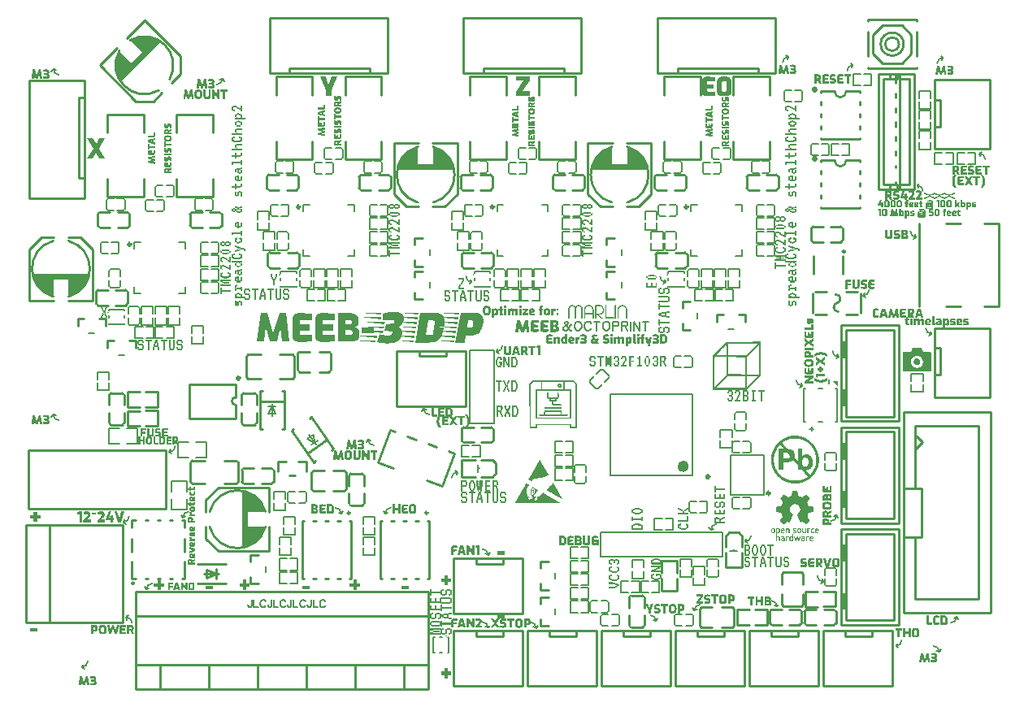
<source format=gto>
G04 Layer: TopSilkLayer*
G04 EasyEDA v6.3.39, 2020-04-29T16:10:24+08:00*
G04 8e32648d726441b9b9f64577d1232170,fed530592efb474aaabf7115e2e2b964,10*
G04 Gerber Generator version 0.2*
G04 Scale: 100 percent, Rotated: No, Reflected: No *
G04 Dimensions in millimeters *
G04 leading zeros omitted , absolute positions ,3 integer and 3 decimal *
%FSLAX33Y33*%
%MOMM*%
G90*
G71D02*

%ADD10C,0.254000*%
%ADD11C,0.599999*%
%ADD13C,0.299999*%
%ADD15C,0.200000*%
%ADD18C,0.150012*%
%ADD67C,0.203200*%
%ADD68C,0.127000*%
%ADD69C,0.202999*%
%ADD70C,0.202997*%
%ADD71C,0.152400*%

%LPD*%

%LPD*%
G36*
G01X92850Y35561D02*
G01X92388Y35566D01*
G01X92361Y35501D01*
G01X92346Y35464D01*
G01X92325Y35412D01*
G01X92301Y35352D01*
G01X92277Y35291D01*
G01X92220Y35145D01*
G01X91706Y35145D01*
G01X91609Y35144D01*
G01X91538Y35143D01*
G01X91488Y35139D01*
G01X91454Y35133D01*
G01X91431Y35125D01*
G01X91413Y35112D01*
G01X91396Y35096D01*
G01X91347Y35047D01*
G01X91347Y33680D01*
G01X91348Y33573D01*
G01X91348Y33482D01*
G01X91349Y33405D01*
G01X91351Y33341D01*
G01X91352Y33288D01*
G01X91355Y33246D01*
G01X91357Y33212D01*
G01X91360Y33186D01*
G01X91364Y33167D01*
G01X91369Y33152D01*
G01X91374Y33141D01*
G01X91380Y33133D01*
G01X91392Y33121D01*
G01X91398Y33117D01*
G01X91404Y33112D01*
G01X91412Y33109D01*
G01X91422Y33106D01*
G01X91436Y33103D01*
G01X91452Y33100D01*
G01X91473Y33098D01*
G01X91499Y33096D01*
G01X91530Y33094D01*
G01X91566Y33092D01*
G01X91609Y33091D01*
G01X91659Y33090D01*
G01X91717Y33089D01*
G01X91783Y33088D01*
G01X91858Y33087D01*
G01X91942Y33087D01*
G01X92036Y33086D01*
G01X94266Y33086D01*
G01X94306Y33129D01*
G01X94313Y33137D01*
G01X94320Y33146D01*
G01X94325Y33157D01*
G01X94329Y33172D01*
G01X94333Y33191D01*
G01X94337Y33217D01*
G01X94339Y33250D01*
G01X94341Y33292D01*
G01X94343Y33345D01*
G01X94344Y33409D01*
G01X94345Y33486D01*
G01X94346Y33577D01*
G01X94346Y33683D01*
G01X94347Y33807D01*
G01X94347Y35047D01*
G01X94298Y35096D01*
G01X94281Y35112D01*
G01X94263Y35125D01*
G01X94240Y35133D01*
G01X94206Y35139D01*
G01X94155Y35143D01*
G01X94085Y35144D01*
G01X93988Y35145D01*
G01X93474Y35145D01*
G01X93393Y35351D01*
G01X93312Y35555D01*
G01X92850Y35561D01*
G37*

%LPC*%
G36*
G01X92917Y34715D02*
G01X92855Y34720D01*
G01X92794Y34718D01*
G01X92734Y34710D01*
G01X92675Y34696D01*
G01X92618Y34678D01*
G01X92563Y34653D01*
G01X92510Y34624D01*
G01X92460Y34589D01*
G01X92414Y34549D01*
G01X92371Y34504D01*
G01X92332Y34455D01*
G01X92297Y34401D01*
G01X92267Y34342D01*
G01X92251Y34297D01*
G01X92239Y34243D01*
G01X92231Y34183D01*
G01X92228Y34120D01*
G01X92229Y34056D01*
G01X92234Y33994D01*
G01X92243Y33936D01*
G01X92257Y33886D01*
G01X92277Y33836D01*
G01X92301Y33788D01*
G01X92328Y33744D01*
G01X92359Y33702D01*
G01X92392Y33664D01*
G01X92429Y33629D01*
G01X92468Y33597D01*
G01X92509Y33568D01*
G01X92553Y33543D01*
G01X92598Y33522D01*
G01X92645Y33504D01*
G01X92693Y33490D01*
G01X92743Y33480D01*
G01X92793Y33474D01*
G01X92845Y33472D01*
G01X92897Y33474D01*
G01X92949Y33481D01*
G01X93001Y33491D01*
G01X93053Y33507D01*
G01X93105Y33526D01*
G01X93154Y33552D01*
G01X93205Y33587D01*
G01X93255Y33628D01*
G01X93302Y33675D01*
G01X93345Y33725D01*
G01X93383Y33776D01*
G01X93413Y33828D01*
G01X93435Y33879D01*
G01X93448Y33927D01*
G01X93458Y33980D01*
G01X93464Y34037D01*
G01X93466Y34095D01*
G01X93464Y34154D01*
G01X93458Y34211D01*
G01X93448Y34264D01*
G01X93435Y34313D01*
G01X93413Y34363D01*
G01X93383Y34415D01*
G01X93345Y34467D01*
G01X93301Y34517D01*
G01X93254Y34563D01*
G01X93204Y34605D01*
G01X93153Y34639D01*
G01X93102Y34665D01*
G01X93041Y34689D01*
G01X92979Y34705D01*
G01X92917Y34715D01*
G37*

%LPD*%
G36*
G01X92929Y34456D02*
G01X92847Y34465D01*
G01X92807Y34463D01*
G01X92764Y34455D01*
G01X92722Y34444D01*
G01X92688Y34431D01*
G01X92657Y34411D01*
G01X92622Y34383D01*
G01X92588Y34351D01*
G01X92559Y34319D01*
G01X92527Y34275D01*
G01X92508Y34234D01*
G01X92499Y34186D01*
G01X92497Y34118D01*
G01X92499Y34053D01*
G01X92507Y34003D01*
G01X92522Y33961D01*
G01X92547Y33920D01*
G01X92586Y33871D01*
G01X92632Y33831D01*
G01X92682Y33800D01*
G01X92735Y33778D01*
G01X92790Y33764D01*
G01X92847Y33760D01*
G01X92904Y33764D01*
G01X92959Y33778D01*
G01X93012Y33800D01*
G01X93062Y33831D01*
G01X93107Y33871D01*
G01X93148Y33920D01*
G01X93172Y33961D01*
G01X93187Y34003D01*
G01X93195Y34053D01*
G01X93197Y34118D01*
G01X93194Y34186D01*
G01X93186Y34234D01*
G01X93167Y34275D01*
G01X93135Y34319D01*
G01X93073Y34383D01*
G01X93005Y34429D01*
G01X92929Y34456D01*
G37*

%LPD*%
G36*
G01X80167Y26413D02*
G01X80111Y26413D01*
G01X80055Y26412D01*
G01X79943Y26406D01*
G01X79886Y26401D01*
G01X79827Y26395D01*
G01X79768Y26387D01*
G01X79710Y26377D01*
G01X79653Y26367D01*
G01X79596Y26356D01*
G01X79484Y26328D01*
G01X79429Y26313D01*
G01X79375Y26296D01*
G01X79321Y26278D01*
G01X79268Y26259D01*
G01X79216Y26239D01*
G01X79164Y26217D01*
G01X79062Y26171D01*
G01X79012Y26146D01*
G01X78964Y26120D01*
G01X78915Y26094D01*
G01X78868Y26066D01*
G01X78821Y26037D01*
G01X78775Y26007D01*
G01X78685Y25945D01*
G01X78642Y25912D01*
G01X78598Y25878D01*
G01X78556Y25843D01*
G01X78515Y25808D01*
G01X78475Y25772D01*
G01X78435Y25735D01*
G01X78396Y25697D01*
G01X78358Y25658D01*
G01X78321Y25618D01*
G01X78285Y25578D01*
G01X78249Y25537D01*
G01X78181Y25453D01*
G01X78149Y25410D01*
G01X78117Y25366D01*
G01X78086Y25322D01*
G01X78056Y25277D01*
G01X78027Y25231D01*
G01X78000Y25185D01*
G01X77973Y25138D01*
G01X77947Y25091D01*
G01X77922Y25043D01*
G01X77898Y24995D01*
G01X77875Y24945D01*
G01X77853Y24896D01*
G01X77832Y24846D01*
G01X77812Y24796D01*
G01X77793Y24745D01*
G01X77775Y24694D01*
G01X77759Y24643D01*
G01X77743Y24591D01*
G01X77729Y24539D01*
G01X77716Y24487D01*
G01X77703Y24434D01*
G01X77692Y24380D01*
G01X77674Y24274D01*
G01X77666Y24220D01*
G01X77654Y24112D01*
G01X77650Y24057D01*
G01X77647Y24003D01*
G01X77645Y23949D01*
G01X77645Y23894D01*
G01X77646Y23839D01*
G01X77648Y23784D01*
G01X77651Y23729D01*
G01X77661Y23619D01*
G01X77668Y23564D01*
G01X77677Y23509D01*
G01X77697Y23399D01*
G01X77710Y23345D01*
G01X77723Y23290D01*
G01X77738Y23235D01*
G01X77772Y23127D01*
G01X77791Y23073D01*
G01X77812Y23019D01*
G01X77834Y22965D01*
G01X77857Y22912D01*
G01X77882Y22859D01*
G01X77908Y22806D01*
G01X77936Y22753D01*
G01X77963Y22703D01*
G01X77992Y22653D01*
G01X78021Y22605D01*
G01X78052Y22557D01*
G01X78083Y22511D01*
G01X78115Y22465D01*
G01X78147Y22421D01*
G01X78181Y22377D01*
G01X78215Y22335D01*
G01X78250Y22293D01*
G01X78286Y22252D01*
G01X78322Y22213D01*
G01X78359Y22174D01*
G01X78396Y22136D01*
G01X78434Y22100D01*
G01X78473Y22064D01*
G01X78513Y22029D01*
G01X78553Y21995D01*
G01X78593Y21962D01*
G01X78635Y21931D01*
G01X78676Y21900D01*
G01X78718Y21870D01*
G01X78761Y21841D01*
G01X78804Y21813D01*
G01X78847Y21786D01*
G01X78892Y21760D01*
G01X78936Y21735D01*
G01X78981Y21711D01*
G01X79026Y21689D01*
G01X79072Y21666D01*
G01X79118Y21645D01*
G01X79164Y21625D01*
G01X79211Y21606D01*
G01X79258Y21588D01*
G01X79306Y21571D01*
G01X79353Y21554D01*
G01X79401Y21540D01*
G01X79449Y21525D01*
G01X79497Y21512D01*
G01X79595Y21488D01*
G01X79643Y21478D01*
G01X79693Y21469D01*
G01X79742Y21460D01*
G01X79791Y21453D01*
G01X79841Y21447D01*
G01X79890Y21442D01*
G01X79940Y21437D01*
G01X80040Y21431D01*
G01X80089Y21430D01*
G01X80139Y21429D01*
G01X80190Y21430D01*
G01X80239Y21431D01*
G01X80339Y21437D01*
G01X80389Y21442D01*
G01X80438Y21447D01*
G01X80488Y21453D01*
G01X80537Y21460D01*
G01X80635Y21478D01*
G01X80684Y21488D01*
G01X80733Y21500D01*
G01X80781Y21512D01*
G01X80830Y21525D01*
G01X80878Y21540D01*
G01X80926Y21554D01*
G01X80973Y21571D01*
G01X81021Y21588D01*
G01X81068Y21606D01*
G01X81115Y21625D01*
G01X81161Y21645D01*
G01X81207Y21666D01*
G01X81253Y21689D01*
G01X81298Y21711D01*
G01X81343Y21735D01*
G01X81387Y21760D01*
G01X81431Y21786D01*
G01X81475Y21813D01*
G01X81518Y21841D01*
G01X81561Y21870D01*
G01X81603Y21900D01*
G01X81644Y21931D01*
G01X81686Y21962D01*
G01X81726Y21995D01*
G01X81766Y22029D01*
G01X81805Y22064D01*
G01X81883Y22136D01*
G01X81920Y22174D01*
G01X81957Y22213D01*
G01X81993Y22252D01*
G01X82029Y22293D01*
G01X82064Y22335D01*
G01X82098Y22377D01*
G01X82164Y22465D01*
G01X82196Y22511D01*
G01X82227Y22557D01*
G01X82258Y22605D01*
G01X82287Y22653D01*
G01X82343Y22753D01*
G01X82370Y22804D01*
G01X82395Y22854D01*
G01X82419Y22904D01*
G01X82441Y22955D01*
G01X82462Y23006D01*
G01X82482Y23057D01*
G01X82501Y23108D01*
G01X82518Y23159D01*
G01X82534Y23211D01*
G01X82550Y23262D01*
G01X82576Y23364D01*
G01X82598Y23468D01*
G01X82607Y23519D01*
G01X82615Y23571D01*
G01X82621Y23622D01*
G01X82627Y23674D01*
G01X82635Y23776D01*
G01X82637Y23828D01*
G01X82638Y23879D01*
G01X82638Y23930D01*
G01X82637Y23981D01*
G01X82635Y24031D01*
G01X82632Y24082D01*
G01X82627Y24133D01*
G01X82622Y24183D01*
G01X82616Y24233D01*
G01X82609Y24283D01*
G01X82600Y24333D01*
G01X82591Y24382D01*
G01X82581Y24431D01*
G01X82557Y24529D01*
G01X82544Y24577D01*
G01X82514Y24673D01*
G01X82498Y24720D01*
G01X82481Y24768D01*
G01X82463Y24814D01*
G01X82444Y24860D01*
G01X82424Y24906D01*
G01X82403Y24952D01*
G01X82382Y24997D01*
G01X82359Y25041D01*
G01X82336Y25086D01*
G01X82311Y25130D01*
G01X82287Y25173D01*
G01X82261Y25216D01*
G01X82234Y25258D01*
G01X82206Y25299D01*
G01X82178Y25341D01*
G01X82149Y25381D01*
G01X82119Y25421D01*
G01X82088Y25461D01*
G01X82056Y25500D01*
G01X82024Y25538D01*
G01X81991Y25576D01*
G01X81958Y25613D01*
G01X81888Y25685D01*
G01X81816Y25755D01*
G01X81702Y25854D01*
G01X81622Y25916D01*
G01X81582Y25946D01*
G01X81540Y25975D01*
G01X81499Y26003D01*
G01X81456Y26031D01*
G01X81413Y26057D01*
G01X81369Y26083D01*
G01X81325Y26108D01*
G01X81280Y26133D01*
G01X81235Y26155D01*
G01X81189Y26178D01*
G01X81095Y26220D01*
G01X81048Y26239D01*
G01X80999Y26258D01*
G01X80951Y26275D01*
G01X80902Y26292D01*
G01X80852Y26308D01*
G01X80802Y26323D01*
G01X80751Y26336D01*
G01X80701Y26348D01*
G01X80649Y26360D01*
G01X80597Y26370D01*
G01X80545Y26379D01*
G01X80492Y26388D01*
G01X80438Y26395D01*
G01X80385Y26401D01*
G01X80331Y26405D01*
G01X80276Y26409D01*
G01X80222Y26411D01*
G01X80167Y26413D01*
G37*

%LPC*%
G36*
G01X78605Y25471D02*
G01X78581Y25475D01*
G01X78559Y25463D01*
G01X78535Y25437D01*
G01X78503Y25398D01*
G01X78464Y25353D01*
G01X78427Y25307D01*
G01X78391Y25259D01*
G01X78356Y25212D01*
G01X78323Y25164D01*
G01X78291Y25116D01*
G01X78260Y25066D01*
G01X78231Y25017D01*
G01X78177Y24917D01*
G01X78152Y24866D01*
G01X78129Y24815D01*
G01X78107Y24763D01*
G01X78086Y24711D01*
G01X78067Y24659D01*
G01X78049Y24607D01*
G01X78032Y24554D01*
G01X78017Y24501D01*
G01X78003Y24448D01*
G01X77990Y24395D01*
G01X77979Y24341D01*
G01X77969Y24288D01*
G01X77960Y24234D01*
G01X77953Y24180D01*
G01X77947Y24126D01*
G01X77943Y24073D01*
G01X77939Y24019D01*
G01X77937Y23911D01*
G01X77938Y23857D01*
G01X77939Y23804D01*
G01X77943Y23750D01*
G01X77947Y23697D01*
G01X77953Y23643D01*
G01X77960Y23590D01*
G01X77969Y23538D01*
G01X77978Y23485D01*
G01X77989Y23432D01*
G01X78001Y23380D01*
G01X78015Y23328D01*
G01X78029Y23277D01*
G01X78063Y23175D01*
G01X78081Y23125D01*
G01X78101Y23075D01*
G01X78122Y23025D01*
G01X78144Y22976D01*
G01X78168Y22928D01*
G01X78193Y22880D01*
G01X78218Y22833D01*
G01X78245Y22785D01*
G01X78303Y22693D01*
G01X78334Y22649D01*
G01X78366Y22604D01*
G01X78399Y22561D01*
G01X78433Y22518D01*
G01X78469Y22475D01*
G01X78506Y22434D01*
G01X78544Y22394D01*
G01X78583Y22354D01*
G01X78623Y22315D01*
G01X78664Y22277D01*
G01X78707Y22239D01*
G01X78751Y22203D01*
G01X78796Y22168D01*
G01X78842Y22133D01*
G01X78889Y22100D01*
G01X78937Y22068D01*
G01X78987Y22036D01*
G01X79037Y22006D01*
G01X79089Y21977D01*
G01X79143Y21948D01*
G01X79197Y21922D01*
G01X79253Y21897D01*
G01X79311Y21874D01*
G01X79369Y21853D01*
G01X79427Y21833D01*
G01X79487Y21815D01*
G01X79547Y21798D01*
G01X79608Y21784D01*
G01X79670Y21770D01*
G01X79732Y21759D01*
G01X79795Y21749D01*
G01X79858Y21740D01*
G01X79921Y21734D01*
G01X79985Y21729D01*
G01X80049Y21726D01*
G01X80112Y21724D01*
G01X80176Y21724D01*
G01X80240Y21726D01*
G01X80303Y21729D01*
G01X80367Y21733D01*
G01X80430Y21739D01*
G01X80492Y21747D01*
G01X80554Y21757D01*
G01X80616Y21768D01*
G01X80677Y21780D01*
G01X80797Y21810D01*
G01X80855Y21828D01*
G01X80913Y21847D01*
G01X80969Y21867D01*
G01X81025Y21889D01*
G01X81080Y21913D01*
G01X81133Y21938D01*
G01X81185Y21965D01*
G01X81235Y21993D01*
G01X81284Y22022D01*
G01X81332Y22054D01*
G01X81378Y22086D01*
G01X81422Y22121D01*
G01X81473Y22162D01*
G01X81273Y22397D01*
G01X81231Y22446D01*
G01X81145Y22547D01*
G01X81103Y22595D01*
G01X81064Y22640D01*
G01X81029Y22680D01*
G01X80999Y22715D01*
G01X80975Y22742D01*
G01X80877Y22852D01*
G01X80659Y22848D01*
G01X80440Y22845D01*
G01X80438Y23364D01*
G01X79980Y23898D01*
G01X79923Y23844D01*
G01X79886Y23811D01*
G01X79846Y23781D01*
G01X79802Y23756D01*
G01X79755Y23733D01*
G01X79704Y23713D01*
G01X79647Y23697D01*
G01X79585Y23684D01*
G01X79516Y23673D01*
G01X79441Y23666D01*
G01X79358Y23660D01*
G01X79266Y23657D01*
G01X79167Y23656D01*
G01X78899Y23656D01*
G01X78899Y22847D01*
G01X78448Y22847D01*
G01X78448Y25027D01*
G01X78990Y25037D01*
G01X78821Y25234D01*
G01X78739Y25331D01*
G01X78679Y25401D01*
G01X78636Y25447D01*
G01X78605Y25471D01*
G37*
G36*
G01X80066Y26114D02*
G01X79987Y26115D01*
G01X79918Y26114D01*
G01X79861Y26111D01*
G01X79820Y26106D01*
G01X79752Y26093D01*
G01X79687Y26079D01*
G01X79623Y26064D01*
G01X79562Y26048D01*
G01X79502Y26031D01*
G01X79444Y26013D01*
G01X79387Y25993D01*
G01X79332Y25973D01*
G01X79278Y25951D01*
G01X79224Y25927D01*
G01X79171Y25902D01*
G01X79120Y25876D01*
G01X79068Y25848D01*
G01X79016Y25819D01*
G01X78965Y25787D01*
G01X78913Y25754D01*
G01X78876Y25730D01*
G01X78850Y25712D01*
G01X78837Y25694D01*
G01X78839Y25671D01*
G01X78857Y25640D01*
G01X78892Y25594D01*
G01X78947Y25529D01*
G01X79024Y25440D01*
G01X79111Y25339D01*
G01X79182Y25255D01*
G01X79240Y25189D01*
G01X79286Y25137D01*
G01X79324Y25098D01*
G01X79356Y25069D01*
G01X79384Y25049D01*
G01X79411Y25036D01*
G01X79439Y25028D01*
G01X79470Y25023D01*
G01X79506Y25018D01*
G01X79550Y25013D01*
G01X79619Y25003D01*
G01X79682Y24989D01*
G01X79740Y24971D01*
G01X79795Y24949D01*
G01X79845Y24924D01*
G01X79890Y24895D01*
G01X79931Y24861D01*
G01X79969Y24824D01*
G01X80002Y24782D01*
G01X80030Y24737D01*
G01X80055Y24687D01*
G01X80075Y24633D01*
G01X80091Y24575D01*
G01X80104Y24513D01*
G01X80113Y24446D01*
G01X80117Y24375D01*
G01X80124Y24164D01*
G01X80440Y23804D01*
G01X80440Y25028D01*
G01X80873Y25028D01*
G01X80873Y24541D01*
G01X80874Y24449D01*
G01X80877Y24381D01*
G01X80882Y24336D01*
G01X80890Y24310D01*
G01X80900Y24301D01*
G01X80913Y24307D01*
G01X80930Y24325D01*
G01X80968Y24360D01*
G01X81020Y24392D01*
G01X81081Y24419D01*
G01X81149Y24441D01*
G01X81221Y24458D01*
G01X81294Y24467D01*
G01X81365Y24468D01*
G01X81431Y24462D01*
G01X81477Y24451D01*
G01X81522Y24438D01*
G01X81565Y24421D01*
G01X81606Y24402D01*
G01X81645Y24380D01*
G01X81682Y24356D01*
G01X81717Y24329D01*
G01X81750Y24300D01*
G01X81781Y24269D01*
G01X81810Y24236D01*
G01X81836Y24201D01*
G01X81861Y24164D01*
G01X81884Y24125D01*
G01X81905Y24085D01*
G01X81924Y24044D01*
G01X81941Y24002D01*
G01X81956Y23959D01*
G01X81969Y23914D01*
G01X81980Y23869D01*
G01X81989Y23824D01*
G01X81996Y23777D01*
G01X82002Y23731D01*
G01X82005Y23683D01*
G01X82006Y23637D01*
G01X82005Y23589D01*
G01X82002Y23543D01*
G01X81997Y23496D01*
G01X81990Y23450D01*
G01X81981Y23405D01*
G01X81970Y23359D01*
G01X81957Y23315D01*
G01X81942Y23272D01*
G01X81925Y23230D01*
G01X81907Y23189D01*
G01X81886Y23150D01*
G01X81863Y23112D01*
G01X81838Y23075D01*
G01X81811Y23041D01*
G01X81783Y23008D01*
G01X81752Y22977D01*
G01X81719Y22949D01*
G01X81684Y22922D01*
G01X81647Y22899D01*
G01X81608Y22878D01*
G01X81568Y22859D01*
G01X81525Y22843D01*
G01X81480Y22831D01*
G01X81433Y22821D01*
G01X81306Y22800D01*
G01X81457Y22621D01*
G01X81520Y22549D01*
G01X81577Y22482D01*
G01X81624Y22429D01*
G01X81654Y22397D01*
G01X81698Y22351D01*
G01X81779Y22443D01*
G01X81818Y22488D01*
G01X81855Y22534D01*
G01X81891Y22580D01*
G01X81926Y22627D01*
G01X81959Y22674D01*
G01X81990Y22721D01*
G01X82021Y22770D01*
G01X82050Y22818D01*
G01X82104Y22916D01*
G01X82129Y22966D01*
G01X82152Y23016D01*
G01X82174Y23066D01*
G01X82195Y23117D01*
G01X82214Y23168D01*
G01X82232Y23219D01*
G01X82264Y23321D01*
G01X82278Y23373D01*
G01X82291Y23425D01*
G01X82302Y23477D01*
G01X82312Y23529D01*
G01X82321Y23581D01*
G01X82328Y23634D01*
G01X82334Y23685D01*
G01X82339Y23738D01*
G01X82343Y23790D01*
G01X82345Y23842D01*
G01X82346Y23895D01*
G01X82346Y23947D01*
G01X82342Y24051D01*
G01X82338Y24103D01*
G01X82333Y24155D01*
G01X82327Y24206D01*
G01X82319Y24257D01*
G01X82310Y24309D01*
G01X82301Y24360D01*
G01X82290Y24410D01*
G01X82277Y24461D01*
G01X82264Y24510D01*
G01X82249Y24560D01*
G01X82233Y24610D01*
G01X82216Y24659D01*
G01X82198Y24707D01*
G01X82179Y24755D01*
G01X82159Y24803D01*
G01X82137Y24850D01*
G01X82114Y24898D01*
G01X82066Y24990D01*
G01X82040Y25035D01*
G01X82013Y25079D01*
G01X81984Y25124D01*
G01X81955Y25167D01*
G01X81925Y25210D01*
G01X81861Y25294D01*
G01X81827Y25334D01*
G01X81793Y25375D01*
G01X81721Y25453D01*
G01X81683Y25490D01*
G01X81605Y25564D01*
G01X81564Y25599D01*
G01X81522Y25633D01*
G01X81479Y25667D01*
G01X81436Y25700D01*
G01X81391Y25731D01*
G01X81345Y25762D01*
G01X81298Y25792D01*
G01X81251Y25821D01*
G01X81202Y25849D01*
G01X81153Y25875D01*
G01X81102Y25901D01*
G01X81051Y25925D01*
G01X80999Y25949D01*
G01X80945Y25971D01*
G01X80892Y25992D01*
G01X80836Y26012D01*
G01X80780Y26031D01*
G01X80723Y26048D01*
G01X80666Y26064D01*
G01X80623Y26074D01*
G01X80564Y26082D01*
G01X80494Y26090D01*
G01X80414Y26097D01*
G01X80328Y26104D01*
G01X80239Y26108D01*
G01X80151Y26112D01*
G01X80066Y26114D01*
G37*
G36*
G01X81229Y24125D02*
G01X81181Y24125D01*
G01X81135Y24117D01*
G01X81091Y24102D01*
G01X81050Y24079D01*
G01X81012Y24049D01*
G01X80978Y24013D01*
G01X80949Y23969D01*
G01X80924Y23921D01*
G01X80905Y23866D01*
G01X80891Y23806D01*
G01X80882Y23739D01*
G01X80878Y23674D01*
G01X80878Y23611D01*
G01X80883Y23552D01*
G01X80893Y23495D01*
G01X80906Y23442D01*
G01X80923Y23393D01*
G01X80944Y23347D01*
G01X80969Y23306D01*
G01X80997Y23269D01*
G01X81029Y23238D01*
G01X81063Y23212D01*
G01X81101Y23190D01*
G01X81142Y23175D01*
G01X81185Y23166D01*
G01X81231Y23163D01*
G01X81275Y23168D01*
G01X81315Y23180D01*
G01X81353Y23199D01*
G01X81387Y23224D01*
G01X81419Y23255D01*
G01X81447Y23291D01*
G01X81472Y23331D01*
G01X81494Y23376D01*
G01X81512Y23423D01*
G01X81526Y23473D01*
G01X81537Y23525D01*
G01X81545Y23578D01*
G01X81548Y23632D01*
G01X81548Y23686D01*
G01X81545Y23740D01*
G01X81537Y23793D01*
G01X81526Y23843D01*
G01X81510Y23892D01*
G01X81490Y23937D01*
G01X81467Y23980D01*
G01X81439Y24017D01*
G01X81407Y24050D01*
G01X81370Y24078D01*
G01X81329Y24100D01*
G01X81279Y24117D01*
G01X81229Y24125D01*
G37*
G36*
G01X79343Y24633D02*
G01X78899Y24633D01*
G01X78899Y24050D01*
G01X79105Y24050D01*
G01X79197Y24052D01*
G01X79280Y24056D01*
G01X79354Y24063D01*
G01X79419Y24074D01*
G01X79474Y24088D01*
G01X79520Y24105D01*
G01X79557Y24125D01*
G01X79584Y24148D01*
G01X79603Y24175D01*
G01X79613Y24206D01*
G01X79614Y24240D01*
G01X79606Y24277D01*
G01X79589Y24318D01*
G01X79564Y24363D01*
G01X79530Y24412D01*
G01X79487Y24465D01*
G01X79343Y24633D01*
G37*

%LPD*%
G36*
G01X80404Y20672D02*
G01X79872Y20682D01*
G01X79838Y20501D01*
G01X79810Y20347D01*
G01X79797Y20280D01*
G01X79787Y20232D01*
G01X79768Y20144D01*
G01X79584Y20069D01*
G01X79400Y19993D01*
G01X79185Y20142D01*
G01X79101Y20200D01*
G01X79029Y20247D01*
G01X78978Y20279D01*
G01X78955Y20291D01*
G01X78934Y20276D01*
G01X78890Y20237D01*
G01X78829Y20179D01*
G01X78758Y20109D01*
G01X78577Y19927D01*
G01X78726Y19706D01*
G01X78876Y19484D01*
G01X78831Y19375D01*
G01X78770Y19229D01*
G01X78730Y19146D01*
G01X78701Y19107D01*
G01X78671Y19093D01*
G01X78639Y19087D01*
G01X78583Y19076D01*
G01X78511Y19063D01*
G01X78432Y19048D01*
G01X78354Y19034D01*
G01X78287Y19019D01*
G01X78237Y19005D01*
G01X78212Y18996D01*
G01X78201Y18967D01*
G01X78193Y18908D01*
G01X78188Y18828D01*
G01X78186Y18738D01*
G01X78188Y18648D01*
G01X78193Y18568D01*
G01X78201Y18508D01*
G01X78212Y18479D01*
G01X78238Y18469D01*
G01X78290Y18456D01*
G01X78360Y18440D01*
G01X78441Y18425D01*
G01X78524Y18410D01*
G01X78595Y18395D01*
G01X78650Y18382D01*
G01X78678Y18374D01*
G01X78694Y18355D01*
G01X78718Y18313D01*
G01X78747Y18256D01*
G01X78776Y18191D01*
G01X78805Y18124D01*
G01X78829Y18062D01*
G01X78845Y18011D01*
G01X78852Y17980D01*
G01X78841Y17954D01*
G01X78811Y17903D01*
G01X78767Y17834D01*
G01X78713Y17754D01*
G01X78575Y17554D01*
G01X78756Y17370D01*
G01X78828Y17298D01*
G01X78889Y17239D01*
G01X78933Y17199D01*
G01X78954Y17185D01*
G01X78976Y17196D01*
G01X79023Y17225D01*
G01X79090Y17268D01*
G01X79167Y17321D01*
G01X79364Y17457D01*
G01X79462Y17407D01*
G01X79501Y17389D01*
G01X79535Y17377D01*
G01X79561Y17372D01*
G01X79575Y17374D01*
G01X79582Y17386D01*
G01X79595Y17414D01*
G01X79614Y17456D01*
G01X79637Y17510D01*
G01X79664Y17573D01*
G01X79694Y17642D01*
G01X79725Y17717D01*
G01X79757Y17794D01*
G01X79789Y17870D01*
G01X79820Y17945D01*
G01X79848Y18015D01*
G01X79874Y18078D01*
G01X79895Y18132D01*
G01X79912Y18175D01*
G01X79922Y18204D01*
G01X79926Y18217D01*
G01X79922Y18225D01*
G01X79911Y18236D01*
G01X79894Y18248D01*
G01X79875Y18261D01*
G01X79838Y18284D01*
G01X79799Y18317D01*
G01X79761Y18356D01*
G01X79724Y18400D01*
G01X79691Y18446D01*
G01X79661Y18494D01*
G01X79637Y18541D01*
G01X79621Y18586D01*
G01X79608Y18638D01*
G01X79601Y18689D01*
G01X79599Y18739D01*
G01X79602Y18789D01*
G01X79609Y18837D01*
G01X79620Y18883D01*
G01X79636Y18929D01*
G01X79655Y18972D01*
G01X79678Y19013D01*
G01X79704Y19053D01*
G01X79734Y19089D01*
G01X79767Y19123D01*
G01X79802Y19155D01*
G01X79841Y19183D01*
G01X79881Y19207D01*
G01X79923Y19228D01*
G01X79968Y19246D01*
G01X80014Y19260D01*
G01X80061Y19269D01*
G01X80110Y19274D01*
G01X80160Y19275D01*
G01X80210Y19270D01*
G01X80261Y19261D01*
G01X80312Y19247D01*
G01X80367Y19225D01*
G01X80418Y19198D01*
G01X80465Y19165D01*
G01X80508Y19128D01*
G01X80547Y19086D01*
G01X80581Y19041D01*
G01X80610Y18993D01*
G01X80634Y18942D01*
G01X80653Y18889D01*
G01X80667Y18834D01*
G01X80675Y18778D01*
G01X80677Y18722D01*
G01X80673Y18665D01*
G01X80663Y18610D01*
G01X80646Y18555D01*
G01X80623Y18501D01*
G01X80570Y18422D01*
G01X80496Y18336D01*
G01X80422Y18268D01*
G01X80372Y18240D01*
G01X80366Y18238D01*
G01X80361Y18233D01*
G01X80357Y18227D01*
G01X80356Y18218D01*
G01X80359Y18206D01*
G01X80370Y18177D01*
G01X80386Y18134D01*
G01X80407Y18079D01*
G01X80432Y18015D01*
G01X80461Y17944D01*
G01X80491Y17868D01*
G01X80522Y17791D01*
G01X80554Y17712D01*
G01X80585Y17637D01*
G01X80614Y17566D01*
G01X80641Y17502D01*
G01X80663Y17447D01*
G01X80682Y17404D01*
G01X80695Y17375D01*
G01X80702Y17362D01*
G01X80712Y17362D01*
G01X80737Y17371D01*
G01X80772Y17385D01*
G01X80813Y17405D01*
G01X80918Y17456D01*
G01X81114Y17320D01*
G01X81191Y17268D01*
G01X81257Y17225D01*
G01X81304Y17196D01*
G01X81326Y17185D01*
G01X81349Y17200D01*
G01X81393Y17238D01*
G01X81451Y17294D01*
G01X81515Y17358D01*
G01X81577Y17424D01*
G01X81631Y17483D01*
G01X81669Y17529D01*
G01X81684Y17552D01*
G01X81673Y17576D01*
G01X81646Y17625D01*
G01X81606Y17691D01*
G01X81557Y17766D01*
G01X81507Y17842D01*
G01X81467Y17909D01*
G01X81440Y17959D01*
G01X81430Y17985D01*
G01X81435Y18011D01*
G01X81450Y18058D01*
G01X81473Y18122D01*
G01X81501Y18194D01*
G01X81572Y18374D01*
G01X81662Y18393D01*
G01X81708Y18402D01*
G01X81768Y18413D01*
G01X81834Y18425D01*
G01X81898Y18436D01*
G01X81957Y18447D01*
G01X82009Y18459D01*
G01X82048Y18470D01*
G01X82070Y18479D01*
G01X82080Y18502D01*
G01X82088Y18551D01*
G01X82092Y18628D01*
G01X82094Y18738D01*
G01X82092Y18847D01*
G01X82088Y18925D01*
G01X82080Y18974D01*
G01X82070Y18996D01*
G01X82044Y19006D01*
G01X81992Y19020D01*
G01X81921Y19035D01*
G01X81840Y19050D01*
G01X81757Y19065D01*
G01X81684Y19079D01*
G01X81627Y19091D01*
G01X81596Y19099D01*
G01X81574Y19120D01*
G01X81546Y19162D01*
G01X81515Y19221D01*
G01X81483Y19288D01*
G01X81454Y19356D01*
G01X81431Y19419D01*
G01X81417Y19469D01*
G01X81416Y19498D01*
G01X81431Y19523D01*
G01X81462Y19571D01*
G01X81505Y19636D01*
G01X81605Y19784D01*
G01X81646Y19849D01*
G01X81673Y19897D01*
G01X81684Y19922D01*
G01X81669Y19947D01*
G01X81631Y19992D01*
G01X81577Y20051D01*
G01X81514Y20117D01*
G01X81450Y20181D01*
G01X81392Y20237D01*
G01X81348Y20276D01*
G01X81325Y20291D01*
G01X81302Y20279D01*
G01X81250Y20247D01*
G01X81179Y20200D01*
G01X81094Y20143D01*
G01X80881Y19995D01*
G01X80696Y20068D01*
G01X80624Y20097D01*
G01X80565Y20122D01*
G01X80525Y20142D01*
G01X80510Y20152D01*
G01X80505Y20177D01*
G01X80493Y20235D01*
G01X80477Y20318D01*
G01X80456Y20418D01*
G01X80404Y20672D01*
G37*

%LPD*%
G36*
G01X81468Y16775D02*
G01X81409Y16775D01*
G01X81414Y16516D01*
G01X81420Y16257D01*
G01X81469Y16257D01*
G01X81497Y16261D01*
G01X81512Y16281D01*
G01X81521Y16337D01*
G01X81528Y16443D01*
G01X81533Y16517D01*
G01X81539Y16582D01*
G01X81547Y16630D01*
G01X81554Y16654D01*
G01X81566Y16665D01*
G01X81584Y16672D01*
G01X81608Y16675D01*
G01X81638Y16673D01*
G01X81689Y16677D01*
G01X81731Y16695D01*
G01X81755Y16723D01*
G01X81753Y16754D01*
G01X81718Y16770D01*
G01X81656Y16774D01*
G01X81592Y16768D01*
G01X81551Y16751D01*
G01X81539Y16741D01*
G01X81532Y16738D01*
G01X81529Y16741D01*
G01X81528Y16751D01*
G01X81523Y16760D01*
G01X81510Y16768D01*
G01X81492Y16773D01*
G01X81468Y16775D01*
G37*

%LPD*%
G36*
G01X78934Y16765D02*
G01X78862Y16775D01*
G01X78789Y16765D01*
G01X78729Y16736D01*
G01X78697Y16700D01*
G01X78673Y16653D01*
G01X78658Y16597D01*
G01X78650Y16537D01*
G01X78651Y16476D01*
G01X78660Y16418D01*
G01X78679Y16366D01*
G01X78707Y16324D01*
G01X78756Y16286D01*
G01X78820Y16263D01*
G01X78889Y16255D01*
G01X78955Y16266D01*
G01X79012Y16290D01*
G01X79045Y16314D01*
G01X79054Y16340D01*
G01X79036Y16366D01*
G01X79018Y16377D01*
G01X78999Y16381D01*
G01X78974Y16378D01*
G01X78942Y16368D01*
G01X78889Y16351D01*
G01X78852Y16347D01*
G01X78823Y16358D01*
G01X78793Y16384D01*
G01X78754Y16433D01*
G01X78759Y16462D01*
G01X78813Y16477D01*
G01X78920Y16482D01*
G01X79007Y16483D01*
G01X79058Y16488D01*
G01X79081Y16498D01*
G01X79086Y16516D01*
G01X79079Y16578D01*
G01X79058Y16641D01*
G01X79029Y16696D01*
G01X78995Y16735D01*
G01X78934Y16765D01*
G37*

%LPC*%
G36*
G01X78893Y16675D02*
G01X78861Y16677D01*
G01X78830Y16675D01*
G01X78806Y16668D01*
G01X78787Y16656D01*
G01X78774Y16640D01*
G01X78757Y16598D01*
G01X78763Y16574D01*
G01X78796Y16563D01*
G01X78861Y16560D01*
G01X78927Y16563D01*
G01X78960Y16574D01*
G01X78966Y16598D01*
G01X78948Y16640D01*
G01X78935Y16656D01*
G01X78917Y16668D01*
G01X78893Y16675D01*
G37*

%LPD*%
G36*
G01X80636Y16773D02*
G01X80585Y16775D01*
G01X80534Y16773D01*
G01X80496Y16764D01*
G01X80465Y16747D01*
G01X80432Y16718D01*
G01X80401Y16683D01*
G01X80384Y16648D01*
G01X80376Y16599D01*
G01X80375Y16524D01*
G01X80377Y16451D01*
G01X80384Y16401D01*
G01X80399Y16363D01*
G01X80425Y16328D01*
G01X80466Y16290D01*
G01X80514Y16266D01*
G01X80565Y16254D01*
G01X80617Y16255D01*
G01X80667Y16269D01*
G01X80712Y16294D01*
G01X80750Y16331D01*
G01X80778Y16378D01*
G01X80801Y16467D01*
G01X80799Y16562D01*
G01X80777Y16650D01*
G01X80734Y16719D01*
G01X80703Y16747D01*
G01X80673Y16764D01*
G01X80636Y16773D01*
G37*

%LPC*%
G36*
G01X80619Y16670D02*
G01X80577Y16676D01*
G01X80536Y16663D01*
G01X80503Y16634D01*
G01X80481Y16578D01*
G01X80473Y16508D01*
G01X80481Y16441D01*
G01X80503Y16395D01*
G01X80539Y16374D01*
G01X80585Y16366D01*
G01X80630Y16370D01*
G01X80664Y16388D01*
G01X80683Y16438D01*
G01X80687Y16517D01*
G01X80679Y16595D01*
G01X80657Y16647D01*
G01X80619Y16670D01*
G37*

%LPD*%
G36*
G01X82467Y16771D02*
G01X82400Y16774D01*
G01X82339Y16761D01*
G01X82292Y16734D01*
G01X82263Y16701D01*
G01X82240Y16663D01*
G01X82224Y16619D01*
G01X82214Y16572D01*
G01X82210Y16524D01*
G01X82213Y16473D01*
G01X82223Y16423D01*
G01X82239Y16373D01*
G01X82264Y16332D01*
G01X82297Y16299D01*
G01X82338Y16275D01*
G01X82384Y16260D01*
G01X82433Y16254D01*
G01X82483Y16258D01*
G01X82533Y16273D01*
G01X82579Y16298D01*
G01X82603Y16316D01*
G01X82612Y16330D01*
G01X82608Y16344D01*
G01X82592Y16365D01*
G01X82573Y16382D01*
G01X82556Y16390D01*
G01X82536Y16386D01*
G01X82508Y16373D01*
G01X82461Y16352D01*
G01X82425Y16348D01*
G01X82393Y16361D01*
G01X82357Y16393D01*
G01X82317Y16439D01*
G01X82319Y16466D01*
G01X82369Y16479D01*
G01X82474Y16482D01*
G01X82641Y16482D01*
G01X82641Y16542D01*
G01X82632Y16607D01*
G01X82608Y16669D01*
G01X82573Y16720D01*
G01X82531Y16752D01*
G01X82467Y16771D01*
G37*

%LPC*%
G36*
G01X82463Y16674D02*
G01X82418Y16676D01*
G01X82373Y16662D01*
G01X82339Y16634D01*
G01X82315Y16594D01*
G01X82317Y16572D01*
G01X82349Y16562D01*
G01X82416Y16560D01*
G01X82471Y16561D01*
G01X82503Y16566D01*
G01X82519Y16577D01*
G01X82523Y16595D01*
G01X82522Y16611D01*
G01X82517Y16627D01*
G01X82509Y16642D01*
G01X82500Y16654D01*
G01X82463Y16674D01*
G37*

%LPD*%
G36*
G01X82035Y16772D02*
G01X81992Y16774D01*
G01X81943Y16772D01*
G01X81905Y16763D01*
G01X81871Y16746D01*
G01X81835Y16718D01*
G01X81800Y16683D01*
G01X81781Y16649D01*
G01X81773Y16601D01*
G01X81771Y16524D01*
G01X81773Y16448D01*
G01X81781Y16399D01*
G01X81797Y16364D01*
G01X81828Y16328D01*
G01X81881Y16284D01*
G01X81937Y16260D01*
G01X81997Y16253D01*
G01X82063Y16266D01*
G01X82121Y16291D01*
G01X82155Y16318D01*
G01X82165Y16348D01*
G01X82148Y16377D01*
G01X82132Y16391D01*
G01X82116Y16397D01*
G01X82099Y16395D01*
G01X82078Y16386D01*
G01X82031Y16370D01*
G01X81979Y16365D01*
G01X81933Y16372D01*
G01X81902Y16389D01*
G01X81882Y16426D01*
G01X81868Y16473D01*
G01X81863Y16523D01*
G01X81867Y16568D01*
G01X81898Y16631D01*
G01X81948Y16668D01*
G01X82009Y16677D01*
G01X82074Y16653D01*
G01X82095Y16642D01*
G01X82112Y16640D01*
G01X82128Y16647D01*
G01X82147Y16664D01*
G01X82166Y16684D01*
G01X82170Y16699D01*
G01X82160Y16714D01*
G01X82133Y16736D01*
G01X82106Y16753D01*
G01X82073Y16764D01*
G01X82035Y16772D01*
G37*

%LPD*%
G36*
G01X80185Y16769D02*
G01X80093Y16776D01*
G01X80005Y16765D01*
G01X79945Y16736D01*
G01X79919Y16692D01*
G01X79907Y16637D01*
G01X79912Y16580D01*
G01X79932Y16532D01*
G01X79951Y16517D01*
G01X79983Y16501D01*
G01X80025Y16486D01*
G01X80073Y16474D01*
G01X80131Y16461D01*
G01X80167Y16448D01*
G01X80184Y16433D01*
G01X80190Y16413D01*
G01X80174Y16374D01*
G01X80133Y16355D01*
G01X80075Y16356D01*
G01X80007Y16378D01*
G01X79961Y16400D01*
G01X79934Y16407D01*
G01X79915Y16402D01*
G01X79896Y16383D01*
G01X79881Y16364D01*
G01X79878Y16348D01*
G01X79889Y16332D01*
G01X79917Y16309D01*
G01X79959Y16282D01*
G01X80005Y16264D01*
G01X80051Y16254D01*
G01X80099Y16252D01*
G01X80144Y16257D01*
G01X80187Y16269D01*
G01X80226Y16287D01*
G01X80259Y16311D01*
G01X80285Y16340D01*
G01X80302Y16374D01*
G01X80309Y16412D01*
G01X80305Y16453D01*
G01X80287Y16497D01*
G01X80254Y16529D01*
G01X80201Y16552D01*
G01X80123Y16570D01*
G01X80068Y16581D01*
G01X80035Y16593D01*
G01X80018Y16608D01*
G01X80014Y16628D01*
G01X80017Y16648D01*
G01X80028Y16661D01*
G01X80051Y16668D01*
G01X80086Y16674D01*
G01X80117Y16674D01*
G01X80148Y16672D01*
G01X80176Y16666D01*
G01X80196Y16659D01*
G01X80215Y16651D01*
G01X80233Y16651D01*
G01X80248Y16659D01*
G01X80266Y16676D01*
G01X80283Y16697D01*
G01X80288Y16712D01*
G01X80279Y16725D01*
G01X80255Y16744D01*
G01X80185Y16769D01*
G37*

%LPD*%
G36*
G01X77918Y16771D02*
G01X77847Y16774D01*
G01X77777Y16766D01*
G01X77726Y16746D01*
G01X77685Y16705D01*
G01X77658Y16646D01*
G01X77644Y16571D01*
G01X77645Y16479D01*
G01X77651Y16416D01*
G01X77662Y16372D01*
G01X77679Y16341D01*
G01X77706Y16313D01*
G01X77781Y16266D01*
G01X77856Y16250D01*
G01X77930Y16266D01*
G01X78005Y16313D01*
G01X78033Y16342D01*
G01X78050Y16374D01*
G01X78060Y16419D01*
G01X78067Y16486D01*
G01X78066Y16581D01*
G01X78049Y16658D01*
G01X78019Y16716D01*
G01X77974Y16755D01*
G01X77918Y16771D01*
G37*

%LPC*%
G36*
G01X77896Y16672D02*
G01X77852Y16676D01*
G01X77809Y16668D01*
G01X77778Y16648D01*
G01X77759Y16597D01*
G01X77753Y16522D01*
G01X77758Y16446D01*
G01X77776Y16396D01*
G01X77808Y16374D01*
G01X77852Y16366D01*
G01X77896Y16370D01*
G01X77930Y16388D01*
G01X77947Y16438D01*
G01X77953Y16521D01*
G01X77947Y16603D01*
G01X77930Y16654D01*
G01X77896Y16672D01*
G37*

%LPD*%
G36*
G01X81000Y16775D02*
G01X80883Y16775D01*
G01X80883Y16590D01*
G01X80888Y16460D01*
G01X80903Y16371D01*
G01X80934Y16313D01*
G01X80983Y16275D01*
G01X81027Y16256D01*
G01X81062Y16249D01*
G01X81097Y16255D01*
G01X81140Y16275D01*
G01X81168Y16288D01*
G01X81185Y16293D01*
G01X81196Y16287D01*
G01X81203Y16273D01*
G01X81212Y16263D01*
G01X81224Y16254D01*
G01X81241Y16250D01*
G01X81259Y16251D01*
G01X81284Y16260D01*
G01X81297Y16292D01*
G01X81304Y16369D01*
G01X81308Y16516D01*
G01X81314Y16775D01*
G01X81195Y16775D01*
G01X81195Y16593D01*
G01X81192Y16474D01*
G01X81178Y16405D01*
G01X81148Y16373D01*
G01X81098Y16365D01*
G01X81047Y16373D01*
G01X81018Y16405D01*
G01X81003Y16474D01*
G01X81000Y16593D01*
G01X81000Y16775D01*
G37*

%LPD*%
G36*
G01X79223Y16775D02*
G01X79164Y16775D01*
G01X79164Y16245D01*
G01X79272Y16257D01*
G01X79277Y16442D01*
G01X79284Y16561D01*
G01X79299Y16633D01*
G01X79326Y16668D01*
G01X79370Y16677D01*
G01X79423Y16667D01*
G01X79456Y16629D01*
G01X79472Y16554D01*
G01X79476Y16430D01*
G01X79476Y16245D01*
G01X79584Y16257D01*
G01X79583Y16470D01*
G01X79581Y16591D01*
G01X79575Y16660D01*
G01X79559Y16698D01*
G01X79528Y16728D01*
G01X79474Y16759D01*
G01X79410Y16774D01*
G01X79348Y16772D01*
G01X79305Y16751D01*
G01X79293Y16741D01*
G01X79286Y16738D01*
G01X79282Y16741D01*
G01X79281Y16751D01*
G01X79277Y16760D01*
G01X79264Y16768D01*
G01X79246Y16773D01*
G01X79223Y16775D01*
G37*

%LPD*%
G36*
G01X80065Y15954D02*
G01X80009Y15954D01*
G01X80092Y15696D01*
G01X80138Y15556D01*
G01X80169Y15478D01*
G01X80194Y15444D01*
G01X80221Y15437D01*
G01X80246Y15442D01*
G01X80267Y15464D01*
G01X80289Y15513D01*
G01X80316Y15597D01*
G01X80336Y15660D01*
G01X80354Y15712D01*
G01X80368Y15750D01*
G01X80376Y15767D01*
G01X80385Y15758D01*
G01X80399Y15725D01*
G01X80417Y15673D01*
G01X80437Y15607D01*
G01X80464Y15516D01*
G01X80486Y15465D01*
G01X80506Y15442D01*
G01X80532Y15437D01*
G01X80549Y15438D01*
G01X80563Y15444D01*
G01X80577Y15462D01*
G01X80594Y15498D01*
G01X80617Y15555D01*
G01X80646Y15641D01*
G01X80686Y15761D01*
G01X80738Y15920D01*
G01X80741Y15937D01*
G01X80735Y15948D01*
G01X80719Y15953D01*
G01X80691Y15954D01*
G01X80658Y15951D01*
G01X80635Y15931D01*
G01X80615Y15879D01*
G01X80588Y15779D01*
G01X80569Y15712D01*
G01X80553Y15659D01*
G01X80541Y15624D01*
G01X80533Y15614D01*
G01X80526Y15630D01*
G01X80512Y15667D01*
G01X80473Y15784D01*
G01X80446Y15864D01*
G01X80424Y15914D01*
G01X80403Y15941D01*
G01X80381Y15951D01*
G01X80357Y15948D01*
G01X80336Y15925D01*
G01X80313Y15872D01*
G01X80281Y15777D01*
G01X80260Y15711D01*
G01X80244Y15664D01*
G01X80232Y15637D01*
G01X80220Y15631D01*
G01X80209Y15648D01*
G01X80195Y15689D01*
G01X80176Y15753D01*
G01X80151Y15842D01*
G01X80133Y15903D01*
G01X80116Y15937D01*
G01X80096Y15951D01*
G01X80065Y15954D01*
G37*

%LPD*%
G36*
G01X81938Y15942D02*
G01X81884Y15955D01*
G01X81829Y15954D01*
G01X81773Y15935D01*
G01X81720Y15899D01*
G01X81682Y15852D01*
G01X81657Y15795D01*
G01X81645Y15731D01*
G01X81645Y15664D01*
G01X81658Y15599D01*
G01X81682Y15540D01*
G01X81718Y15490D01*
G01X81763Y15455D01*
G01X81827Y15436D01*
G01X81898Y15433D01*
G01X81964Y15447D01*
G01X82017Y15477D01*
G01X82037Y15497D01*
G01X82044Y15512D01*
G01X82040Y15526D01*
G01X82024Y15546D01*
G01X82006Y15564D01*
G01X81990Y15570D01*
G01X81970Y15565D01*
G01X81940Y15549D01*
G01X81887Y15530D01*
G01X81837Y15532D01*
G01X81795Y15554D01*
G01X81765Y15594D01*
G01X81756Y15614D01*
G01X81749Y15632D01*
G01X81744Y15645D01*
G01X81742Y15652D01*
G01X81756Y15656D01*
G01X81792Y15659D01*
G01X81846Y15661D01*
G01X81911Y15662D01*
G01X82079Y15662D01*
G01X82069Y15754D01*
G01X82053Y15818D01*
G01X82024Y15872D01*
G01X81985Y15913D01*
G01X81938Y15942D01*
G37*

%LPC*%
G36*
G01X81901Y15851D02*
G01X81858Y15856D01*
G01X81816Y15850D01*
G01X81787Y15832D01*
G01X81756Y15786D01*
G01X81755Y15758D01*
G01X81785Y15743D01*
G01X81850Y15740D01*
G01X81905Y15741D01*
G01X81938Y15746D01*
G01X81953Y15757D01*
G01X81957Y15775D01*
G01X81955Y15790D01*
G01X81950Y15806D01*
G01X81943Y15822D01*
G01X81933Y15833D01*
G01X81901Y15851D01*
G37*

%LPD*%
G36*
G01X79965Y16169D02*
G01X79848Y16169D01*
G01X79848Y16042D01*
G01X79847Y15972D01*
G01X79842Y15936D01*
G01X79831Y15926D01*
G01X79810Y15934D01*
G01X79727Y15957D01*
G01X79647Y15944D01*
G01X79581Y15899D01*
G01X79543Y15828D01*
G01X79534Y15741D01*
G01X79540Y15639D01*
G01X79557Y15545D01*
G01X79582Y15487D01*
G01X79630Y15453D01*
G01X79687Y15435D01*
G01X79747Y15435D01*
G01X79799Y15455D01*
G01X79825Y15471D01*
G01X79840Y15477D01*
G01X79846Y15471D01*
G01X79848Y15455D01*
G01X79851Y15442D01*
G01X79860Y15433D01*
G01X79877Y15429D01*
G01X79901Y15430D01*
G01X79955Y15437D01*
G01X79965Y16169D01*
G37*

%LPC*%
G36*
G01X79784Y15847D02*
G01X79745Y15856D01*
G01X79706Y15851D01*
G01X79676Y15833D01*
G01X79661Y15787D01*
G01X79653Y15706D01*
G01X79655Y15624D01*
G01X79667Y15571D01*
G01X79696Y15545D01*
G01X79733Y15535D01*
G01X79772Y15540D01*
G01X79807Y15563D01*
G01X79837Y15618D01*
G01X79849Y15696D01*
G01X79843Y15772D01*
G01X79817Y15826D01*
G01X79784Y15847D01*
G37*

%LPD*%
G36*
G01X81340Y15954D02*
G01X81293Y15954D01*
G01X81293Y15427D01*
G01X81342Y15427D01*
G01X81370Y15430D01*
G01X81384Y15449D01*
G01X81390Y15500D01*
G01X81390Y15599D01*
G01X81397Y15729D01*
G01X81417Y15809D01*
G01X81456Y15848D01*
G01X81516Y15851D01*
G01X81547Y15848D01*
G01X81571Y15851D01*
G01X81588Y15861D01*
G01X81603Y15879D01*
G01X81611Y15895D01*
G01X81616Y15911D01*
G01X81617Y15925D01*
G01X81615Y15936D01*
G01X81583Y15950D01*
G01X81528Y15954D01*
G01X81470Y15947D01*
G01X81431Y15930D01*
G01X81418Y15919D01*
G01X81409Y15916D01*
G01X81402Y15919D01*
G01X81396Y15930D01*
G01X81389Y15939D01*
G01X81376Y15947D01*
G01X81359Y15953D01*
G01X81340Y15954D01*
G37*

%LPD*%
G36*
G01X81025Y15953D02*
G01X80965Y15954D01*
G01X80908Y15953D01*
G01X80867Y15947D01*
G01X80838Y15935D01*
G01X80816Y15917D01*
G01X80797Y15885D01*
G01X80810Y15863D01*
G01X80858Y15851D01*
G01X80941Y15847D01*
G01X81002Y15846D01*
G01X81034Y15839D01*
G01X81049Y15823D01*
G01X81055Y15793D01*
G01X81057Y15763D01*
G01X81047Y15747D01*
G01X81019Y15741D01*
G01X80964Y15740D01*
G01X80886Y15737D01*
G01X80835Y15725D01*
G01X80801Y15700D01*
G01X80774Y15658D01*
G01X80758Y15607D01*
G01X80761Y15558D01*
G01X80780Y15513D01*
G01X80811Y15475D01*
G01X80853Y15447D01*
G01X80902Y15430D01*
G01X80956Y15428D01*
G01X81011Y15443D01*
G01X81031Y15451D01*
G01X81048Y15454D01*
G01X81061Y15452D01*
G01X81069Y15446D01*
G01X81077Y15439D01*
G01X81091Y15433D01*
G01X81109Y15428D01*
G01X81128Y15427D01*
G01X81156Y15430D01*
G01X81170Y15454D01*
G01X81175Y15518D01*
G01X81176Y15643D01*
G01X81175Y15763D01*
G01X81169Y15834D01*
G01X81154Y15875D01*
G01X81128Y15906D01*
G01X81099Y15931D01*
G01X81067Y15946D01*
G01X81025Y15953D01*
G37*

%LPC*%
G36*
G01X81030Y15659D02*
G01X80995Y15659D01*
G01X80930Y15654D01*
G01X80890Y15643D01*
G01X80869Y15623D01*
G01X80864Y15592D01*
G01X80875Y15557D01*
G01X80906Y15535D01*
G01X80953Y15526D01*
G01X81010Y15533D01*
G01X81034Y15541D01*
G01X81049Y15554D01*
G01X81056Y15574D01*
G01X81059Y15603D01*
G01X81057Y15635D01*
G01X81049Y15652D01*
G01X81030Y15659D01*
G37*

%LPD*%
G36*
G01X79231Y15954D02*
G01X79184Y15954D01*
G01X79184Y15427D01*
G01X79232Y15427D01*
G01X79260Y15430D01*
G01X79275Y15448D01*
G01X79281Y15496D01*
G01X79282Y15588D01*
G01X79287Y15716D01*
G01X79306Y15795D01*
G01X79344Y15836D01*
G01X79404Y15847D01*
G01X79438Y15850D01*
G01X79466Y15857D01*
G01X79487Y15870D01*
G01X79505Y15889D01*
G01X79520Y15912D01*
G01X79525Y15926D01*
G01X79519Y15935D01*
G01X79504Y15943D01*
G01X79457Y15953D01*
G01X79404Y15954D01*
G01X79354Y15946D01*
G01X79322Y15930D01*
G01X79309Y15919D01*
G01X79299Y15916D01*
G01X79292Y15919D01*
G01X79287Y15930D01*
G01X79280Y15939D01*
G01X79267Y15947D01*
G01X79250Y15953D01*
G01X79231Y15954D01*
G37*

%LPD*%
G36*
G01X78921Y15952D02*
G01X78867Y15954D01*
G01X78819Y15952D01*
G01X78778Y15946D01*
G01X78743Y15936D01*
G01X78716Y15922D01*
G01X78692Y15904D01*
G01X78683Y15891D01*
G01X78686Y15880D01*
G01X78702Y15866D01*
G01X78722Y15857D01*
G01X78752Y15852D01*
G01X78790Y15850D01*
G01X78834Y15853D01*
G01X78899Y15855D01*
G01X78940Y15843D01*
G01X78962Y15818D01*
G01X78968Y15774D01*
G01X78964Y15757D01*
G01X78949Y15746D01*
G01X78917Y15741D01*
G01X78864Y15740D01*
G01X78775Y15730D01*
G01X78710Y15702D01*
G01X78670Y15658D01*
G01X78656Y15596D01*
G01X78658Y15569D01*
G01X78665Y15539D01*
G01X78675Y15512D01*
G01X78686Y15491D01*
G01X78726Y15457D01*
G01X78784Y15437D01*
G01X78848Y15432D01*
G01X78906Y15446D01*
G01X78930Y15455D01*
G01X78947Y15459D01*
G01X78959Y15456D01*
G01X78971Y15440D01*
G01X78984Y15433D01*
G01X79000Y15429D01*
G01X79020Y15427D01*
G01X79047Y15430D01*
G01X79061Y15454D01*
G01X79066Y15518D01*
G01X79066Y15643D01*
G01X79065Y15763D01*
G01X79059Y15834D01*
G01X79045Y15875D01*
G01X79019Y15906D01*
G01X78990Y15930D01*
G01X78960Y15945D01*
G01X78921Y15952D01*
G37*

%LPC*%
G36*
G01X78932Y15660D02*
G01X78895Y15662D01*
G01X78829Y15654D01*
G01X78782Y15634D01*
G01X78759Y15605D01*
G01X78766Y15570D01*
G01X78818Y15532D01*
G01X78885Y15532D01*
G01X78944Y15565D01*
G01X78969Y15624D01*
G01X78966Y15643D01*
G01X78954Y15654D01*
G01X78932Y15660D01*
G37*

%LPD*%
G36*
G01X78207Y16775D02*
G01X78148Y16775D01*
G01X78158Y15437D01*
G01X78212Y15430D01*
G01X78266Y15424D01*
G01X78266Y15610D01*
G01X78270Y15733D01*
G01X78287Y15809D01*
G01X78319Y15847D01*
G01X78372Y15857D01*
G01X78416Y15848D01*
G01X78443Y15813D01*
G01X78458Y15741D01*
G01X78465Y15621D01*
G01X78469Y15516D01*
G01X78477Y15461D01*
G01X78491Y15440D01*
G01X78520Y15437D01*
G01X78548Y15440D01*
G01X78563Y15462D01*
G01X78570Y15521D01*
G01X78574Y15635D01*
G01X78576Y15747D01*
G01X78572Y15814D01*
G01X78557Y15855D01*
G01X78528Y15894D01*
G01X78481Y15933D01*
G01X78424Y15954D01*
G01X78363Y15954D01*
G01X78282Y15927D01*
G01X78271Y15944D01*
G01X78267Y16000D01*
G01X78266Y16109D01*
G01X78266Y16303D01*
G01X78325Y16273D01*
G01X78374Y16256D01*
G01X78423Y16255D01*
G01X78471Y16271D01*
G01X78521Y16303D01*
G01X78544Y16327D01*
G01X78559Y16358D01*
G01X78568Y16403D01*
G01X78575Y16469D01*
G01X78577Y16568D01*
G01X78570Y16640D01*
G01X78551Y16694D01*
G01X78519Y16736D01*
G01X78476Y16761D01*
G01X78419Y16774D01*
G01X78358Y16772D01*
G01X78303Y16754D01*
G01X78287Y16747D01*
G01X78275Y16744D01*
G01X78268Y16747D01*
G01X78266Y16754D01*
G01X78261Y16762D01*
G01X78248Y16769D01*
G01X78230Y16773D01*
G01X78207Y16775D01*
G37*

%LPC*%
G36*
G01X78407Y16672D02*
G01X78368Y16676D01*
G01X78329Y16667D01*
G01X78296Y16647D01*
G01X78275Y16601D01*
G01X78266Y16533D01*
G01X78269Y16460D01*
G01X78286Y16402D01*
G01X78314Y16377D01*
G01X78357Y16365D01*
G01X78401Y16369D01*
G01X78437Y16388D01*
G01X78455Y16438D01*
G01X78460Y16521D01*
G01X78455Y16603D01*
G01X78437Y16654D01*
G01X78407Y16672D01*
G37*

%LPD*%
G36*
G01X53561Y23910D02*
G01X53556Y23915D01*
G01X53553Y23912D01*
G01X53547Y23902D01*
G01X53537Y23886D01*
G01X53523Y23863D01*
G01X53506Y23835D01*
G01X53486Y23801D01*
G01X53463Y23763D01*
G01X53437Y23719D01*
G01X53408Y23670D01*
G01X53377Y23617D01*
G01X53344Y23560D01*
G01X53308Y23499D01*
G01X53270Y23434D01*
G01X53230Y23366D01*
G01X53189Y23295D01*
G01X53146Y23221D01*
G01X53101Y23144D01*
G01X53056Y23065D01*
G01X53008Y22984D01*
G01X52961Y22901D01*
G01X52913Y22818D01*
G01X52866Y22737D01*
G01X52821Y22657D01*
G01X52776Y22580D01*
G01X52733Y22506D01*
G01X52692Y22434D01*
G01X52652Y22365D01*
G01X52615Y22300D01*
G01X52579Y22238D01*
G01X52546Y22180D01*
G01X52515Y22126D01*
G01X52486Y22076D01*
G01X52461Y22031D01*
G01X52438Y21991D01*
G01X52418Y21957D01*
G01X52401Y21927D01*
G01X52388Y21904D01*
G01X52378Y21887D01*
G01X52372Y21875D01*
G01X52369Y21870D01*
G01X52379Y21857D01*
G01X52410Y21833D01*
G01X52458Y21801D01*
G01X52517Y21765D01*
G01X52671Y21676D01*
G01X52751Y21763D01*
G01X52799Y21811D01*
G01X52824Y21831D01*
G01X52849Y21850D01*
G01X52877Y21867D01*
G01X52909Y21882D01*
G01X52946Y21897D01*
G01X52990Y21911D01*
G01X53040Y21925D01*
G01X53100Y21938D01*
G01X53168Y21952D01*
G01X53248Y21967D01*
G01X53339Y21983D01*
G01X53443Y22000D01*
G01X53561Y22020D01*
G01X53695Y22041D01*
G01X53788Y22057D01*
G01X53886Y22079D01*
G01X53978Y22102D01*
G01X54052Y22123D01*
G01X54123Y22149D01*
G01X54195Y22179D01*
G01X54265Y22211D01*
G01X54330Y22243D01*
G01X54386Y22274D01*
G01X54429Y22302D01*
G01X54456Y22325D01*
G01X54464Y22340D01*
G01X54460Y22349D01*
G01X54450Y22369D01*
G01X54433Y22399D01*
G01X54412Y22438D01*
G01X54386Y22485D01*
G01X54355Y22539D01*
G01X54321Y22600D01*
G01X54283Y22667D01*
G01X54242Y22739D01*
G01X54199Y22814D01*
G01X54107Y22974D01*
G01X54060Y23057D01*
G01X54011Y23140D01*
G01X53964Y23224D01*
G01X53916Y23306D01*
G01X53869Y23387D01*
G01X53824Y23465D01*
G01X53781Y23539D01*
G01X53739Y23609D01*
G01X53701Y23674D01*
G01X53667Y23733D01*
G01X53636Y23785D01*
G01X53609Y23830D01*
G01X53588Y23866D01*
G01X53571Y23893D01*
G01X53561Y23910D01*
G37*

%LPD*%
G36*
G01X54954Y21490D02*
G01X54950Y21497D01*
G01X54928Y21484D01*
G01X54878Y21440D01*
G01X54809Y21370D01*
G01X54727Y21283D01*
G01X54682Y21234D01*
G01X54635Y21184D01*
G01X54587Y21132D01*
G01X54540Y21081D01*
G01X54494Y21033D01*
G01X54451Y20989D01*
G01X54413Y20949D01*
G01X54382Y20917D01*
G01X54330Y20863D01*
G01X54289Y20816D01*
G01X54264Y20782D01*
G01X54259Y20765D01*
G01X54265Y20761D01*
G01X54280Y20752D01*
G01X54304Y20738D01*
G01X54336Y20718D01*
G01X54374Y20695D01*
G01X54420Y20669D01*
G01X54470Y20639D01*
G01X54527Y20606D01*
G01X54588Y20570D01*
G01X54654Y20532D01*
G01X54723Y20492D01*
G01X54795Y20450D01*
G01X54869Y20407D01*
G01X54945Y20363D01*
G01X55022Y20318D01*
G01X55178Y20228D01*
G01X55255Y20183D01*
G01X55331Y20140D01*
G01X55405Y20097D01*
G01X55476Y20056D01*
G01X55545Y20017D01*
G01X55610Y19979D01*
G01X55671Y19945D01*
G01X55727Y19913D01*
G01X55777Y19884D01*
G01X55821Y19859D01*
G01X55859Y19837D01*
G01X55890Y19820D01*
G01X55912Y19808D01*
G01X55927Y19800D01*
G01X55932Y19798D01*
G01X55930Y19803D01*
G01X55922Y19818D01*
G01X55910Y19840D01*
G01X55892Y19871D01*
G01X55871Y19910D01*
G01X55845Y19955D01*
G01X55816Y20006D01*
G01X55784Y20063D01*
G01X55749Y20124D01*
G01X55711Y20190D01*
G01X55671Y20260D01*
G01X55629Y20333D01*
G01X55586Y20408D01*
G01X55541Y20485D01*
G01X55496Y20563D01*
G01X55450Y20643D01*
G01X55405Y20721D01*
G01X55359Y20800D01*
G01X55314Y20877D01*
G01X55271Y20953D01*
G01X55228Y21026D01*
G01X55187Y21096D01*
G01X55149Y21162D01*
G01X55112Y21225D01*
G01X55079Y21282D01*
G01X55048Y21334D01*
G01X55021Y21380D01*
G01X54998Y21419D01*
G01X54978Y21451D01*
G01X54964Y21475D01*
G01X54954Y21490D01*
G37*

%LPD*%
G36*
G01X52253Y21386D02*
G01X52130Y21456D01*
G01X52051Y21322D01*
G01X52012Y21254D01*
G01X51972Y21185D01*
G01X51932Y21115D01*
G01X51890Y21044D01*
G01X51849Y20972D01*
G01X51807Y20900D01*
G01X51765Y20827D01*
G01X51638Y20608D01*
G01X51597Y20535D01*
G01X51555Y20463D01*
G01X51514Y20392D01*
G01X51474Y20321D01*
G01X51434Y20251D01*
G01X51395Y20183D01*
G01X51357Y20117D01*
G01X51320Y20052D01*
G01X51284Y19989D01*
G01X51249Y19927D01*
G01X51216Y19868D01*
G01X51183Y19812D01*
G01X51153Y19758D01*
G01X51124Y19707D01*
G01X51097Y19659D01*
G01X51071Y19614D01*
G01X51048Y19572D01*
G01X51027Y19534D01*
G01X51007Y19500D01*
G01X50991Y19469D01*
G01X50976Y19443D01*
G01X50964Y19421D01*
G01X50955Y19403D01*
G01X50948Y19390D01*
G01X50944Y19382D01*
G01X50943Y19379D01*
G01X50954Y19379D01*
G01X50966Y19378D01*
G01X51004Y19378D01*
G01X51030Y19377D01*
G01X51134Y19377D01*
G01X51177Y19376D01*
G01X51511Y19376D01*
G01X51578Y19375D01*
G01X52507Y19375D01*
G01X52605Y19376D01*
G01X53229Y19376D01*
G01X53338Y19377D01*
G01X55725Y19382D01*
G01X54787Y19923D01*
G01X53850Y20465D01*
G01X53747Y20377D01*
G01X53698Y20332D01*
G01X53640Y20273D01*
G01X53580Y20210D01*
G01X53527Y20148D01*
G01X53456Y20068D01*
G01X53403Y20020D01*
G01X53369Y20005D01*
G01X53357Y20025D01*
G01X53346Y20056D01*
G01X53314Y20082D01*
G01X53268Y20100D01*
G01X53211Y20106D01*
G01X53166Y20103D01*
G01X53132Y20093D01*
G01X53100Y20074D01*
G01X53066Y20041D01*
G01X53040Y20011D01*
G01X53013Y19976D01*
G01X52989Y19942D01*
G01X52971Y19911D01*
G01X52958Y19885D01*
G01X52945Y19866D01*
G01X52936Y19854D01*
G01X52931Y19852D01*
G01X52929Y19869D01*
G01X52931Y19910D01*
G01X52934Y19969D01*
G01X52940Y20041D01*
G01X52949Y20114D01*
G01X52961Y20177D01*
G01X52978Y20233D01*
G01X53004Y20287D01*
G01X53040Y20344D01*
G01X53089Y20407D01*
G01X53153Y20481D01*
G01X53235Y20569D01*
G01X53290Y20631D01*
G01X53333Y20684D01*
G01X53359Y20722D01*
G01X53364Y20741D01*
G01X53315Y20775D01*
G01X53246Y20814D01*
G01X53187Y20842D01*
G01X53167Y20843D01*
G01X53172Y20832D01*
G01X53171Y20817D01*
G01X53167Y20804D01*
G01X53159Y20791D01*
G01X53151Y20773D01*
G01X53146Y20747D01*
G01X53146Y20712D01*
G01X53151Y20671D01*
G01X53157Y20621D01*
G01X53156Y20594D01*
G01X53147Y20584D01*
G01X53127Y20585D01*
G01X53095Y20621D01*
G01X53081Y20692D01*
G01X53086Y20772D01*
G01X53112Y20829D01*
G01X53123Y20843D01*
G01X53130Y20857D01*
G01X53131Y20869D01*
G01X53127Y20878D01*
G01X53077Y20912D01*
G01X53008Y20950D01*
G01X52950Y20978D01*
G01X52930Y20980D01*
G01X52934Y20968D01*
G01X52932Y20953D01*
G01X52926Y20938D01*
G01X52915Y20923D01*
G01X52879Y20871D01*
G01X52842Y20801D01*
G01X52813Y20733D01*
G01X52802Y20685D01*
G01X52806Y20661D01*
G01X52816Y20625D01*
G01X52832Y20581D01*
G01X52851Y20534D01*
G01X52886Y20447D01*
G01X52899Y20383D01*
G01X52891Y20328D01*
G01X52862Y20270D01*
G01X52824Y20225D01*
G01X52785Y20206D01*
G01X52750Y20214D01*
G01X52726Y20250D01*
G01X52720Y20286D01*
G01X52716Y20352D01*
G01X52713Y20438D01*
G01X52713Y20535D01*
G01X52716Y20776D01*
G01X52813Y20889D01*
G01X52866Y20953D01*
G01X52891Y20991D01*
G01X52891Y21013D01*
G01X52872Y21031D01*
G01X52839Y21052D01*
G01X52813Y21053D01*
G01X52785Y21032D01*
G01X52743Y20984D01*
G01X52705Y20934D01*
G01X52674Y20888D01*
G01X52651Y20842D01*
G01X52634Y20793D01*
G01X52622Y20738D01*
G01X52616Y20672D01*
G01X52613Y20593D01*
G01X52613Y20498D01*
G01X52616Y20361D01*
G01X52622Y20279D01*
G01X52635Y20232D01*
G01X52658Y20201D01*
G01X52690Y20159D01*
G01X52714Y20113D01*
G01X52731Y20062D01*
G01X52740Y20009D01*
G01X52742Y19954D01*
G01X52735Y19898D01*
G01X52720Y19842D01*
G01X52698Y19789D01*
G01X52679Y19754D01*
G01X52660Y19725D01*
G01X52643Y19704D01*
G01X52632Y19694D01*
G01X52620Y19701D01*
G01X52606Y19726D01*
G01X52590Y19764D01*
G01X52575Y19812D01*
G01X52538Y19932D01*
G01X52505Y20003D01*
G01X52467Y20038D01*
G01X52418Y20046D01*
G01X52388Y20049D01*
G01X52360Y20057D01*
G01X52335Y20070D01*
G01X52316Y20086D01*
G01X52304Y20105D01*
G01X52291Y20135D01*
G01X52275Y20176D01*
G01X52259Y20225D01*
G01X52242Y20281D01*
G01X52226Y20341D01*
G01X52209Y20404D01*
G01X52195Y20468D01*
G01X52181Y20531D01*
G01X52169Y20591D01*
G01X52160Y20646D01*
G01X52154Y20694D01*
G01X52149Y20767D01*
G01X52155Y20819D01*
G01X52179Y20874D01*
G01X52227Y20952D01*
G01X52288Y21048D01*
G01X52334Y21125D01*
G01X52369Y21183D01*
G01X52393Y21226D01*
G01X52406Y21257D01*
G01X52412Y21278D01*
G01X52410Y21291D01*
G01X52402Y21299D01*
G01X52382Y21311D01*
G01X52347Y21331D01*
G01X52302Y21357D01*
G01X52253Y21386D01*
G37*

%LPC*%
G36*
G01X53239Y20037D02*
G01X53199Y20044D01*
G01X53159Y20029D01*
G01X53116Y19992D01*
G01X53062Y19928D01*
G01X53027Y19874D01*
G01X53006Y19824D01*
G01X53000Y19775D01*
G01X53007Y19730D01*
G01X53026Y19690D01*
G01X53052Y19661D01*
G01X53081Y19649D01*
G01X53122Y19672D01*
G01X53185Y19728D01*
G01X53248Y19794D01*
G01X53289Y19851D01*
G01X53311Y19899D01*
G01X53316Y19938D01*
G01X53305Y19973D01*
G01X53278Y20007D01*
G01X53239Y20037D01*
G37*
G36*
G01X52400Y19983D02*
G01X52374Y19985D01*
G01X52357Y19980D01*
G01X52349Y19970D01*
G01X52346Y19953D01*
G01X52366Y19889D01*
G01X52413Y19804D01*
G01X52468Y19729D01*
G01X52512Y19693D01*
G01X52531Y19691D01*
G01X52541Y19699D01*
G01X52542Y19722D01*
G01X52536Y19762D01*
G01X52527Y19797D01*
G01X52516Y19836D01*
G01X52502Y19874D01*
G01X52488Y19907D01*
G01X52470Y19940D01*
G01X52450Y19962D01*
G01X52427Y19977D01*
G01X52400Y19983D01*
G37*
G36*
G01X53052Y20895D02*
G01X53031Y20899D01*
G01X53003Y20888D01*
G01X52975Y20865D01*
G01X52950Y20831D01*
G01X52929Y20791D01*
G01X52914Y20748D01*
G01X52906Y20701D01*
G01X52903Y20654D01*
G01X52905Y20605D01*
G01X52914Y20558D01*
G01X52930Y20512D01*
G01X52952Y20470D01*
G01X52972Y20449D01*
G01X52989Y20447D01*
G01X53003Y20463D01*
G01X53012Y20494D01*
G01X53016Y20537D01*
G01X53013Y20592D01*
G01X53001Y20655D01*
G01X52989Y20716D01*
G01X52987Y20754D01*
G01X52996Y20781D01*
G01X53019Y20808D01*
G01X53035Y20827D01*
G01X53048Y20846D01*
G01X53057Y20864D01*
G01X53060Y20876D01*
G01X53052Y20895D01*
G37*

%LPD*%
G36*
G01X57104Y32192D02*
G01X52817Y32192D01*
G01X52460Y31835D01*
G01X52478Y27209D01*
G01X53244Y27209D01*
G01X53264Y27492D01*
G01X56657Y27492D01*
G01X56667Y27351D01*
G01X56678Y27209D01*
G01X57444Y27209D01*
G01X57453Y29522D01*
G01X57461Y31835D01*
G01X57283Y32014D01*
G01X57104Y32192D01*
G37*

%LPC*%
G36*
G01X53661Y32026D02*
G01X52874Y32026D01*
G01X52627Y31773D01*
G01X52627Y27359D01*
G01X53090Y27359D01*
G01X53100Y27501D01*
G01X53111Y27642D01*
G01X56811Y27642D01*
G01X56821Y27501D01*
G01X56831Y27359D01*
G01X57294Y27359D01*
G01X57294Y31779D01*
G01X57168Y31902D01*
G01X57041Y32026D01*
G01X56161Y32026D01*
G01X56161Y31228D01*
G01X56811Y31209D01*
G01X56811Y28176D01*
G01X53111Y28176D01*
G01X53111Y31209D01*
G01X53661Y31229D01*
G01X53661Y32026D01*
G37*
G36*
G01X56661Y31059D02*
G01X53261Y31059D01*
G01X53261Y28293D01*
G01X56661Y28293D01*
G01X56661Y31059D01*
G37*
G36*
G01X55994Y32026D02*
G01X53827Y32026D01*
G01X53827Y31226D01*
G01X55994Y31226D01*
G01X55994Y32026D01*
G37*

%LPD*%
G36*
G01X55661Y31857D02*
G01X55611Y31863D01*
G01X55562Y31857D01*
G01X55514Y31840D01*
G01X55469Y31811D01*
G01X55430Y31771D01*
G01X55380Y31691D01*
G01X55365Y31617D01*
G01X55386Y31547D01*
G01X55443Y31474D01*
G01X55483Y31441D01*
G01X55526Y31417D01*
G01X55569Y31404D01*
G01X55612Y31399D01*
G01X55654Y31403D01*
G01X55694Y31414D01*
G01X55732Y31432D01*
G01X55765Y31456D01*
G01X55795Y31485D01*
G01X55818Y31518D01*
G01X55835Y31555D01*
G01X55846Y31595D01*
G01X55847Y31637D01*
G01X55840Y31681D01*
G01X55822Y31725D01*
G01X55794Y31769D01*
G01X55754Y31810D01*
G01X55709Y31839D01*
G01X55661Y31857D01*
G37*

%LPC*%
G36*
G01X55657Y31678D02*
G01X55609Y31702D01*
G01X55565Y31695D01*
G01X55537Y31662D01*
G01X55538Y31613D01*
G01X55566Y31577D01*
G01X55605Y31561D01*
G01X55647Y31567D01*
G01X55680Y31596D01*
G01X55685Y31613D01*
G01X55682Y31635D01*
G01X55672Y31658D01*
G01X55657Y31678D01*
G37*

%LPD*%
G36*
G01X55481Y30903D02*
G01X55453Y30909D01*
G01X55428Y30905D01*
G01X55407Y30889D01*
G01X55390Y30861D01*
G01X55377Y30823D01*
G01X55368Y30772D01*
G01X55363Y30710D01*
G01X55361Y30636D01*
G01X55361Y30426D01*
G01X54461Y30426D01*
G01X54461Y30656D01*
G01X54458Y30763D01*
G01X54450Y30838D01*
G01X54435Y30883D01*
G01X54413Y30904D01*
G01X54392Y30907D01*
G01X54369Y30903D01*
G01X54347Y30893D01*
G01X54328Y30877D01*
G01X54314Y30840D01*
G01X54304Y30773D01*
G01X54300Y30682D01*
G01X54301Y30571D01*
G01X54311Y30309D01*
G01X54418Y30278D01*
G01X54475Y30257D01*
G01X54508Y30229D01*
G01X54526Y30184D01*
G01X54534Y30111D01*
G01X54543Y30033D01*
G01X54561Y29992D01*
G01X54605Y29974D01*
G01X54686Y29965D01*
G01X54828Y29955D01*
G01X54828Y29780D01*
G01X54831Y29710D01*
G01X54839Y29645D01*
G01X54852Y29595D01*
G01X54868Y29566D01*
G01X54883Y29556D01*
G01X54912Y29548D01*
G01X54953Y29541D01*
G01X55005Y29536D01*
G01X55071Y29532D01*
G01X55149Y29528D01*
G01X55240Y29526D01*
G01X55447Y29526D01*
G01X55536Y29528D01*
G01X55611Y29531D01*
G01X55675Y29536D01*
G01X55728Y29542D01*
G01X55769Y29549D01*
G01X55801Y29559D01*
G01X55824Y29572D01*
G01X55839Y29586D01*
G01X55845Y29604D01*
G01X55845Y29623D01*
G01X55838Y29646D01*
G01X55829Y29659D01*
G01X55810Y29669D01*
G01X55780Y29677D01*
G01X55737Y29683D01*
G01X55681Y29688D01*
G01X55608Y29691D01*
G01X55517Y29692D01*
G01X55407Y29693D01*
G01X54994Y29693D01*
G01X54994Y29959D01*
G01X55141Y29959D01*
G01X55237Y29967D01*
G01X55293Y29996D01*
G01X55321Y30058D01*
G01X55327Y30162D01*
G01X55331Y30207D01*
G01X55341Y30237D01*
G01X55359Y30254D01*
G01X55387Y30259D01*
G01X55426Y30263D01*
G01X55457Y30275D01*
G01X55481Y30297D01*
G01X55499Y30330D01*
G01X55513Y30377D01*
G01X55522Y30438D01*
G01X55526Y30516D01*
G01X55528Y30612D01*
G01X55525Y30741D01*
G01X55517Y30828D01*
G01X55503Y30880D01*
G01X55481Y30903D01*
G37*

%LPC*%
G36*
G01X55053Y30257D02*
G01X54928Y30259D01*
G01X54802Y30257D01*
G01X54732Y30248D01*
G01X54701Y30229D01*
G01X54694Y30192D01*
G01X54701Y30157D01*
G01X54732Y30137D01*
G01X54802Y30128D01*
G01X54928Y30126D01*
G01X55053Y30128D01*
G01X55123Y30137D01*
G01X55154Y30157D01*
G01X55161Y30192D01*
G01X55154Y30229D01*
G01X55123Y30248D01*
G01X55053Y30257D01*
G37*

%LPD*%
G36*
G01X55170Y29389D02*
G01X54726Y29389D01*
G01X54639Y29388D01*
G01X54554Y29388D01*
G01X54473Y29387D01*
G01X54396Y29386D01*
G01X54324Y29384D01*
G01X54258Y29383D01*
G01X54199Y29381D01*
G01X54148Y29380D01*
G01X54105Y29378D01*
G01X54071Y29375D01*
G01X54048Y29373D01*
G01X54036Y29371D01*
G01X54020Y29359D01*
G01X54006Y29340D01*
G01X53998Y29316D01*
G01X53994Y29290D01*
G01X53995Y29279D01*
G01X53998Y29269D01*
G01X54003Y29261D01*
G01X54013Y29254D01*
G01X54029Y29248D01*
G01X54052Y29242D01*
G01X54082Y29238D01*
G01X54122Y29235D01*
G01X54172Y29232D01*
G01X54234Y29230D01*
G01X54308Y29228D01*
G01X54396Y29227D01*
G01X54499Y29227D01*
G01X54618Y29226D01*
G01X55202Y29226D01*
G01X55321Y29227D01*
G01X55424Y29227D01*
G01X55512Y29228D01*
G01X55587Y29230D01*
G01X55648Y29232D01*
G01X55698Y29235D01*
G01X55738Y29238D01*
G01X55769Y29242D01*
G01X55792Y29248D01*
G01X55808Y29254D01*
G01X55818Y29261D01*
G01X55824Y29269D01*
G01X55827Y29279D01*
G01X55827Y29289D01*
G01X55823Y29315D01*
G01X55812Y29340D01*
G01X55795Y29359D01*
G01X55775Y29373D01*
G01X55762Y29375D01*
G01X55738Y29377D01*
G01X55705Y29379D01*
G01X55662Y29381D01*
G01X55610Y29383D01*
G01X55551Y29384D01*
G01X55485Y29386D01*
G01X55413Y29387D01*
G01X55336Y29388D01*
G01X55255Y29388D01*
G01X55170Y29389D01*
G37*

%LPD*%
G36*
G01X55129Y29059D02*
G01X54734Y29059D01*
G01X54650Y29058D01*
G01X54570Y29058D01*
G01X54493Y29057D01*
G01X54420Y29056D01*
G01X54351Y29054D01*
G01X54288Y29053D01*
G01X54230Y29051D01*
G01X54178Y29049D01*
G01X54133Y29047D01*
G01X54094Y29045D01*
G01X54063Y29043D01*
G01X54039Y29041D01*
G01X54023Y29039D01*
G01X54016Y29037D01*
G01X54008Y29013D01*
G01X54001Y28965D01*
G01X53996Y28899D01*
G01X53994Y28822D01*
G01X53994Y28628D01*
G01X53719Y28619D01*
G01X53571Y28612D01*
G01X53488Y28600D01*
G01X53452Y28579D01*
G01X53444Y28542D01*
G01X53444Y28535D01*
G01X53445Y28527D01*
G01X53448Y28521D01*
G01X53453Y28515D01*
G01X53460Y28509D01*
G01X53471Y28504D01*
G01X53486Y28500D01*
G01X53505Y28496D01*
G01X53530Y28493D01*
G01X53561Y28490D01*
G01X53598Y28487D01*
G01X53642Y28485D01*
G01X53694Y28483D01*
G01X53755Y28481D01*
G01X53824Y28479D01*
G01X53904Y28478D01*
G01X53993Y28478D01*
G01X54094Y28477D01*
G01X54205Y28476D01*
G01X55716Y28476D01*
G01X55828Y28477D01*
G01X55929Y28478D01*
G01X56018Y28478D01*
G01X56098Y28479D01*
G01X56167Y28481D01*
G01X56228Y28483D01*
G01X56279Y28485D01*
G01X56324Y28487D01*
G01X56361Y28490D01*
G01X56392Y28493D01*
G01X56417Y28496D01*
G01X56436Y28500D01*
G01X56451Y28504D01*
G01X56461Y28509D01*
G01X56469Y28515D01*
G01X56474Y28521D01*
G01X56476Y28527D01*
G01X56477Y28535D01*
G01X56478Y28542D01*
G01X56469Y28579D01*
G01X56429Y28600D01*
G01X56337Y28612D01*
G01X56169Y28619D01*
G01X55861Y28628D01*
G01X55861Y28804D01*
G01X55858Y28875D01*
G01X55849Y28939D01*
G01X55836Y28990D01*
G01X55821Y29019D01*
G01X55813Y29025D01*
G01X55799Y29029D01*
G01X55780Y29034D01*
G01X55755Y29038D01*
G01X55724Y29041D01*
G01X55687Y29045D01*
G01X55642Y29047D01*
G01X55592Y29050D01*
G01X55534Y29053D01*
G01X55469Y29054D01*
G01X55396Y29056D01*
G01X55315Y29057D01*
G01X55226Y29058D01*
G01X55129Y29059D01*
G37*

%LPC*%
G36*
G01X55694Y28892D02*
G01X54161Y28892D01*
G01X54161Y28626D01*
G01X55694Y28626D01*
G01X55694Y28892D01*
G37*

%LPD*%
G36*
G01X76561Y32663D02*
G01X76561Y36201D01*
G01X74774Y36194D01*
G01X72987Y36188D01*
G01X72274Y35463D01*
G01X71561Y34739D01*
G01X71561Y31201D01*
G01X75098Y31201D01*
G01X75829Y31932D01*
G01X76561Y32663D01*
G37*

%LPC*%
G36*
G01X74959Y32607D02*
G01X73103Y32607D01*
G01X72498Y32001D01*
G01X71894Y31396D01*
G01X74959Y31396D01*
G01X74959Y32607D01*
G37*
G36*
G01X72967Y34599D02*
G01X71808Y34599D01*
G01X71756Y34547D01*
G01X71756Y31534D01*
G01X72967Y32743D01*
G01X72967Y34599D01*
G37*
G36*
G01X75788Y32607D02*
G01X75155Y32607D01*
G01X75155Y31534D01*
G01X75682Y32060D01*
G01X75822Y32200D01*
G01X75887Y32266D01*
G01X76004Y32383D01*
G01X76054Y32435D01*
G01X76099Y32480D01*
G01X76137Y32520D01*
G01X76168Y32551D01*
G01X76191Y32575D01*
G01X76204Y32591D01*
G01X76209Y32597D01*
G01X76199Y32599D01*
G01X76168Y32601D01*
G01X76119Y32602D01*
G01X76054Y32604D01*
G01X75976Y32605D01*
G01X75887Y32606D01*
G01X75788Y32607D01*
G37*
G36*
G01X74940Y34580D02*
G01X73199Y34601D01*
G01X73180Y34550D01*
G01X73178Y34541D01*
G01X73177Y34523D01*
G01X73175Y34497D01*
G01X73174Y34464D01*
G01X73172Y34425D01*
G01X73171Y34378D01*
G01X73170Y34326D01*
G01X73169Y34268D01*
G01X73169Y34138D01*
G01X73168Y34066D01*
G01X73169Y33991D01*
G01X73169Y33830D01*
G01X73170Y33746D01*
G01X73171Y33661D01*
G01X73182Y32822D01*
G01X74071Y32812D01*
G01X74961Y32801D01*
G01X74950Y33691D01*
G01X74940Y34580D01*
G37*
G36*
G01X76356Y35846D02*
G01X76355Y35850D01*
G01X76349Y35844D01*
G01X76331Y35828D01*
G01X76304Y35802D01*
G01X76269Y35768D01*
G01X76225Y35725D01*
G01X76173Y35674D01*
G01X76115Y35617D01*
G01X76051Y35553D01*
G01X75982Y35485D01*
G01X75908Y35411D01*
G01X75830Y35334D01*
G01X75750Y35253D01*
G01X75155Y34657D01*
G01X75155Y32803D01*
G01X76365Y32803D01*
G01X76365Y34917D01*
G01X76364Y35007D01*
G01X76364Y35176D01*
G01X76363Y35255D01*
G01X76363Y35402D01*
G01X76362Y35469D01*
G01X76362Y35531D01*
G01X76361Y35588D01*
G01X76360Y35641D01*
G01X76360Y35687D01*
G01X76359Y35729D01*
G01X76359Y35765D01*
G01X76358Y35795D01*
G01X76357Y35818D01*
G01X76357Y35835D01*
G01X76356Y35846D01*
G37*
G36*
G01X76228Y36005D02*
G01X73215Y36005D01*
G01X73188Y35980D01*
G01X73162Y35954D01*
G01X73162Y34794D01*
G01X75019Y34794D01*
G01X76228Y36005D01*
G37*
G36*
G01X72959Y35838D02*
G01X72957Y35850D01*
G01X72951Y35844D01*
G01X72935Y35830D01*
G01X72911Y35808D01*
G01X72879Y35777D01*
G01X72840Y35739D01*
G01X72795Y35695D01*
G01X72743Y35644D01*
G01X72687Y35587D01*
G01X72625Y35527D01*
G01X72420Y35322D01*
G01X71894Y34794D01*
G01X72967Y34794D01*
G01X72967Y35428D01*
G01X72966Y35527D01*
G01X72965Y35616D01*
G01X72964Y35695D01*
G01X72963Y35759D01*
G01X72961Y35808D01*
G01X72959Y35838D01*
G37*

%LPD*%
G54D15*
G01X53171Y6381D02*
G01X52891Y6481D01*
G01X53171Y6381D02*
G01X53351Y6621D01*
G01X48161Y6401D02*
G01X47881Y6501D01*
G01X48161Y6401D02*
G01X48341Y6641D01*
G01X48161Y14001D02*
G01X47881Y14101D01*
G01X48161Y14001D02*
G01X48341Y14241D01*
G01X65661Y7101D02*
G01X65381Y7201D01*
G01X65661Y7101D02*
G01X65841Y7341D01*
G01X69641Y8201D02*
G01X69921Y8301D01*
G01X69641Y8201D02*
G01X69461Y8441D01*
G01X78281Y8601D02*
G01X78461Y8841D01*
G01X78281Y8601D02*
G01X78001Y8701D01*
G01X90661Y4501D02*
G01X90761Y4781D01*
G01X90661Y4501D02*
G01X90901Y4321D01*
G01X71361Y16601D02*
G01X71641Y16701D01*
G01X71361Y16601D02*
G01X71181Y16841D01*
G01X83061Y11201D02*
G01X82821Y11021D01*
G01X83061Y11201D02*
G01X82961Y11481D01*
G01X84461Y18101D02*
G01X84641Y17861D01*
G01X84461Y18101D02*
G01X84181Y18001D01*
G01X94361Y37001D02*
G01X94261Y37281D01*
G01X94361Y37001D02*
G01X94121Y36821D01*
G01X92761Y47101D02*
G01X92661Y47381D01*
G01X92761Y47101D02*
G01X92521Y46921D01*
G01X96961Y7501D02*
G01X96681Y7401D01*
G01X96961Y7501D02*
G01X97141Y7261D01*
G01X80861Y31601D02*
G01X80761Y31881D01*
G01X80861Y31601D02*
G01X80621Y31421D01*
G01X84661Y34601D02*
G01X84561Y34881D01*
G01X84661Y34601D02*
G01X84421Y34421D01*
G01X99361Y55801D02*
G01X99461Y55521D01*
G01X99361Y55801D02*
G01X99601Y55981D01*
G01X86161Y65021D02*
G01X86061Y64741D01*
G01X86161Y65021D02*
G01X85921Y65201D01*
G01X92861Y52501D02*
G01X93101Y52681D01*
G01X92861Y52501D02*
G01X92961Y52221D01*
G01X74961Y15381D02*
G01X75201Y15201D01*
G01X74961Y15381D02*
G01X75061Y15661D01*
G01X44961Y22601D02*
G01X44721Y22781D01*
G01X44961Y22601D02*
G01X44861Y22321D01*
G01X66661Y42401D02*
G01X66421Y42221D01*
G01X66661Y42401D02*
G01X66561Y42681D01*
G01X46461Y42401D02*
G01X46361Y42681D01*
G01X46461Y42401D02*
G01X46221Y42221D01*
G01X41461Y29201D02*
G01X41281Y28961D01*
G01X41461Y29201D02*
G01X41741Y29101D01*
G01X87261Y41001D02*
G01X87361Y41281D01*
G01X87261Y41001D02*
G01X87501Y40821D01*
G01X49061Y35181D02*
G01X49161Y35461D01*
G01X49061Y35181D02*
G01X49301Y35001D01*
G01X35661Y26001D02*
G01X35481Y25761D01*
G01X35661Y26001D02*
G01X35941Y25901D01*
G01X20481Y63601D02*
G01X20661Y63361D01*
G01X20481Y63601D02*
G01X20201Y63501D01*
G01X14961Y24701D02*
G01X15061Y24981D01*
G01X14961Y24701D02*
G01X15201Y24521D01*
G01X10161Y17401D02*
G01X10261Y17681D01*
G01X10161Y17401D02*
G01X10401Y17221D01*
G01X32861Y18301D02*
G01X32581Y18401D01*
G01X32861Y18301D02*
G01X33041Y18541D01*
G01X37441Y18301D02*
G01X37721Y18401D01*
G01X37441Y18301D02*
G01X37261Y18541D01*
G01X10461Y7501D02*
G01X10561Y7221D01*
G01X10461Y7501D02*
G01X10701Y7681D01*
G01X12561Y10401D02*
G01X12841Y10501D01*
G01X12561Y10401D02*
G01X12381Y10641D01*
G01X16361Y17901D02*
G01X16641Y18001D01*
G01X16361Y17901D02*
G01X16181Y18141D01*
G01X5861Y2301D02*
G01X6101Y2121D01*
G01X5861Y2301D02*
G01X5961Y2581D01*
G01X2861Y64601D02*
G01X2681Y64361D01*
G01X2861Y64601D02*
G01X3141Y64501D01*
G01X95161Y3901D02*
G01X95341Y4141D01*
G01X95161Y3901D02*
G01X94881Y4001D01*
G01X79461Y65901D02*
G01X79221Y66081D01*
G01X79461Y65901D02*
G01X79361Y65621D01*
G01X95561Y65801D02*
G01X95321Y65981D01*
G01X95561Y65801D02*
G01X95461Y65521D01*
G01X2861Y28601D02*
G01X2681Y28361D01*
G01X2861Y28601D02*
G01X3141Y28501D01*
G54D10*
G01X97404Y48479D02*
G01X95880Y48479D01*
G01X99817Y39843D02*
G01X101341Y39843D01*
G01X101341Y48479D01*
G01X99817Y48479D01*
G01X95880Y39843D02*
G01X97404Y39843D01*
G01X93086Y39843D02*
G01X93086Y48479D01*
G54D67*
G01X76861Y20201D02*
G01X76861Y24401D01*
G01X73461Y24401D01*
G01X73461Y20201D01*
G01X76861Y20201D01*
G54D10*
G01X81961Y39201D02*
G01X81961Y41201D01*
G01X86961Y39201D02*
G01X86961Y41201D01*
G01X83461Y41401D02*
G01X82261Y41401D01*
G01X83461Y39001D02*
G01X82261Y39001D01*
G01X85461Y41401D02*
G01X86661Y41401D01*
G01X85461Y39001D02*
G01X86661Y39001D01*
G01X31061Y22781D02*
G01X30011Y22781D01*
G01X31061Y20621D02*
G01X30011Y20621D01*
G01X32061Y22781D02*
G01X33111Y22781D01*
G01X32061Y20621D02*
G01X33111Y20621D01*
G01X29781Y22601D02*
G01X29781Y20801D01*
G01X33341Y22601D02*
G01X33341Y20801D01*
G01X33111Y22781D02*
G01X33161Y22781D01*
G01X33341Y22601D01*
G01X30011Y22781D02*
G01X29961Y22781D01*
G01X29781Y22601D01*
G01X33111Y20621D02*
G01X33161Y20621D01*
G01X33341Y20801D01*
G01X30011Y20621D02*
G01X29961Y20621D01*
G01X29781Y20801D01*
G01X270Y24936D02*
G01X14621Y24936D01*
G01X14621Y18840D01*
G01X270Y18840D01*
G01X270Y24936D01*
G54D68*
G01X29501Y26515D02*
G01X30229Y25474D01*
G01X29647Y26307D02*
G01X29335Y26088D01*
G01X29335Y26088D02*
G01X30084Y25683D01*
G01X30084Y25683D02*
G01X29772Y25464D01*
G01X29647Y26307D02*
G01X29959Y26525D01*
G01X29959Y26525D02*
G01X30084Y25683D01*
G01X30084Y25683D02*
G01X30396Y25901D01*
G54D10*
G01X27695Y26915D02*
G01X27899Y27059D01*
G01X29538Y28206D02*
G01X29742Y28349D01*
G01X29988Y23640D02*
G01X27695Y26915D01*
G01X29988Y23640D02*
G01X30193Y23784D01*
G01X31831Y24931D02*
G01X32035Y25074D01*
G01X29742Y28349D02*
G01X32035Y25074D01*
G01X31376Y26007D02*
G01X29337Y24580D01*
G01X71461Y8581D02*
G01X70411Y8581D01*
G01X71461Y6421D02*
G01X70411Y6421D01*
G01X72461Y8581D02*
G01X73511Y8581D01*
G01X72461Y6421D02*
G01X73511Y6421D01*
G01X70181Y8401D02*
G01X70181Y6601D01*
G01X73741Y8401D02*
G01X73741Y6601D01*
G01X73511Y8581D02*
G01X73561Y8581D01*
G01X73741Y8401D01*
G01X70411Y8581D02*
G01X70361Y8581D01*
G01X70181Y8401D01*
G01X73511Y6421D02*
G01X73561Y6421D01*
G01X73741Y6601D01*
G01X70411Y6421D02*
G01X70361Y6421D01*
G01X70181Y6601D01*
G01X78781Y9901D02*
G01X78781Y8851D01*
G01X80941Y9901D02*
G01X80941Y8851D01*
G01X78781Y10901D02*
G01X78781Y11951D01*
G01X80941Y10901D02*
G01X80941Y11951D01*
G01X78961Y8621D02*
G01X80761Y8621D01*
G01X78961Y12181D02*
G01X80761Y12181D01*
G01X78781Y11951D02*
G01X78781Y12001D01*
G01X78961Y12181D01*
G01X78781Y8851D02*
G01X78781Y8801D01*
G01X78961Y8621D01*
G01X80941Y11951D02*
G01X80941Y12001D01*
G01X80761Y12181D01*
G01X80941Y8851D02*
G01X80941Y8801D01*
G01X80761Y8621D01*
G01X92811Y64651D02*
G01X87711Y64651D01*
G01X87711Y69751D02*
G01X92811Y69751D01*
G01X92811Y64651D02*
G01X92811Y64770D01*
G01X92811Y65932D02*
G01X92811Y68470D01*
G01X92811Y69632D02*
G01X92811Y69751D01*
G01X87711Y64651D02*
G01X87711Y64770D01*
G01X87711Y65932D02*
G01X87711Y68470D01*
G01X87711Y69632D02*
G01X87711Y69751D01*
G01X91261Y65201D02*
G01X89261Y65201D01*
G01X89261Y65201D01*
G01X88261Y66201D01*
G01X88261Y68201D01*
G01X89261Y69201D01*
G01X91261Y69201D01*
G01X92261Y68201D01*
G01X92261Y66201D01*
G01X92261Y66201D01*
G01X91261Y65201D01*
G54D67*
G01X61816Y16371D02*
G01X59911Y16371D01*
G01X59911Y13831D01*
G01X72611Y13831D01*
G01X72611Y16371D01*
G54D69*
G01X72611Y16371D02*
G01X61816Y16371D01*
G54D10*
G01X85125Y43301D02*
G01X85125Y45101D01*
G01X82025Y43301D02*
G01X82025Y45101D01*
G54D68*
G01X25661Y28473D02*
G01X25661Y29743D01*
G01X25661Y28727D02*
G01X26042Y28727D01*
G01X26042Y28727D02*
G01X25661Y29489D01*
G01X25661Y29489D02*
G01X26042Y29489D01*
G01X25661Y28727D02*
G01X25280Y28727D01*
G01X25280Y28727D02*
G01X25661Y29489D01*
G01X25661Y29489D02*
G01X25280Y29489D01*
G54D10*
G01X26910Y27110D02*
G01X26661Y27110D01*
G01X24661Y27110D02*
G01X24411Y27110D01*
G01X26910Y31107D02*
G01X26910Y27110D01*
G01X26910Y31107D02*
G01X26661Y31107D01*
G01X24661Y31107D02*
G01X24411Y31107D01*
G01X24411Y27110D02*
G01X24411Y31107D01*
G01X24416Y29964D02*
G01X26905Y29964D01*
G01X45411Y25901D02*
G01X45411Y27101D01*
G01X47461Y25701D02*
G01X48461Y25701D01*
G01X47461Y27301D02*
G01X48461Y27301D01*
G01X46661Y25701D02*
G01X45661Y25701D01*
G01X46661Y27301D02*
G01X45661Y27301D01*
G01X48711Y25901D02*
G01X48711Y27101D01*
G01X48511Y25701D02*
G01X48461Y25701D01*
G01X48511Y27301D02*
G01X48461Y27301D01*
G01X45611Y25701D02*
G01X45661Y25701D01*
G01X45611Y27301D02*
G01X45661Y27301D01*
G01X33861Y22451D02*
G01X35061Y22451D01*
G01X33661Y20401D02*
G01X33661Y19401D01*
G01X35261Y20401D02*
G01X35261Y19401D01*
G01X33661Y21201D02*
G01X33661Y22201D01*
G01X35261Y21201D02*
G01X35261Y22201D01*
G01X33861Y19151D02*
G01X35061Y19151D01*
G01X33661Y19351D02*
G01X33661Y19401D01*
G01X35261Y19351D02*
G01X35261Y19401D01*
G01X33661Y22251D02*
G01X33661Y22201D01*
G01X35261Y22251D02*
G01X35261Y22201D01*
G01X81811Y46801D02*
G01X81811Y48001D01*
G01X83861Y46601D02*
G01X84861Y46601D01*
G01X83861Y48201D02*
G01X84861Y48201D01*
G01X83061Y46601D02*
G01X82061Y46601D01*
G01X83061Y48201D02*
G01X82061Y48201D01*
G01X85111Y46801D02*
G01X85111Y48001D01*
G01X84911Y46601D02*
G01X84861Y46601D01*
G01X84911Y48201D02*
G01X84861Y48201D01*
G01X82011Y46601D02*
G01X82061Y46601D01*
G01X82011Y48201D02*
G01X82061Y48201D01*
G01X27961Y32601D02*
G01X27961Y34601D01*
G01X24461Y34851D02*
G01X23161Y34851D01*
G01X24461Y32351D02*
G01X23161Y32351D01*
G01X26461Y34851D02*
G01X27761Y34851D01*
G01X26461Y32351D02*
G01X27761Y32351D01*
G01X22961Y32601D02*
G01X22961Y34601D01*
G01X27961Y32601D02*
G01X27961Y32551D01*
G01X27761Y32351D01*
G01X22961Y32601D02*
G01X22961Y32551D01*
G01X23161Y32351D01*
G01X22961Y34601D02*
G01X22961Y34651D01*
G01X23161Y34851D01*
G01X27961Y34601D02*
G01X27961Y34651D01*
G01X27761Y34851D01*
G01X21899Y31779D02*
G01X17073Y31779D01*
G01X17073Y28172D01*
G01X21874Y28172D01*
G01X21899Y28172D01*
G01X21899Y31779D02*
G01X21899Y30418D01*
G01X21899Y29581D02*
G01X21899Y28172D01*
G01X22661Y30851D02*
G01X23861Y30851D01*
G01X22461Y28801D02*
G01X22461Y27801D01*
G01X24061Y28801D02*
G01X24061Y27801D01*
G01X22461Y29601D02*
G01X22461Y30601D01*
G01X24061Y29601D02*
G01X24061Y30601D01*
G01X22661Y27551D02*
G01X23861Y27551D01*
G01X22461Y27751D02*
G01X22461Y27801D01*
G01X24061Y27751D02*
G01X24061Y27801D01*
G01X22461Y30651D02*
G01X22461Y30601D01*
G01X24061Y30651D02*
G01X24061Y30601D01*
G01X43381Y21195D02*
G01X44612Y24578D01*
G01X36709Y23624D02*
G01X37941Y27006D01*
G01X36709Y23624D02*
G01X38292Y23047D01*
G01X41798Y21771D02*
G01X43381Y21195D01*
G01X37941Y27006D02*
G01X38490Y26807D01*
G01X39740Y26351D02*
G01X40651Y26020D01*
G01X41902Y25565D02*
G01X42813Y25233D01*
G01X44063Y24778D02*
G01X44612Y24578D01*
G54D18*
G01X28081Y20601D02*
G01X27461Y20601D01*
G01X28441Y20601D02*
G01X29061Y20601D01*
G01X28441Y19401D02*
G01X29061Y19401D01*
G01X29211Y19601D02*
G01X29211Y20401D01*
G01X28081Y19401D02*
G01X27461Y19401D01*
G01X27311Y19601D02*
G01X27311Y20401D01*
G01X29211Y19551D02*
G01X29211Y19601D01*
G01X29211Y20451D02*
G01X29211Y20401D01*
G01X27311Y19551D02*
G01X27311Y19601D01*
G01X27311Y20451D02*
G01X27311Y20401D01*
G54D10*
G01X82861Y55101D02*
G01X82861Y54957D01*
G01X82861Y54055D02*
G01X82861Y53687D01*
G01X86861Y55101D02*
G01X86861Y54957D01*
G01X86861Y54055D02*
G01X86861Y53687D01*
G01X86861Y52785D02*
G01X86861Y52417D01*
G01X86861Y51515D02*
G01X86861Y51147D01*
G01X84281Y55101D02*
G01X82861Y55101D01*
G01X82861Y52785D02*
G01X82861Y52417D01*
G01X82861Y51515D02*
G01X82861Y51147D01*
G01X82861Y50245D02*
G01X82861Y50101D01*
G01X86861Y55101D02*
G01X85461Y55101D01*
G01X86861Y50101D02*
G01X82861Y50101D01*
G01X86861Y50245D02*
G01X86861Y50101D01*
G01X82861Y62301D02*
G01X82861Y62157D01*
G01X82861Y61255D02*
G01X82861Y60887D01*
G01X86861Y62301D02*
G01X86861Y62157D01*
G01X86861Y61255D02*
G01X86861Y60887D01*
G01X86861Y59985D02*
G01X86861Y59617D01*
G01X86861Y58715D02*
G01X86861Y58347D01*
G01X84281Y62301D02*
G01X82861Y62301D01*
G01X82861Y59985D02*
G01X82861Y59617D01*
G01X82861Y58715D02*
G01X82861Y58347D01*
G01X82861Y57445D02*
G01X82861Y57301D01*
G01X86861Y62301D02*
G01X85461Y62301D01*
G01X86861Y57301D02*
G01X82861Y57301D01*
G01X86861Y57445D02*
G01X86861Y57301D01*
G01X85210Y31151D02*
G01X85210Y29650D01*
G01X85462Y29650D02*
G01X84961Y29650D01*
G01X85462Y31151D02*
G01X84961Y31151D01*
G01X85210Y34651D02*
G01X85210Y36151D01*
G01X85460Y34651D02*
G01X84960Y34651D01*
G01X85460Y36151D02*
G01X84960Y36151D01*
G01X85461Y28401D02*
G01X85461Y37401D01*
G01X90460Y37401D01*
G01X90460Y28401D01*
G01X85461Y28401D01*
G01X84961Y27901D02*
G01X84961Y37900D01*
G01X90960Y37900D01*
G01X90960Y27901D01*
G01X84961Y27901D01*
G01X85210Y9951D02*
G01X85210Y8450D01*
G01X85462Y8450D02*
G01X84961Y8450D01*
G01X85462Y9951D02*
G01X84961Y9951D01*
G01X85210Y13451D02*
G01X85210Y14951D01*
G01X85460Y13451D02*
G01X84960Y13451D01*
G01X85460Y14951D02*
G01X84960Y14951D01*
G01X85461Y7201D02*
G01X85461Y16201D01*
G01X90460Y16201D01*
G01X90460Y7201D01*
G01X85461Y7201D01*
G01X84961Y6701D02*
G01X84961Y16700D01*
G01X90960Y16700D01*
G01X90960Y6701D01*
G01X84961Y6701D01*
G01X85210Y20551D02*
G01X85210Y19050D01*
G01X85462Y19050D02*
G01X84961Y19050D01*
G01X85462Y20551D02*
G01X84961Y20551D01*
G01X85210Y24051D02*
G01X85210Y25551D01*
G01X85460Y24051D02*
G01X84960Y24051D01*
G01X85460Y25551D02*
G01X84960Y25551D01*
G01X85461Y17801D02*
G01X85461Y26801D01*
G01X90460Y26801D01*
G01X90460Y17801D01*
G01X85461Y17801D01*
G01X84961Y17301D02*
G01X84961Y27300D01*
G01X90960Y27300D01*
G01X90960Y17301D01*
G01X84961Y17301D01*
G54D15*
G01X60911Y22251D02*
G01X69411Y22251D01*
G01X69411Y30751D01*
G01X60911Y30751D01*
G01X60911Y22251D01*
G54D18*
G01X14281Y52501D02*
G01X13661Y52501D01*
G01X14641Y52501D02*
G01X15261Y52501D01*
G01X14641Y51301D02*
G01X15261Y51301D01*
G01X15411Y51501D02*
G01X15411Y52301D01*
G01X14281Y51301D02*
G01X13661Y51301D01*
G01X13511Y51501D02*
G01X13511Y52301D01*
G01X15411Y51451D02*
G01X15411Y51501D01*
G01X15411Y52351D02*
G01X15411Y52301D01*
G01X13511Y51451D02*
G01X13511Y51501D01*
G01X13511Y52351D02*
G01X13511Y52301D01*
G01X19341Y45401D02*
G01X19961Y45401D01*
G01X18981Y45401D02*
G01X18361Y45401D01*
G01X18981Y46601D02*
G01X18361Y46601D01*
G01X18211Y46401D02*
G01X18211Y45601D01*
G01X19341Y46601D02*
G01X19961Y46601D01*
G01X20111Y46401D02*
G01X20111Y45601D01*
G01X18211Y46451D02*
G01X18211Y46401D01*
G01X18211Y45551D02*
G01X18211Y45601D01*
G01X20111Y46451D02*
G01X20111Y46401D01*
G01X20111Y45551D02*
G01X20111Y45601D01*
G01X13641Y49801D02*
G01X14261Y49801D01*
G01X13281Y49801D02*
G01X12661Y49801D01*
G01X13281Y51001D02*
G01X12661Y51001D01*
G01X12511Y50801D02*
G01X12511Y50001D01*
G01X13641Y51001D02*
G01X14261Y51001D01*
G01X14411Y50801D02*
G01X14411Y50001D01*
G01X12511Y50851D02*
G01X12511Y50801D01*
G01X12511Y49951D02*
G01X12511Y50001D01*
G01X14411Y50851D02*
G01X14411Y50801D01*
G01X14411Y49951D02*
G01X14411Y50001D01*
G01X8581Y46601D02*
G01X7961Y46601D01*
G01X8941Y46601D02*
G01X9561Y46601D01*
G01X8941Y45401D02*
G01X9561Y45401D01*
G01X9711Y45601D02*
G01X9711Y46401D01*
G01X8581Y45401D02*
G01X7961Y45401D01*
G01X7811Y45601D02*
G01X7811Y46401D01*
G01X9711Y45551D02*
G01X9711Y45601D01*
G01X9711Y46451D02*
G01X9711Y46401D01*
G01X7811Y45551D02*
G01X7811Y45601D01*
G01X7811Y46451D02*
G01X7811Y46401D01*
G01X31881Y56401D02*
G01X31261Y56401D01*
G01X32241Y56401D02*
G01X32861Y56401D01*
G01X32241Y55201D02*
G01X32861Y55201D01*
G01X33011Y55401D02*
G01X33011Y56201D01*
G01X31881Y55201D02*
G01X31261Y55201D01*
G01X31111Y55401D02*
G01X31111Y56201D01*
G01X33011Y55351D02*
G01X33011Y55401D01*
G01X33011Y56251D02*
G01X33011Y56201D01*
G01X31111Y55351D02*
G01X31111Y55401D01*
G01X31111Y56251D02*
G01X31111Y56201D01*
G01X36941Y49301D02*
G01X37561Y49301D01*
G01X36581Y49301D02*
G01X35961Y49301D01*
G01X36581Y50501D02*
G01X35961Y50501D01*
G01X35811Y50301D02*
G01X35811Y49501D01*
G01X36941Y50501D02*
G01X37561Y50501D01*
G01X37711Y50301D02*
G01X37711Y49501D01*
G01X35811Y50351D02*
G01X35811Y50301D01*
G01X35811Y49451D02*
G01X35811Y49501D01*
G01X37711Y50351D02*
G01X37711Y50301D01*
G01X37711Y49451D02*
G01X37711Y49501D01*
G01X31241Y53701D02*
G01X31861Y53701D01*
G01X30881Y53701D02*
G01X30261Y53701D01*
G01X30881Y54901D02*
G01X30261Y54901D01*
G01X30111Y54701D02*
G01X30111Y53901D01*
G01X31241Y54901D02*
G01X31861Y54901D01*
G01X32011Y54701D02*
G01X32011Y53901D01*
G01X30111Y54751D02*
G01X30111Y54701D01*
G01X30111Y53851D02*
G01X30111Y53901D01*
G01X32011Y54751D02*
G01X32011Y54701D01*
G01X32011Y53851D02*
G01X32011Y53901D01*
G01X26281Y50501D02*
G01X25661Y50501D01*
G01X26641Y50501D02*
G01X27261Y50501D01*
G01X26641Y49301D02*
G01X27261Y49301D01*
G01X27411Y49501D02*
G01X27411Y50301D01*
G01X26281Y49301D02*
G01X25661Y49301D01*
G01X25511Y49501D02*
G01X25511Y50301D01*
G01X27411Y49451D02*
G01X27411Y49501D01*
G01X27411Y50351D02*
G01X27411Y50301D01*
G01X25511Y49451D02*
G01X25511Y49501D01*
G01X25511Y50351D02*
G01X25511Y50301D01*
G01X52081Y56401D02*
G01X51461Y56401D01*
G01X52441Y56401D02*
G01X53061Y56401D01*
G01X52441Y55201D02*
G01X53061Y55201D01*
G01X53211Y55401D02*
G01X53211Y56201D01*
G01X52081Y55201D02*
G01X51461Y55201D01*
G01X51311Y55401D02*
G01X51311Y56201D01*
G01X53211Y55351D02*
G01X53211Y55401D01*
G01X53211Y56251D02*
G01X53211Y56201D01*
G01X51311Y55351D02*
G01X51311Y55401D01*
G01X51311Y56251D02*
G01X51311Y56201D01*
G01X57041Y49301D02*
G01X57661Y49301D01*
G01X56681Y49301D02*
G01X56061Y49301D01*
G01X56681Y50501D02*
G01X56061Y50501D01*
G01X55911Y50301D02*
G01X55911Y49501D01*
G01X57041Y50501D02*
G01X57661Y50501D01*
G01X57811Y50301D02*
G01X57811Y49501D01*
G01X55911Y50351D02*
G01X55911Y50301D01*
G01X55911Y49451D02*
G01X55911Y49501D01*
G01X57811Y50351D02*
G01X57811Y50301D01*
G01X57811Y49451D02*
G01X57811Y49501D01*
G01X51441Y53701D02*
G01X52061Y53701D01*
G01X51081Y53701D02*
G01X50461Y53701D01*
G01X51081Y54901D02*
G01X50461Y54901D01*
G01X50311Y54701D02*
G01X50311Y53901D01*
G01X51441Y54901D02*
G01X52061Y54901D01*
G01X52211Y54701D02*
G01X52211Y53901D01*
G01X50311Y54751D02*
G01X50311Y54701D01*
G01X50311Y53851D02*
G01X50311Y53901D01*
G01X52211Y54751D02*
G01X52211Y54701D01*
G01X52211Y53851D02*
G01X52211Y53901D01*
G01X46481Y50501D02*
G01X45861Y50501D01*
G01X46841Y50501D02*
G01X47461Y50501D01*
G01X46841Y49301D02*
G01X47461Y49301D01*
G01X47611Y49501D02*
G01X47611Y50301D01*
G01X46481Y49301D02*
G01X45861Y49301D01*
G01X45711Y49501D02*
G01X45711Y50301D01*
G01X47611Y49451D02*
G01X47611Y49501D01*
G01X47611Y50351D02*
G01X47611Y50301D01*
G01X45711Y49451D02*
G01X45711Y49501D01*
G01X45711Y50351D02*
G01X45711Y50301D01*
G01X72281Y56401D02*
G01X71661Y56401D01*
G01X72641Y56401D02*
G01X73261Y56401D01*
G01X72641Y55201D02*
G01X73261Y55201D01*
G01X73411Y55401D02*
G01X73411Y56201D01*
G01X72281Y55201D02*
G01X71661Y55201D01*
G01X71511Y55401D02*
G01X71511Y56201D01*
G01X73411Y55351D02*
G01X73411Y55401D01*
G01X73411Y56251D02*
G01X73411Y56201D01*
G01X71511Y55351D02*
G01X71511Y55401D01*
G01X71511Y56251D02*
G01X71511Y56201D01*
G01X77241Y49301D02*
G01X77861Y49301D01*
G01X76881Y49301D02*
G01X76261Y49301D01*
G01X76881Y50501D02*
G01X76261Y50501D01*
G01X76111Y50301D02*
G01X76111Y49501D01*
G01X77241Y50501D02*
G01X77861Y50501D01*
G01X78011Y50301D02*
G01X78011Y49501D01*
G01X76111Y50351D02*
G01X76111Y50301D01*
G01X76111Y49451D02*
G01X76111Y49501D01*
G01X78011Y50351D02*
G01X78011Y50301D01*
G01X78011Y49451D02*
G01X78011Y49501D01*
G01X71641Y53701D02*
G01X72261Y53701D01*
G01X71281Y53701D02*
G01X70661Y53701D01*
G01X71281Y54901D02*
G01X70661Y54901D01*
G01X70511Y54701D02*
G01X70511Y53901D01*
G01X71641Y54901D02*
G01X72261Y54901D01*
G01X72411Y54701D02*
G01X72411Y53901D01*
G01X70511Y54751D02*
G01X70511Y54701D01*
G01X70511Y53851D02*
G01X70511Y53901D01*
G01X72411Y54751D02*
G01X72411Y54701D01*
G01X72411Y53851D02*
G01X72411Y53901D01*
G01X66681Y50501D02*
G01X66061Y50501D01*
G01X67041Y50501D02*
G01X67661Y50501D01*
G01X67041Y49301D02*
G01X67661Y49301D01*
G01X67811Y49501D02*
G01X67811Y50301D01*
G01X66681Y49301D02*
G01X66061Y49301D01*
G01X65911Y49501D02*
G01X65911Y50301D01*
G01X67811Y49451D02*
G01X67811Y49501D01*
G01X67811Y50351D02*
G01X67811Y50301D01*
G01X65911Y49451D02*
G01X65911Y49501D01*
G01X65911Y50351D02*
G01X65911Y50301D01*
G54D10*
G01X74624Y12736D02*
G01X74624Y14209D01*
G01X72897Y12736D02*
G01X72897Y14209D01*
G01X72897Y12736D02*
G01X74624Y12736D01*
G01X74624Y14793D02*
G01X74624Y15961D01*
G01X72897Y14818D02*
G01X72897Y15961D01*
G01X72897Y15961D02*
G01X73253Y16317D01*
G01X74269Y16317D01*
G01X74624Y15961D01*
G54D70*
G01X73354Y14425D02*
G01X74142Y14425D01*
G01X73753Y14425D02*
G01X73753Y14600D01*
G54D10*
G01X-18Y6921D02*
G01X10141Y6921D01*
G01X10141Y17081D01*
G01X-18Y17081D01*
G01X-18Y6921D01*
G01X2521Y17081D02*
G01X2521Y6921D01*
G54D18*
G01X18461Y35951D02*
G01X17261Y35951D01*
G01X18461Y36721D02*
G01X18461Y35951D01*
G01X18461Y37851D02*
G01X17261Y37851D01*
G01X18461Y37081D02*
G01X18461Y37851D01*
G01X17261Y37081D02*
G01X17261Y37851D01*
G01X17261Y36721D02*
G01X17261Y35951D01*
G01X13311Y37801D02*
G01X13311Y36601D01*
G01X12541Y37801D02*
G01X13311Y37801D01*
G01X11411Y37801D02*
G01X11411Y36601D01*
G01X12181Y37801D02*
G01X11411Y37801D01*
G01X12181Y36601D02*
G01X11411Y36601D01*
G01X12541Y36601D02*
G01X13311Y36601D01*
G01X13511Y36601D02*
G01X13511Y37801D01*
G01X14281Y36601D02*
G01X13511Y36601D01*
G01X15411Y36601D02*
G01X15411Y37801D01*
G01X14641Y36601D02*
G01X15411Y36601D01*
G01X14641Y37801D02*
G01X15411Y37801D01*
G01X14281Y37801D02*
G01X13511Y37801D01*
G54D15*
G01X28911Y49801D02*
G01X28911Y50451D01*
G01X29561Y50451D01*
G01X34211Y49801D02*
G01X34211Y50451D01*
G01X33561Y50451D01*
G01X33561Y45151D02*
G01X34211Y45151D01*
G01X34211Y45801D01*
G01X28911Y45801D02*
G01X28911Y45151D01*
G01X29561Y45151D01*
G01X11311Y45901D02*
G01X11311Y46551D01*
G01X11961Y46551D01*
G01X16611Y45901D02*
G01X16611Y46551D01*
G01X15961Y46551D01*
G01X15961Y41251D02*
G01X16611Y41251D01*
G01X16611Y41901D01*
G01X11311Y41901D02*
G01X11311Y41251D01*
G01X11961Y41251D01*
G01X69311Y49801D02*
G01X69311Y50451D01*
G01X69961Y50451D01*
G01X74611Y49801D02*
G01X74611Y50451D01*
G01X73961Y50451D01*
G01X73961Y45151D02*
G01X74611Y45151D01*
G01X74611Y45801D01*
G01X69311Y45801D02*
G01X69311Y45151D01*
G01X69961Y45151D01*
G01X49111Y49801D02*
G01X49111Y50451D01*
G01X49761Y50451D01*
G01X54411Y49801D02*
G01X54411Y50451D01*
G01X53761Y50451D01*
G01X53761Y45151D02*
G01X54411Y45151D01*
G01X54411Y45801D01*
G01X49111Y45801D02*
G01X49111Y45151D01*
G01X49761Y45151D01*
G54D10*
G01X27447Y22301D02*
G01X28075Y22301D01*
G01X26261Y23701D02*
G01X27125Y23701D01*
G01X28397Y23701D02*
G01X29261Y23701D01*
G01X26261Y23701D02*
G01X26261Y22701D01*
G01X29261Y23701D02*
G01X29261Y22701D01*
G01X6111Y51161D02*
G01X6111Y63441D01*
G01X6111Y63441D02*
G01X361Y63441D01*
G01X361Y63441D02*
G01X361Y51161D01*
G01X361Y51161D02*
G01X6111Y51161D01*
G01X6047Y53237D02*
G01X5539Y53237D01*
G01X5539Y61619D01*
G01X6047Y61619D01*
G01X25421Y64151D02*
G01X37701Y64151D01*
G01X37701Y64151D02*
G01X37701Y69901D01*
G01X37701Y69901D02*
G01X25421Y69901D01*
G01X25421Y69901D02*
G01X25421Y64151D01*
G01X27497Y64215D02*
G01X27497Y64723D01*
G01X35879Y64723D01*
G01X35879Y64215D01*
G01X45611Y64151D02*
G01X57891Y64151D01*
G01X57891Y64151D02*
G01X57891Y69901D01*
G01X57891Y69901D02*
G01X45611Y69901D01*
G01X45611Y69901D02*
G01X45611Y64151D01*
G01X47687Y64215D02*
G01X47687Y64723D01*
G01X56069Y64723D01*
G01X56069Y64215D01*
G01X65821Y64151D02*
G01X78101Y64151D01*
G01X78101Y64151D02*
G01X78101Y69901D01*
G01X78101Y69901D02*
G01X65821Y69901D01*
G01X65821Y69901D02*
G01X65821Y64151D01*
G01X67897Y64215D02*
G01X67897Y64723D01*
G01X76279Y64723D01*
G01X76279Y64215D01*
G54D71*
G01X84511Y27851D02*
G01X84511Y31351D01*
G01X81011Y27851D02*
G01X81011Y31351D01*
G01X81011Y27851D02*
G01X81181Y27851D01*
G01X82541Y27851D02*
G01X82981Y27851D01*
G01X84341Y27851D02*
G01X84511Y27851D01*
G01X81011Y31351D02*
G01X81181Y31351D01*
G01X82541Y31351D02*
G01X82981Y31351D01*
G01X84341Y31351D02*
G01X84511Y31351D01*
G01X81861Y26901D02*
G01X81861Y27326D01*
G01X82061Y27101D02*
G01X81636Y27101D01*
G01X83661Y31801D02*
G01X83661Y32226D01*
G54D18*
G01X11861Y39081D02*
G01X11861Y39701D01*
G01X11861Y38721D02*
G01X11861Y38101D01*
G01X10661Y38721D02*
G01X10661Y38101D01*
G01X10861Y37951D02*
G01X11661Y37951D01*
G01X10661Y39081D02*
G01X10661Y39701D01*
G01X10861Y39851D02*
G01X11661Y39851D01*
G01X10811Y37951D02*
G01X10861Y37951D01*
G01X11711Y37951D02*
G01X11661Y37951D01*
G01X10811Y39851D02*
G01X10861Y39851D01*
G01X11711Y39851D02*
G01X11661Y39851D01*
G01X29761Y42981D02*
G01X29761Y43601D01*
G01X29761Y42621D02*
G01X29761Y42001D01*
G01X28561Y42621D02*
G01X28561Y42001D01*
G01X28761Y41851D02*
G01X29561Y41851D01*
G01X28561Y42981D02*
G01X28561Y43601D01*
G01X28761Y43751D02*
G01X29561Y43751D01*
G01X28711Y41851D02*
G01X28761Y41851D01*
G01X29611Y41851D02*
G01X29561Y41851D01*
G01X28711Y43751D02*
G01X28761Y43751D01*
G01X29611Y43751D02*
G01X29561Y43751D01*
G01X49961Y42981D02*
G01X49961Y43601D01*
G01X49961Y42621D02*
G01X49961Y42001D01*
G01X48761Y42621D02*
G01X48761Y42001D01*
G01X48961Y41851D02*
G01X49761Y41851D01*
G01X48761Y42981D02*
G01X48761Y43601D01*
G01X48961Y43751D02*
G01X49761Y43751D01*
G01X48911Y41851D02*
G01X48961Y41851D01*
G01X49811Y41851D02*
G01X49761Y41851D01*
G01X48911Y43751D02*
G01X48961Y43751D01*
G01X49811Y43751D02*
G01X49761Y43751D01*
G01X70161Y42981D02*
G01X70161Y43601D01*
G01X70161Y42621D02*
G01X70161Y42001D01*
G01X68961Y42621D02*
G01X68961Y42001D01*
G01X69161Y41851D02*
G01X69961Y41851D01*
G01X68961Y42981D02*
G01X68961Y43601D01*
G01X69161Y43751D02*
G01X69961Y43751D01*
G01X69111Y41851D02*
G01X69161Y41851D01*
G01X70011Y41851D02*
G01X69961Y41851D01*
G01X69111Y43751D02*
G01X69161Y43751D01*
G01X70011Y43751D02*
G01X69961Y43751D01*
G54D10*
G01X5401Y37836D02*
G01X5401Y38651D01*
G01X6061Y38651D01*
G01X7661Y38651D02*
G01X8321Y38651D01*
G01X7661Y38651D01*
G01X8321Y38651D01*
G01X8321Y37836D01*
G54D15*
G01X6561Y37101D02*
G01X7161Y37101D01*
G54D10*
G01X8501Y35536D02*
G01X8501Y36351D01*
G01X9161Y36351D01*
G01X10761Y36351D02*
G01X11421Y36351D01*
G01X10761Y36351D01*
G01X11421Y36351D01*
G01X11421Y35536D01*
G54D15*
G01X9661Y34801D02*
G01X10261Y34801D01*
G54D10*
G01X41326Y44041D02*
G01X40511Y44041D01*
G01X40511Y44701D01*
G01X40511Y46301D02*
G01X40511Y46961D01*
G01X40511Y46301D01*
G01X40511Y46961D01*
G01X41326Y46961D01*
G54D15*
G01X42061Y45201D02*
G01X42061Y45801D01*
G54D10*
G01X41326Y40641D02*
G01X40511Y40641D01*
G01X40511Y41301D01*
G01X40511Y42901D02*
G01X40511Y43561D01*
G01X40511Y42901D01*
G01X40511Y43561D01*
G01X41326Y43561D01*
G54D15*
G01X42061Y41801D02*
G01X42061Y42401D01*
G54D10*
G01X69226Y37441D02*
G01X68411Y37441D01*
G01X68411Y38101D01*
G01X68411Y39701D02*
G01X68411Y40361D01*
G01X68411Y39701D01*
G01X68411Y40361D01*
G01X69226Y40361D01*
G54D15*
G01X69961Y38601D02*
G01X69961Y39201D01*
G54D10*
G01X72001Y38236D02*
G01X72001Y39051D01*
G01X72661Y39051D01*
G01X74261Y39051D02*
G01X74921Y39051D01*
G01X74261Y39051D01*
G01X74921Y39051D01*
G01X74921Y38236D01*
G54D15*
G01X73161Y37501D02*
G01X73761Y37501D01*
G54D10*
G01X61326Y44041D02*
G01X60511Y44041D01*
G01X60511Y44701D01*
G01X60511Y46301D02*
G01X60511Y46961D01*
G01X60511Y46301D01*
G01X60511Y46961D01*
G01X61326Y46961D01*
G54D15*
G01X62061Y45201D02*
G01X62061Y45801D01*
G54D10*
G01X61326Y40641D02*
G01X60511Y40641D01*
G01X60511Y41301D01*
G01X60511Y42901D02*
G01X60511Y43561D01*
G01X60511Y42901D01*
G01X60511Y43561D01*
G01X61326Y43561D01*
G54D15*
G01X62061Y41801D02*
G01X62061Y42401D01*
G54D10*
G01X10611Y41401D02*
G01X10611Y40201D01*
G01X8561Y41601D02*
G01X7561Y41601D01*
G01X8561Y40001D02*
G01X7561Y40001D01*
G01X9361Y41601D02*
G01X10361Y41601D01*
G01X9361Y40001D02*
G01X10361Y40001D01*
G01X7311Y41401D02*
G01X7311Y40201D01*
G01X7511Y41601D02*
G01X7561Y41601D01*
G01X7511Y40001D02*
G01X7561Y40001D01*
G01X10411Y41601D02*
G01X10361Y41601D01*
G01X10411Y40001D02*
G01X10361Y40001D01*
G01X28511Y45301D02*
G01X28511Y44101D01*
G01X26461Y45501D02*
G01X25461Y45501D01*
G01X26461Y43901D02*
G01X25461Y43901D01*
G01X27261Y45501D02*
G01X28261Y45501D01*
G01X27261Y43901D02*
G01X28261Y43901D01*
G01X25211Y45301D02*
G01X25211Y44101D01*
G01X25411Y45501D02*
G01X25461Y45501D01*
G01X25411Y43901D02*
G01X25461Y43901D01*
G01X28311Y45501D02*
G01X28261Y45501D01*
G01X28311Y43901D02*
G01X28261Y43901D01*
G01X7511Y48301D02*
G01X7511Y49501D01*
G01X9561Y48101D02*
G01X10561Y48101D01*
G01X9561Y49701D02*
G01X10561Y49701D01*
G01X8761Y48101D02*
G01X7761Y48101D01*
G01X8761Y49701D02*
G01X7761Y49701D01*
G01X10811Y48301D02*
G01X10811Y49501D01*
G01X10611Y48101D02*
G01X10561Y48101D01*
G01X10611Y49701D02*
G01X10561Y49701D01*
G01X7711Y48101D02*
G01X7761Y48101D01*
G01X7711Y49701D02*
G01X7761Y49701D01*
G01X20411Y49501D02*
G01X20411Y48301D01*
G01X18361Y49701D02*
G01X17361Y49701D01*
G01X18361Y48101D02*
G01X17361Y48101D01*
G01X19161Y49701D02*
G01X20161Y49701D01*
G01X19161Y48101D02*
G01X20161Y48101D01*
G01X17111Y49501D02*
G01X17111Y48301D01*
G01X17311Y49701D02*
G01X17361Y49701D01*
G01X17311Y48101D02*
G01X17361Y48101D01*
G01X20211Y49701D02*
G01X20161Y49701D01*
G01X20211Y48101D02*
G01X20161Y48101D01*
G01X38011Y53401D02*
G01X38011Y52201D01*
G01X35961Y53601D02*
G01X34961Y53601D01*
G01X35961Y52001D02*
G01X34961Y52001D01*
G01X36761Y53601D02*
G01X37761Y53601D01*
G01X36761Y52001D02*
G01X37761Y52001D01*
G01X34711Y53401D02*
G01X34711Y52201D01*
G01X34911Y53601D02*
G01X34961Y53601D01*
G01X34911Y52001D02*
G01X34961Y52001D01*
G01X37811Y53601D02*
G01X37761Y53601D01*
G01X37811Y52001D02*
G01X37761Y52001D01*
G01X25111Y52201D02*
G01X25111Y53401D01*
G01X27161Y52001D02*
G01X28161Y52001D01*
G01X27161Y53601D02*
G01X28161Y53601D01*
G01X26361Y52001D02*
G01X25361Y52001D01*
G01X26361Y53601D02*
G01X25361Y53601D01*
G01X28411Y52201D02*
G01X28411Y53401D01*
G01X28211Y52001D02*
G01X28161Y52001D01*
G01X28211Y53601D02*
G01X28161Y53601D01*
G01X25311Y52001D02*
G01X25361Y52001D01*
G01X25311Y53601D02*
G01X25361Y53601D01*
G01X78411Y53401D02*
G01X78411Y52201D01*
G01X76361Y53601D02*
G01X75361Y53601D01*
G01X76361Y52001D02*
G01X75361Y52001D01*
G01X77161Y53601D02*
G01X78161Y53601D01*
G01X77161Y52001D02*
G01X78161Y52001D01*
G01X75111Y53401D02*
G01X75111Y52201D01*
G01X75311Y53601D02*
G01X75361Y53601D01*
G01X75311Y52001D02*
G01X75361Y52001D01*
G01X78211Y53601D02*
G01X78161Y53601D01*
G01X78211Y52001D02*
G01X78161Y52001D01*
G01X65511Y52201D02*
G01X65511Y53401D01*
G01X67561Y52001D02*
G01X68561Y52001D01*
G01X67561Y53601D02*
G01X68561Y53601D01*
G01X66761Y52001D02*
G01X65761Y52001D01*
G01X66761Y53601D02*
G01X65761Y53601D01*
G01X68811Y52201D02*
G01X68811Y53401D01*
G01X68611Y52001D02*
G01X68561Y52001D01*
G01X68611Y53601D02*
G01X68561Y53601D01*
G01X65711Y52001D02*
G01X65761Y52001D01*
G01X65711Y53601D02*
G01X65761Y53601D01*
G01X45311Y52201D02*
G01X45311Y53401D01*
G01X47361Y52001D02*
G01X48361Y52001D01*
G01X47361Y53601D02*
G01X48361Y53601D01*
G01X46561Y52001D02*
G01X45561Y52001D01*
G01X46561Y53601D02*
G01X45561Y53601D01*
G01X48611Y52201D02*
G01X48611Y53401D01*
G01X48411Y52001D02*
G01X48361Y52001D01*
G01X48411Y53601D02*
G01X48361Y53601D01*
G01X45511Y52001D02*
G01X45561Y52001D01*
G01X45511Y53601D02*
G01X45561Y53601D01*
G01X58211Y53401D02*
G01X58211Y52201D01*
G01X56161Y53601D02*
G01X55161Y53601D01*
G01X56161Y52001D02*
G01X55161Y52001D01*
G01X56961Y53601D02*
G01X57961Y53601D01*
G01X56961Y52001D02*
G01X57961Y52001D01*
G01X54911Y53401D02*
G01X54911Y52201D01*
G01X55111Y53601D02*
G01X55161Y53601D01*
G01X55111Y52001D02*
G01X55161Y52001D01*
G01X58011Y53601D02*
G01X57961Y53601D01*
G01X58011Y52001D02*
G01X57961Y52001D01*
G01X48711Y45301D02*
G01X48711Y44101D01*
G01X46661Y45501D02*
G01X45661Y45501D01*
G01X46661Y43901D02*
G01X45661Y43901D01*
G01X47461Y45501D02*
G01X48461Y45501D01*
G01X47461Y43901D02*
G01X48461Y43901D01*
G01X45411Y45301D02*
G01X45411Y44101D01*
G01X45611Y45501D02*
G01X45661Y45501D01*
G01X45611Y43901D02*
G01X45661Y43901D01*
G01X48511Y45501D02*
G01X48461Y45501D01*
G01X48511Y43901D02*
G01X48461Y43901D01*
G01X68911Y45301D02*
G01X68911Y44101D01*
G01X66861Y45501D02*
G01X65861Y45501D01*
G01X66861Y43901D02*
G01X65861Y43901D01*
G01X67661Y45501D02*
G01X68661Y45501D01*
G01X67661Y43901D02*
G01X68661Y43901D01*
G01X65611Y45301D02*
G01X65611Y44101D01*
G01X65811Y45501D02*
G01X65861Y45501D01*
G01X65811Y43901D02*
G01X65861Y43901D01*
G01X68711Y45501D02*
G01X68661Y45501D01*
G01X68711Y43901D02*
G01X68661Y43901D01*
G54D18*
G01X14861Y39851D02*
G01X16061Y39851D01*
G01X14861Y39081D02*
G01X14861Y39851D01*
G01X14861Y37951D02*
G01X16061Y37951D01*
G01X14861Y38721D02*
G01X14861Y37951D01*
G01X16061Y38721D02*
G01X16061Y37951D01*
G01X16061Y39081D02*
G01X16061Y39851D01*
G01X13261Y37951D02*
G01X12061Y37951D01*
G01X13261Y38721D02*
G01X13261Y37951D01*
G01X13261Y39851D02*
G01X12061Y39851D01*
G01X13261Y39081D02*
G01X13261Y39851D01*
G01X12061Y39081D02*
G01X12061Y39851D01*
G01X12061Y38721D02*
G01X12061Y37951D01*
G01X14661Y37951D02*
G01X13461Y37951D01*
G01X14661Y38721D02*
G01X14661Y37951D01*
G01X14661Y39851D02*
G01X13461Y39851D01*
G01X14661Y39081D02*
G01X14661Y39851D01*
G01X13461Y39081D02*
G01X13461Y39851D01*
G01X13461Y38721D02*
G01X13461Y37951D01*
G54D10*
G01X45396Y22137D02*
G01X46869Y22137D01*
G01X45396Y23864D02*
G01X46869Y23864D01*
G01X45396Y23864D02*
G01X45396Y22137D01*
G01X47453Y22137D02*
G01X48621Y22137D01*
G01X47478Y23864D02*
G01X48621Y23864D01*
G01X48621Y23864D02*
G01X48977Y23509D01*
G01X48977Y22493D01*
G01X48621Y22137D01*
G54D70*
G01X47085Y23407D02*
G01X47085Y22620D01*
G01X47085Y23009D02*
G01X47260Y23009D01*
G54D18*
G01X8661Y42621D02*
G01X8661Y42001D01*
G01X8661Y42981D02*
G01X8661Y43601D01*
G01X9861Y42981D02*
G01X9861Y43601D01*
G01X9661Y43751D02*
G01X8861Y43751D01*
G01X9861Y42621D02*
G01X9861Y42001D01*
G01X9661Y41851D02*
G01X8861Y41851D01*
G01X9711Y43751D02*
G01X9661Y43751D01*
G01X8811Y43751D02*
G01X8861Y43751D01*
G01X9711Y41851D02*
G01X9661Y41851D01*
G01X8811Y41851D02*
G01X8861Y41851D01*
G01X26161Y46521D02*
G01X26161Y45901D01*
G01X26161Y46881D02*
G01X26161Y47501D01*
G01X27361Y46881D02*
G01X27361Y47501D01*
G01X27161Y47651D02*
G01X26361Y47651D01*
G01X27361Y46521D02*
G01X27361Y45901D01*
G01X27161Y45751D02*
G01X26361Y45751D01*
G01X27211Y47651D02*
G01X27161Y47651D01*
G01X26311Y47651D02*
G01X26361Y47651D01*
G01X27211Y45751D02*
G01X27161Y45751D01*
G01X26311Y45751D02*
G01X26361Y45751D01*
G01X66561Y46521D02*
G01X66561Y45901D01*
G01X66561Y46881D02*
G01X66561Y47501D01*
G01X67761Y46881D02*
G01X67761Y47501D01*
G01X67561Y47651D02*
G01X66761Y47651D01*
G01X67761Y46521D02*
G01X67761Y45901D01*
G01X67561Y45751D02*
G01X66761Y45751D01*
G01X67611Y47651D02*
G01X67561Y47651D01*
G01X66711Y47651D02*
G01X66761Y47651D01*
G01X67611Y45751D02*
G01X67561Y45751D01*
G01X66711Y45751D02*
G01X66761Y45751D01*
G01X46361Y46521D02*
G01X46361Y45901D01*
G01X46361Y46881D02*
G01X46361Y47501D01*
G01X47561Y46881D02*
G01X47561Y47501D01*
G01X47361Y47651D02*
G01X46561Y47651D01*
G01X47561Y46521D02*
G01X47561Y45901D01*
G01X47361Y45751D02*
G01X46561Y45751D01*
G01X47411Y47651D02*
G01X47361Y47651D01*
G01X46511Y47651D02*
G01X46561Y47651D01*
G01X47411Y45751D02*
G01X47361Y45751D01*
G01X46511Y45751D02*
G01X46561Y45751D01*
G01X10291Y38687D02*
G01X10291Y38914D01*
G01X10291Y38021D02*
G01X10291Y38134D01*
G01X8631Y39467D02*
G01X8631Y39581D01*
G01X8631Y38687D02*
G01X8631Y38915D01*
G01X8631Y38021D02*
G01X8631Y38134D01*
G01X10291Y39581D02*
G01X8631Y39581D01*
G01X10291Y38021D02*
G01X8631Y38021D01*
G01X10291Y39467D02*
G01X10291Y39581D01*
G01X28191Y42587D02*
G01X28191Y42814D01*
G01X28191Y41921D02*
G01X28191Y42034D01*
G01X26531Y43367D02*
G01X26531Y43481D01*
G01X26531Y42587D02*
G01X26531Y42815D01*
G01X26531Y41921D02*
G01X26531Y42034D01*
G01X28191Y43481D02*
G01X26531Y43481D01*
G01X28191Y41921D02*
G01X26531Y41921D01*
G01X28191Y43367D02*
G01X28191Y43481D01*
G01X68591Y42587D02*
G01X68591Y42814D01*
G01X68591Y41921D02*
G01X68591Y42034D01*
G01X66931Y43367D02*
G01X66931Y43481D01*
G01X66931Y42587D02*
G01X66931Y42815D01*
G01X66931Y41921D02*
G01X66931Y42034D01*
G01X68591Y43481D02*
G01X66931Y43481D01*
G01X68591Y41921D02*
G01X66931Y41921D01*
G01X68591Y43367D02*
G01X68591Y43481D01*
G01X48391Y42587D02*
G01X48391Y42814D01*
G01X48391Y41921D02*
G01X48391Y42034D01*
G01X46731Y43367D02*
G01X46731Y43481D01*
G01X46731Y42587D02*
G01X46731Y42815D01*
G01X46731Y41921D02*
G01X46731Y42034D01*
G01X48391Y43481D02*
G01X46731Y43481D01*
G01X48391Y41921D02*
G01X46731Y41921D01*
G01X48391Y43367D02*
G01X48391Y43481D01*
G01X43147Y3771D02*
G01X43374Y3771D01*
G01X42481Y3771D02*
G01X42594Y3771D01*
G01X43927Y5431D02*
G01X44041Y5431D01*
G01X43147Y5431D02*
G01X43374Y5431D01*
G01X42481Y5431D02*
G01X42594Y5431D01*
G01X44041Y3771D02*
G01X44041Y5431D01*
G01X42481Y3771D02*
G01X42481Y5431D01*
G01X43927Y3771D02*
G01X44041Y3771D01*
G54D10*
G01X12359Y69669D02*
G01X16106Y65922D01*
G01X11439Y61256D02*
G01X7693Y65003D01*
G01X16106Y64083D02*
G01X16106Y65922D01*
G01X13279Y61256D02*
G01X11439Y61256D01*
G01X13279Y61256D02*
G01X14175Y62152D01*
G01X15209Y63187D02*
G01X16106Y64083D01*
G01X7693Y65003D02*
G01X9509Y66818D01*
G01X10543Y67853D02*
G01X12359Y69669D01*
G01X361Y40499D02*
G01X361Y45797D01*
G01X6960Y45797D02*
G01X6960Y40499D01*
G01X1662Y47098D02*
G01X361Y45797D01*
G01X5660Y47098D02*
G01X6960Y45797D01*
G01X5660Y47098D02*
G01X4392Y47098D01*
G01X2929Y47098D02*
G01X1662Y47098D01*
G01X6960Y40499D02*
G01X4392Y40499D01*
G01X2929Y40499D02*
G01X361Y40499D01*
G01X65160Y56903D02*
G01X65160Y51604D01*
G01X58561Y51604D02*
G01X58561Y56903D01*
G01X63860Y50304D02*
G01X65160Y51604D01*
G01X59862Y50304D02*
G01X58561Y51604D01*
G01X59862Y50304D02*
G01X61129Y50304D01*
G01X62592Y50304D02*
G01X63860Y50304D01*
G01X58561Y56903D02*
G01X61129Y56903D01*
G01X62592Y56903D02*
G01X65160Y56903D01*
G01X44960Y56903D02*
G01X44960Y51604D01*
G01X38361Y51604D02*
G01X38361Y56903D01*
G01X43660Y50304D02*
G01X44960Y51604D01*
G01X39662Y50304D02*
G01X38361Y51604D01*
G01X39662Y50304D02*
G01X40929Y50304D01*
G01X42392Y50304D02*
G01X43660Y50304D01*
G01X38361Y56903D02*
G01X40929Y56903D01*
G01X42392Y56903D02*
G01X44960Y56903D01*
G01X15661Y53201D02*
G01X15661Y51301D01*
G01X19461Y53201D02*
G01X19461Y51301D01*
G01X15661Y58001D02*
G01X15661Y59901D01*
G01X19461Y58001D02*
G01X19461Y59901D01*
G01X15661Y51301D02*
G01X19461Y51301D01*
G01X15661Y59901D02*
G01X19461Y59901D01*
G01X8461Y53201D02*
G01X8461Y51301D01*
G01X12261Y53201D02*
G01X12261Y51301D01*
G01X8461Y58001D02*
G01X8461Y59901D01*
G01X12261Y58001D02*
G01X12261Y59901D01*
G01X8461Y51301D02*
G01X12261Y51301D01*
G01X8461Y59901D02*
G01X12261Y59901D01*
G54D18*
G01X36581Y46301D02*
G01X35961Y46301D01*
G01X36941Y46301D02*
G01X37561Y46301D01*
G01X36941Y45101D02*
G01X37561Y45101D01*
G01X37711Y45301D02*
G01X37711Y46101D01*
G01X36581Y45101D02*
G01X35961Y45101D01*
G01X35811Y45301D02*
G01X35811Y46101D01*
G01X37711Y45251D02*
G01X37711Y45301D01*
G01X37711Y46151D02*
G01X37711Y46101D01*
G01X35811Y45251D02*
G01X35811Y45301D01*
G01X35811Y46151D02*
G01X35811Y46101D01*
G01X18981Y42401D02*
G01X18361Y42401D01*
G01X19341Y42401D02*
G01X19961Y42401D01*
G01X19341Y41201D02*
G01X19961Y41201D01*
G01X20111Y41401D02*
G01X20111Y42201D01*
G01X18981Y41201D02*
G01X18361Y41201D01*
G01X18211Y41401D02*
G01X18211Y42201D01*
G01X20111Y41351D02*
G01X20111Y41401D01*
G01X20111Y42251D02*
G01X20111Y42201D01*
G01X18211Y41351D02*
G01X18211Y41401D01*
G01X18211Y42251D02*
G01X18211Y42201D01*
G01X18381Y51101D02*
G01X17761Y51101D01*
G01X18741Y51101D02*
G01X19361Y51101D01*
G01X18741Y49901D02*
G01X19361Y49901D01*
G01X19511Y50101D02*
G01X19511Y50901D01*
G01X18381Y49901D02*
G01X17761Y49901D01*
G01X17611Y50101D02*
G01X17611Y50901D01*
G01X19511Y50051D02*
G01X19511Y50101D01*
G01X19511Y50951D02*
G01X19511Y50901D01*
G01X17611Y50051D02*
G01X17611Y50101D01*
G01X17611Y50951D02*
G01X17611Y50901D01*
G01X9541Y49901D02*
G01X10161Y49901D01*
G01X9181Y49901D02*
G01X8561Y49901D01*
G01X9181Y51101D02*
G01X8561Y51101D01*
G01X8411Y50901D02*
G01X8411Y50101D01*
G01X9541Y51101D02*
G01X10161Y51101D01*
G01X10311Y50901D02*
G01X10311Y50101D01*
G01X8411Y50951D02*
G01X8411Y50901D01*
G01X8411Y50051D02*
G01X8411Y50101D01*
G01X10311Y50951D02*
G01X10311Y50901D01*
G01X10311Y50051D02*
G01X10311Y50101D01*
G01X35981Y55001D02*
G01X35361Y55001D01*
G01X36341Y55001D02*
G01X36961Y55001D01*
G01X36341Y53801D02*
G01X36961Y53801D01*
G01X37111Y54001D02*
G01X37111Y54801D01*
G01X35981Y53801D02*
G01X35361Y53801D01*
G01X35211Y54001D02*
G01X35211Y54801D01*
G01X37111Y53951D02*
G01X37111Y54001D01*
G01X37111Y54851D02*
G01X37111Y54801D01*
G01X35211Y53951D02*
G01X35211Y54001D01*
G01X35211Y54851D02*
G01X35211Y54801D01*
G01X27141Y53801D02*
G01X27761Y53801D01*
G01X26781Y53801D02*
G01X26161Y53801D01*
G01X26781Y55001D02*
G01X26161Y55001D01*
G01X26011Y54801D02*
G01X26011Y54001D01*
G01X27141Y55001D02*
G01X27761Y55001D01*
G01X27911Y54801D02*
G01X27911Y54001D01*
G01X26011Y54851D02*
G01X26011Y54801D01*
G01X26011Y53951D02*
G01X26011Y54001D01*
G01X27911Y54851D02*
G01X27911Y54801D01*
G01X27911Y53951D02*
G01X27911Y54001D01*
G01X76881Y46301D02*
G01X76261Y46301D01*
G01X77241Y46301D02*
G01X77861Y46301D01*
G01X77241Y45101D02*
G01X77861Y45101D01*
G01X78011Y45301D02*
G01X78011Y46101D01*
G01X76881Y45101D02*
G01X76261Y45101D01*
G01X76111Y45301D02*
G01X76111Y46101D01*
G01X78011Y45251D02*
G01X78011Y45301D01*
G01X78011Y46151D02*
G01X78011Y46101D01*
G01X76111Y45251D02*
G01X76111Y45301D01*
G01X76111Y46151D02*
G01X76111Y46101D01*
G01X56681Y46301D02*
G01X56061Y46301D01*
G01X57041Y46301D02*
G01X57661Y46301D01*
G01X57041Y45101D02*
G01X57661Y45101D01*
G01X57811Y45301D02*
G01X57811Y46101D01*
G01X56681Y45101D02*
G01X56061Y45101D01*
G01X55911Y45301D02*
G01X55911Y46101D01*
G01X57811Y45251D02*
G01X57811Y45301D01*
G01X57811Y46151D02*
G01X57811Y46101D01*
G01X55911Y45251D02*
G01X55911Y45301D01*
G01X55911Y46151D02*
G01X55911Y46101D01*
G01X56181Y55001D02*
G01X55561Y55001D01*
G01X56541Y55001D02*
G01X57161Y55001D01*
G01X56541Y53801D02*
G01X57161Y53801D01*
G01X57311Y54001D02*
G01X57311Y54801D01*
G01X56181Y53801D02*
G01X55561Y53801D01*
G01X55411Y54001D02*
G01X55411Y54801D01*
G01X57311Y53951D02*
G01X57311Y54001D01*
G01X57311Y54851D02*
G01X57311Y54801D01*
G01X55411Y53951D02*
G01X55411Y54001D01*
G01X55411Y54851D02*
G01X55411Y54801D01*
G01X47341Y53801D02*
G01X47961Y53801D01*
G01X46981Y53801D02*
G01X46361Y53801D01*
G01X46981Y55001D02*
G01X46361Y55001D01*
G01X46211Y54801D02*
G01X46211Y54001D01*
G01X47341Y55001D02*
G01X47961Y55001D01*
G01X48111Y54801D02*
G01X48111Y54001D01*
G01X46211Y54851D02*
G01X46211Y54801D01*
G01X46211Y53951D02*
G01X46211Y54001D01*
G01X48111Y54851D02*
G01X48111Y54801D01*
G01X48111Y53951D02*
G01X48111Y54001D01*
G01X76381Y55001D02*
G01X75761Y55001D01*
G01X76741Y55001D02*
G01X77361Y55001D01*
G01X76741Y53801D02*
G01X77361Y53801D01*
G01X77511Y54001D02*
G01X77511Y54801D01*
G01X76381Y53801D02*
G01X75761Y53801D01*
G01X75611Y54001D02*
G01X75611Y54801D01*
G01X77511Y53951D02*
G01X77511Y54001D01*
G01X77511Y54851D02*
G01X77511Y54801D01*
G01X75611Y53951D02*
G01X75611Y54001D01*
G01X75611Y54851D02*
G01X75611Y54801D01*
G01X67541Y53801D02*
G01X68161Y53801D01*
G01X67181Y53801D02*
G01X66561Y53801D01*
G01X67181Y55001D02*
G01X66561Y55001D01*
G01X66411Y54801D02*
G01X66411Y54001D01*
G01X67541Y55001D02*
G01X68161Y55001D01*
G01X68311Y54801D02*
G01X68311Y54001D01*
G01X66411Y54851D02*
G01X66411Y54801D01*
G01X66411Y53951D02*
G01X66411Y54001D01*
G01X68311Y54851D02*
G01X68311Y54801D01*
G01X68311Y53951D02*
G01X68311Y54001D01*
G54D10*
G01X11067Y17649D02*
G01X11423Y17649D01*
G01X12486Y17649D02*
G01X12696Y17649D01*
G01X13758Y17649D02*
G01X13966Y17649D01*
G01X15028Y17649D02*
G01X15236Y17649D01*
G01X16298Y17649D02*
G01X16528Y17649D01*
G01X16528Y16832D01*
G01X16528Y15670D02*
G01X16528Y14332D01*
G01X16528Y13270D02*
G01X16528Y11553D01*
G01X16298Y11553D01*
G01X15236Y11553D02*
G01X15028Y11553D01*
G01X13966Y11553D02*
G01X13758Y11553D01*
G01X12696Y11553D02*
G01X12488Y11553D01*
G01X11426Y11553D02*
G01X11067Y11553D01*
G01X11067Y13270D01*
G01X11067Y14332D02*
G01X11067Y15670D01*
G01X11067Y16832D02*
G01X11067Y17649D01*
G01X45861Y35251D02*
G01X38661Y35251D01*
G01X38661Y35251D02*
G01X38661Y29501D01*
G01X38661Y29501D02*
G01X45861Y29501D01*
G01X45861Y29501D02*
G01X45861Y35251D01*
G01X43785Y35187D02*
G01X43785Y34679D01*
G01X40991Y34679D01*
G01X40991Y35187D01*
G01X40991Y35187D01*
G01X94715Y63501D02*
G01X94715Y56301D01*
G01X94715Y56301D02*
G01X100465Y56301D01*
G01X100465Y56301D02*
G01X100465Y63501D01*
G01X100465Y63501D02*
G01X94715Y63501D01*
G01X94779Y61425D02*
G01X95287Y61425D01*
G01X95287Y58631D01*
G01X94779Y58631D01*
G01X94779Y58631D01*
G01X90261Y6072D02*
G01X83061Y6072D01*
G01X83061Y6072D02*
G01X83061Y322D01*
G01X83061Y322D02*
G01X90261Y322D01*
G01X90261Y322D02*
G01X90261Y6072D01*
G01X88185Y6008D02*
G01X88185Y5500D01*
G01X85391Y5500D01*
G01X85391Y6008D01*
G01X85391Y6008D01*
G01X82561Y6072D02*
G01X75361Y6072D01*
G01X75361Y6072D02*
G01X75361Y322D01*
G01X75361Y322D02*
G01X82561Y322D01*
G01X82561Y322D02*
G01X82561Y6072D01*
G01X80485Y6008D02*
G01X80485Y5500D01*
G01X77691Y5500D01*
G01X77691Y6008D01*
G01X77691Y6008D01*
G01X59461Y6072D02*
G01X52261Y6072D01*
G01X52261Y6072D02*
G01X52261Y322D01*
G01X52261Y322D02*
G01X59461Y322D01*
G01X59461Y322D02*
G01X59461Y6072D01*
G01X57385Y6008D02*
G01X57385Y5500D01*
G01X54591Y5500D01*
G01X54591Y6008D01*
G01X54591Y6008D01*
G01X67161Y6072D02*
G01X59961Y6072D01*
G01X59961Y6072D02*
G01X59961Y322D01*
G01X59961Y322D02*
G01X67161Y322D01*
G01X67161Y322D02*
G01X67161Y6072D01*
G01X65085Y6008D02*
G01X65085Y5500D01*
G01X62291Y5500D01*
G01X62291Y6008D01*
G01X62291Y6008D01*
G01X74861Y6072D02*
G01X67661Y6072D01*
G01X67661Y6072D02*
G01X67661Y322D01*
G01X67661Y322D02*
G01X74861Y322D01*
G01X74861Y322D02*
G01X74861Y6072D01*
G01X72785Y6008D02*
G01X72785Y5500D01*
G01X69991Y5500D01*
G01X69991Y6008D01*
G01X69991Y6008D01*
G01X37075Y17501D02*
G01X36921Y17501D01*
G01X38345Y17501D02*
G01X38037Y17501D01*
G01X39615Y17501D02*
G01X39307Y17501D01*
G01X40885Y17501D02*
G01X40577Y17501D01*
G01X42001Y17501D02*
G01X41847Y17501D01*
G01X37075Y11501D02*
G01X36921Y11501D01*
G01X38345Y11501D02*
G01X38037Y11501D01*
G01X39615Y11501D02*
G01X39307Y11501D01*
G01X40885Y11501D02*
G01X40577Y11501D01*
G01X42001Y11501D02*
G01X41847Y11501D01*
G01X42001Y17501D02*
G01X42001Y11501D01*
G01X36921Y11501D02*
G01X36921Y17501D01*
G01X28975Y17501D02*
G01X28821Y17501D01*
G01X30245Y17501D02*
G01X29937Y17501D01*
G01X31515Y17501D02*
G01X31207Y17501D01*
G01X32785Y17501D02*
G01X32477Y17501D01*
G01X33901Y17501D02*
G01X33747Y17501D01*
G01X28975Y11501D02*
G01X28821Y11501D01*
G01X30245Y11501D02*
G01X29937Y11501D01*
G01X31515Y11501D02*
G01X31207Y11501D01*
G01X32785Y11501D02*
G01X32477Y11501D01*
G01X33901Y11501D02*
G01X33747Y11501D01*
G01X33901Y17501D02*
G01X33901Y11501D01*
G01X28821Y11501D02*
G01X28821Y17501D01*
G54D18*
G01X7461Y33051D02*
G01X8661Y33051D01*
G01X7461Y32281D02*
G01X7461Y33051D01*
G01X7461Y31151D02*
G01X8661Y31151D01*
G01X7461Y31921D02*
G01X7461Y31151D01*
G01X8661Y31921D02*
G01X8661Y31151D01*
G01X8661Y32281D02*
G01X8661Y33051D01*
G54D10*
G01X23411Y13301D02*
G01X23411Y13961D01*
G01X23411Y13301D01*
G01X23411Y13961D01*
G01X24226Y13961D01*
G01X24226Y11041D02*
G01X23411Y11041D01*
G01X23411Y11701D01*
G54D15*
G01X24961Y12201D02*
G01X24961Y12801D01*
G54D10*
G01X53611Y12601D02*
G01X53611Y13261D01*
G01X53611Y12601D01*
G01X53611Y13261D01*
G01X54426Y13261D01*
G01X54426Y10341D02*
G01X53611Y10341D01*
G01X53611Y11001D01*
G54D15*
G01X55161Y11501D02*
G01X55161Y12101D01*
G54D10*
G01X53611Y8901D02*
G01X53611Y9561D01*
G01X53611Y8901D01*
G01X53611Y9561D01*
G01X54426Y9561D01*
G01X54426Y6641D02*
G01X53611Y6641D01*
G01X53611Y7301D01*
G54D15*
G01X55161Y7801D02*
G01X55161Y8401D01*
G54D10*
G01X63061Y9751D02*
G01X64261Y9751D01*
G01X62861Y7701D02*
G01X62861Y6701D01*
G01X64461Y7701D02*
G01X64461Y6701D01*
G01X62861Y8501D02*
G01X62861Y9501D01*
G01X64461Y8501D02*
G01X64461Y9501D01*
G01X63061Y6451D02*
G01X64261Y6451D01*
G01X62861Y6651D02*
G01X62861Y6701D01*
G01X64461Y6651D02*
G01X64461Y6701D01*
G01X62861Y9551D02*
G01X62861Y9501D01*
G01X64461Y9551D02*
G01X64461Y9501D01*
G01X84411Y8101D02*
G01X84411Y6901D01*
G01X82361Y8301D02*
G01X81361Y8301D01*
G01X82361Y6701D02*
G01X81361Y6701D01*
G01X83161Y8301D02*
G01X84161Y8301D01*
G01X83161Y6701D02*
G01X84161Y6701D01*
G01X81111Y8101D02*
G01X81111Y6901D01*
G01X81311Y8301D02*
G01X81361Y8301D01*
G01X81311Y6701D02*
G01X81361Y6701D01*
G01X84211Y8301D02*
G01X84161Y8301D01*
G01X84211Y6701D02*
G01X84161Y6701D01*
G01X77511Y6901D02*
G01X77511Y8101D01*
G01X79561Y6701D02*
G01X80561Y6701D01*
G01X79561Y8301D02*
G01X80561Y8301D01*
G01X78761Y6701D02*
G01X77761Y6701D01*
G01X78761Y8301D02*
G01X77761Y8301D01*
G01X80811Y6901D02*
G01X80811Y8101D01*
G01X80611Y6701D02*
G01X80561Y6701D01*
G01X80611Y8301D02*
G01X80561Y8301D01*
G01X77711Y6701D02*
G01X77761Y6701D01*
G01X77711Y8301D02*
G01X77761Y8301D01*
G01X28311Y33301D02*
G01X28311Y34901D01*
G01X31811Y33301D02*
G01X31811Y34901D01*
G01X29561Y35141D02*
G01X28511Y35141D01*
G01X29561Y33061D02*
G01X28511Y33061D01*
G01X30561Y35141D02*
G01X31611Y35141D01*
G01X30561Y33061D02*
G01X31611Y33061D01*
G01X31811Y33281D02*
G01X31811Y33301D01*
G01X31811Y33261D02*
G01X31811Y33301D01*
G01X31811Y34941D02*
G01X31811Y34901D01*
G01X28311Y33261D02*
G01X28311Y33301D01*
G01X28311Y34941D02*
G01X28311Y34901D01*
G01X8861Y30851D02*
G01X10061Y30851D01*
G01X8661Y28801D02*
G01X8661Y27801D01*
G01X10261Y28801D02*
G01X10261Y27801D01*
G01X8661Y29601D02*
G01X8661Y30601D01*
G01X10261Y29601D02*
G01X10261Y30601D01*
G01X8861Y27551D02*
G01X10061Y27551D01*
G01X8661Y27751D02*
G01X8661Y27801D01*
G01X10261Y27751D02*
G01X10261Y27801D01*
G01X8661Y30651D02*
G01X8661Y30601D01*
G01X10261Y30651D02*
G01X10261Y30601D01*
G01X25811Y22801D02*
G01X25811Y21601D01*
G01X23761Y23001D02*
G01X22761Y23001D01*
G01X23761Y21401D02*
G01X22761Y21401D01*
G01X24561Y23001D02*
G01X25561Y23001D01*
G01X24561Y21401D02*
G01X25561Y21401D01*
G01X22511Y22801D02*
G01X22511Y21601D01*
G01X22711Y23001D02*
G01X22761Y23001D01*
G01X22711Y21401D02*
G01X22761Y21401D01*
G01X25611Y23001D02*
G01X25561Y23001D01*
G01X25611Y21401D02*
G01X25561Y21401D01*
G01X22161Y23601D02*
G01X22161Y21601D01*
G01X18661Y23801D02*
G01X17461Y23801D01*
G01X18661Y21401D02*
G01X17461Y21401D01*
G01X20661Y23801D02*
G01X21861Y23801D01*
G01X20661Y21401D02*
G01X21861Y21401D01*
G01X17161Y23601D02*
G01X17161Y21601D01*
G01X17361Y23801D02*
G01X17461Y23801D01*
G01X17361Y21401D02*
G01X17461Y21401D01*
G01X21961Y23801D02*
G01X21861Y23801D01*
G01X21961Y21401D02*
G01X21861Y21401D01*
G01X25363Y14401D02*
G01X20064Y14401D01*
G01X20064Y21000D02*
G01X25363Y21000D01*
G01X18764Y15702D02*
G01X20064Y14401D01*
G01X18764Y19700D02*
G01X20064Y21000D01*
G01X18764Y19700D02*
G01X18764Y18432D01*
G01X18764Y16969D02*
G01X18764Y15702D01*
G01X25363Y21000D02*
G01X25363Y18432D01*
G01X25363Y16969D02*
G01X25363Y14401D01*
G54D18*
G01X72161Y12781D02*
G01X72161Y13401D01*
G01X72161Y12421D02*
G01X72161Y11801D01*
G01X70961Y12421D02*
G01X70961Y11801D01*
G01X71161Y11651D02*
G01X71961Y11651D01*
G01X70961Y12781D02*
G01X70961Y13401D01*
G01X71161Y13551D02*
G01X71961Y13551D01*
G01X71111Y11651D02*
G01X71161Y11651D01*
G01X72011Y11651D02*
G01X71961Y11651D01*
G01X71111Y13551D02*
G01X71161Y13551D01*
G01X72011Y13551D02*
G01X71961Y13551D01*
G01X75061Y28081D02*
G01X75061Y28701D01*
G01X75061Y27721D02*
G01X75061Y27101D01*
G01X73861Y27721D02*
G01X73861Y27101D01*
G01X74061Y26951D02*
G01X74861Y26951D01*
G01X73861Y28081D02*
G01X73861Y28701D01*
G01X74061Y28851D02*
G01X74861Y28851D01*
G01X74011Y26951D02*
G01X74061Y26951D01*
G01X74911Y26951D02*
G01X74861Y26951D01*
G01X74011Y28851D02*
G01X74061Y28851D01*
G01X74911Y28851D02*
G01X74861Y28851D01*
G01X59581Y9201D02*
G01X58961Y9201D01*
G01X59941Y9201D02*
G01X60561Y9201D01*
G01X59941Y8001D02*
G01X60561Y8001D01*
G01X60711Y8201D02*
G01X60711Y9001D01*
G01X59581Y8001D02*
G01X58961Y8001D01*
G01X58811Y8201D02*
G01X58811Y9001D01*
G01X60711Y8151D02*
G01X60711Y8201D01*
G01X60711Y9051D02*
G01X60711Y9001D01*
G01X58811Y8151D02*
G01X58811Y8201D01*
G01X58811Y9051D02*
G01X58811Y9001D01*
G01X60681Y7801D02*
G01X60061Y7801D01*
G01X61041Y7801D02*
G01X61661Y7801D01*
G01X61041Y6601D02*
G01X61661Y6601D01*
G01X61811Y6801D02*
G01X61811Y7601D01*
G01X60681Y6601D02*
G01X60061Y6601D01*
G01X59911Y6801D02*
G01X59911Y7601D01*
G01X61811Y6751D02*
G01X61811Y6801D01*
G01X61811Y7651D02*
G01X61811Y7601D01*
G01X59911Y6751D02*
G01X59911Y6801D01*
G01X59911Y7651D02*
G01X59911Y7601D01*
G01X68381Y7801D02*
G01X67761Y7801D01*
G01X68741Y7801D02*
G01X69361Y7801D01*
G01X68741Y6601D02*
G01X69361Y6601D01*
G01X69511Y6801D02*
G01X69511Y7601D01*
G01X68381Y6601D02*
G01X67761Y6601D01*
G01X67611Y6801D02*
G01X67611Y7601D01*
G01X69511Y6751D02*
G01X69511Y6801D01*
G01X69511Y7651D02*
G01X69511Y7601D01*
G01X67611Y6751D02*
G01X67611Y6801D01*
G01X67611Y7651D02*
G01X67611Y7601D01*
G01X83261Y23521D02*
G01X83261Y22901D01*
G01X83261Y23881D02*
G01X83261Y24501D01*
G01X84461Y23881D02*
G01X84461Y24501D01*
G01X84261Y24651D02*
G01X83461Y24651D01*
G01X84461Y23521D02*
G01X84461Y22901D01*
G01X84261Y22751D02*
G01X83461Y22751D01*
G01X84311Y24651D02*
G01X84261Y24651D01*
G01X83411Y24651D02*
G01X83461Y24651D01*
G01X84311Y22751D02*
G01X84261Y22751D01*
G01X83411Y22751D02*
G01X83461Y22751D01*
G01X83261Y11521D02*
G01X83261Y10901D01*
G01X83261Y11881D02*
G01X83261Y12501D01*
G01X84461Y11881D02*
G01X84461Y12501D01*
G01X84261Y12651D02*
G01X83461Y12651D01*
G01X84461Y11521D02*
G01X84461Y10901D01*
G01X84261Y10751D02*
G01X83461Y10751D01*
G01X84311Y12651D02*
G01X84261Y12651D01*
G01X83411Y12651D02*
G01X83461Y12651D01*
G01X84311Y10751D02*
G01X84261Y10751D01*
G01X83411Y10751D02*
G01X83461Y10751D01*
G01X60312Y32004D02*
G01X60751Y32442D01*
G01X60058Y31749D02*
G01X59619Y31311D01*
G01X59209Y32598D02*
G01X58771Y32159D01*
G01X58806Y31912D02*
G01X59372Y31346D01*
G01X59464Y32852D02*
G01X59902Y33291D01*
G01X60150Y33255D02*
G01X60715Y32690D01*
G01X58771Y31947D02*
G01X58806Y31912D01*
G01X59407Y31311D02*
G01X59372Y31346D01*
G01X60114Y33291D02*
G01X60150Y33255D01*
G01X60751Y32654D02*
G01X60715Y32690D01*
G01X68281Y34701D02*
G01X67661Y34701D01*
G01X68641Y34701D02*
G01X69261Y34701D01*
G01X68641Y33501D02*
G01X69261Y33501D01*
G01X69411Y33701D02*
G01X69411Y34501D01*
G01X68281Y33501D02*
G01X67661Y33501D01*
G01X67511Y33701D02*
G01X67511Y34501D01*
G01X69411Y33651D02*
G01X69411Y33701D01*
G01X69411Y34551D02*
G01X69411Y34501D01*
G01X67511Y33651D02*
G01X67511Y33701D01*
G01X67511Y34551D02*
G01X67511Y34501D01*
G01X57161Y22221D02*
G01X57161Y21601D01*
G01X57161Y22581D02*
G01X57161Y23201D01*
G01X58361Y22581D02*
G01X58361Y23201D01*
G01X58161Y23351D02*
G01X57361Y23351D01*
G01X58361Y22221D02*
G01X58361Y21601D01*
G01X58161Y21451D02*
G01X57361Y21451D01*
G01X58211Y23351D02*
G01X58161Y23351D01*
G01X57311Y23351D02*
G01X57361Y23351D01*
G01X58211Y21451D02*
G01X58161Y21451D01*
G01X57311Y21451D02*
G01X57361Y21451D01*
G01X70241Y18401D02*
G01X70861Y18401D01*
G01X69881Y18401D02*
G01X69261Y18401D01*
G01X69881Y19601D02*
G01X69261Y19601D01*
G01X69111Y19401D02*
G01X69111Y18601D01*
G01X70241Y19601D02*
G01X70861Y19601D01*
G01X71011Y19401D02*
G01X71011Y18601D01*
G01X69111Y19451D02*
G01X69111Y19401D01*
G01X69111Y18551D02*
G01X69111Y18601D01*
G01X71011Y19451D02*
G01X71011Y19401D01*
G01X71011Y18551D02*
G01X71011Y18601D01*
G01X80141Y61201D02*
G01X80761Y61201D01*
G01X79781Y61201D02*
G01X79161Y61201D01*
G01X79781Y62401D02*
G01X79161Y62401D01*
G01X79011Y62201D02*
G01X79011Y61401D01*
G01X80141Y62401D02*
G01X80761Y62401D01*
G01X80911Y62201D02*
G01X80911Y61401D01*
G01X79011Y62251D02*
G01X79011Y62201D01*
G01X79011Y61351D02*
G01X79011Y61401D01*
G01X80911Y62251D02*
G01X80911Y62201D01*
G01X80911Y61351D02*
G01X80911Y61401D01*
G01X82941Y55601D02*
G01X83561Y55601D01*
G01X82581Y55601D02*
G01X81961Y55601D01*
G01X82581Y56801D02*
G01X81961Y56801D01*
G01X81811Y56601D02*
G01X81811Y55801D01*
G01X82941Y56801D02*
G01X83561Y56801D01*
G01X83711Y56601D02*
G01X83711Y55801D01*
G01X81811Y56651D02*
G01X81811Y56601D01*
G01X81811Y55751D02*
G01X81811Y55801D01*
G01X83711Y56651D02*
G01X83711Y56601D01*
G01X83711Y55751D02*
G01X83711Y55801D01*
G01X74741Y24601D02*
G01X75361Y24601D01*
G01X74381Y24601D02*
G01X73761Y24601D01*
G01X74381Y25801D02*
G01X73761Y25801D01*
G01X73611Y25601D02*
G01X73611Y24801D01*
G01X74741Y25801D02*
G01X75361Y25801D01*
G01X75511Y25601D02*
G01X75511Y24801D01*
G01X73611Y25651D02*
G01X73611Y25601D01*
G01X73611Y24751D02*
G01X73611Y24801D01*
G01X75511Y25651D02*
G01X75511Y25601D01*
G01X75511Y24751D02*
G01X75511Y24801D01*
G01X74741Y18801D02*
G01X75361Y18801D01*
G01X74381Y18801D02*
G01X73761Y18801D01*
G01X74381Y20001D02*
G01X73761Y20001D01*
G01X73611Y19801D02*
G01X73611Y19001D01*
G01X74741Y20001D02*
G01X75361Y20001D01*
G01X75511Y19801D02*
G01X75511Y19001D01*
G01X73611Y19851D02*
G01X73611Y19801D01*
G01X73611Y18951D02*
G01X73611Y19001D01*
G01X75511Y19851D02*
G01X75511Y19801D01*
G01X75511Y18951D02*
G01X75511Y19001D01*
G54D10*
G01X19869Y12001D02*
G01X18853Y11595D01*
G01X18853Y11595D02*
G01X18853Y12407D01*
G01X18853Y12407D02*
G01X19869Y12001D01*
G01X20861Y11001D02*
G01X17861Y11001D01*
G01X20861Y13001D02*
G01X17861Y13001D01*
G01X19869Y11493D02*
G01X19869Y12509D01*
G01X20123Y12001D02*
G01X18599Y12001D01*
G54D67*
G01X46291Y29596D02*
G01X46291Y27691D01*
G01X48831Y27691D01*
G01X48831Y35311D01*
G01X46291Y35311D01*
G54D69*
G01X46291Y35311D02*
G01X46291Y29596D01*
G54D18*
G01X57010Y25801D02*
G01X57010Y24601D01*
G01X56240Y25801D02*
G01X57010Y25801D01*
G01X55110Y25801D02*
G01X55110Y24601D01*
G01X55880Y25801D02*
G01X55110Y25801D01*
G01X55880Y24601D02*
G01X55110Y24601D01*
G01X56240Y24601D02*
G01X57010Y24601D01*
G01X57010Y24402D02*
G01X57010Y23201D01*
G01X56240Y24402D02*
G01X57010Y24402D01*
G01X55110Y24402D02*
G01X55110Y23201D01*
G01X55880Y24402D02*
G01X55110Y24402D01*
G01X55880Y23201D02*
G01X55110Y23201D01*
G01X56240Y23201D02*
G01X57010Y23201D01*
G54D10*
G01X84310Y8600D02*
G01X84310Y10200D01*
G01X82459Y10195D02*
G01X81210Y10195D01*
G01X82459Y8595D02*
G01X81210Y8595D01*
G01X83060Y10200D02*
G01X84310Y10200D01*
G01X83060Y8600D02*
G01X84310Y8600D01*
G01X81210Y8595D02*
G01X81210Y10195D01*
G01X77211Y6700D02*
G01X77211Y8300D01*
G01X75360Y8295D02*
G01X74110Y8295D01*
G01X75360Y6695D02*
G01X74110Y6695D01*
G01X75961Y8300D02*
G01X77211Y8300D01*
G01X75961Y6700D02*
G01X77211Y6700D01*
G01X74110Y6695D02*
G01X74110Y8295D01*
G54D18*
G01X25862Y20550D02*
G01X27062Y20550D01*
G01X25862Y19780D02*
G01X25862Y20550D01*
G01X25862Y18650D02*
G01X27062Y18650D01*
G01X25862Y19420D02*
G01X25862Y18650D01*
G01X27062Y19420D02*
G01X27062Y18650D01*
G01X27062Y19780D02*
G01X27062Y20550D01*
G54D10*
G01X10611Y31000D02*
G01X10611Y29400D01*
G01X12462Y29405D02*
G01X13711Y29405D01*
G01X12462Y31005D02*
G01X13711Y31005D01*
G01X11861Y29400D02*
G01X10611Y29400D01*
G01X11861Y31000D02*
G01X10611Y31000D01*
G01X13711Y31005D02*
G01X13711Y29405D01*
G54D15*
G01X16760Y19800D02*
G01X16760Y18700D01*
G01X15160Y18700D01*
G01X15160Y19800D01*
G01X16760Y20600D02*
G01X16760Y21700D01*
G01X15760Y21700D01*
G01X15160Y21700D01*
G01X15160Y20600D01*
G01X17759Y25702D02*
G01X18859Y25702D01*
G01X18859Y24102D01*
G01X17759Y24102D01*
G01X16960Y25702D02*
G01X15859Y25702D01*
G01X15859Y24702D01*
G01X15859Y24102D01*
G01X16960Y24102D01*
G01X9761Y25600D02*
G01X8661Y25600D01*
G01X8661Y27200D01*
G01X9761Y27200D01*
G01X10561Y25600D02*
G01X11661Y25600D01*
G01X11661Y26600D01*
G01X11661Y27200D01*
G01X10561Y27200D01*
G54D18*
G01X25361Y47851D02*
G01X24161Y47851D01*
G01X25361Y48621D02*
G01X25361Y47851D01*
G01X25361Y49751D02*
G01X24161Y49751D01*
G01X25361Y48981D02*
G01X25361Y49751D01*
G01X24161Y48981D02*
G01X24161Y49751D01*
G01X24161Y48621D02*
G01X24161Y47851D01*
G01X31410Y40501D02*
G01X31410Y41701D01*
G01X32180Y40501D02*
G01X31410Y40501D01*
G01X33310Y40501D02*
G01X33310Y41701D01*
G01X32540Y40501D02*
G01X33310Y40501D01*
G01X32540Y41701D02*
G01X33310Y41701D01*
G01X32180Y41701D02*
G01X31410Y41701D01*
G01X31212Y41701D02*
G01X31212Y40501D01*
G01X30442Y41701D02*
G01X31212Y41701D01*
G01X29312Y41701D02*
G01X29312Y40501D01*
G01X30082Y41701D02*
G01X29312Y41701D01*
G01X30082Y40501D02*
G01X29312Y40501D01*
G01X30442Y40501D02*
G01X31212Y40501D01*
G01X45561Y47851D02*
G01X44361Y47851D01*
G01X45561Y48621D02*
G01X45561Y47851D01*
G01X45561Y49751D02*
G01X44361Y49751D01*
G01X45561Y48981D02*
G01X45561Y49751D01*
G01X44361Y48981D02*
G01X44361Y49751D01*
G01X44361Y48621D02*
G01X44361Y47851D01*
G01X65761Y47851D02*
G01X64561Y47851D01*
G01X65761Y48621D02*
G01X65761Y47851D01*
G01X65761Y49751D02*
G01X64561Y49751D01*
G01X65761Y48981D02*
G01X65761Y49751D01*
G01X64561Y48981D02*
G01X64561Y49751D01*
G01X64561Y48621D02*
G01X64561Y47851D01*
G01X71610Y41701D02*
G01X71610Y40501D01*
G01X70840Y41701D02*
G01X71610Y41701D01*
G01X69710Y41701D02*
G01X69710Y40501D01*
G01X70480Y41701D02*
G01X69710Y41701D01*
G01X70480Y40501D02*
G01X69710Y40501D01*
G01X70840Y40501D02*
G01X71610Y40501D01*
G01X71811Y40501D02*
G01X71811Y41701D01*
G01X72581Y40501D02*
G01X71811Y40501D01*
G01X73711Y40501D02*
G01X73711Y41701D01*
G01X72941Y40501D02*
G01X73711Y40501D01*
G01X72941Y41701D02*
G01X73711Y41701D01*
G01X72581Y41701D02*
G01X71811Y41701D01*
G01X51610Y40501D02*
G01X51610Y41701D01*
G01X52380Y40501D02*
G01X51610Y40501D01*
G01X53510Y40501D02*
G01X53510Y41701D01*
G01X52740Y40501D02*
G01X53510Y40501D01*
G01X52740Y41701D02*
G01X53510Y41701D01*
G01X52380Y41701D02*
G01X51610Y41701D01*
G01X51410Y41701D02*
G01X51410Y40501D01*
G01X50640Y41701D02*
G01X51410Y41701D01*
G01X49510Y41701D02*
G01X49510Y40501D01*
G01X50280Y41701D02*
G01X49510Y41701D01*
G01X50280Y40501D02*
G01X49510Y40501D01*
G01X50640Y40501D02*
G01X51410Y40501D01*
G54D10*
G01X10611Y29001D02*
G01X10611Y27401D01*
G01X12462Y27406D02*
G01X13711Y27406D01*
G01X12462Y29006D02*
G01X13711Y29006D01*
G01X11861Y27401D02*
G01X10611Y27401D01*
G01X11861Y29001D02*
G01X10611Y29001D01*
G01X13711Y29006D02*
G01X13711Y27406D01*
G54D18*
G01X69560Y12750D02*
G01X70760Y12750D01*
G01X69560Y11980D02*
G01X69560Y12750D01*
G01X69560Y10850D02*
G01X70760Y10850D01*
G01X69560Y11620D02*
G01X69560Y10850D01*
G01X70760Y11620D02*
G01X70760Y10850D01*
G01X70760Y11980D02*
G01X70760Y12750D01*
G01X62012Y10100D02*
G01X62012Y11300D01*
G01X62782Y10100D02*
G01X62012Y10100D01*
G01X63912Y10100D02*
G01X63912Y11300D01*
G01X63142Y10100D02*
G01X63912Y10100D01*
G01X63142Y11300D02*
G01X63912Y11300D01*
G01X62782Y11300D02*
G01X62012Y11300D01*
G01X69360Y11650D02*
G01X68160Y11650D01*
G01X69360Y12420D02*
G01X69360Y11650D01*
G01X69360Y13550D02*
G01X68160Y13550D01*
G01X69360Y12780D02*
G01X69360Y13550D01*
G01X68160Y12780D02*
G01X68160Y13550D01*
G01X68160Y12420D02*
G01X68160Y11650D01*
G01X64362Y11551D02*
G01X63162Y11551D01*
G01X64362Y12321D02*
G01X64362Y11551D01*
G01X64362Y13451D02*
G01X63162Y13451D01*
G01X64362Y12681D02*
G01X64362Y13451D01*
G01X63162Y12681D02*
G01X63162Y13451D01*
G01X63162Y12321D02*
G01X63162Y11551D01*
G01X67412Y17800D02*
G01X67412Y16600D01*
G01X66642Y17800D02*
G01X67412Y17800D01*
G01X65512Y17800D02*
G01X65512Y16600D01*
G01X66282Y17800D02*
G01X65512Y17800D01*
G01X66282Y16600D02*
G01X65512Y16600D01*
G01X66642Y16600D02*
G01X67412Y16600D01*
G01X36361Y16052D02*
G01X35161Y16052D01*
G01X36361Y16822D02*
G01X36361Y16052D01*
G01X36361Y17952D02*
G01X35161Y17952D01*
G01X36361Y17182D02*
G01X36361Y17952D01*
G01X35161Y17182D02*
G01X35161Y17952D01*
G01X35161Y16822D02*
G01X35161Y16052D01*
G01X28060Y16052D02*
G01X26860Y16052D01*
G01X28060Y16822D02*
G01X28060Y16052D01*
G01X28060Y17952D02*
G01X26860Y17952D01*
G01X28060Y17182D02*
G01X28060Y17952D01*
G01X26860Y17182D02*
G01X26860Y17952D01*
G01X26860Y16822D02*
G01X26860Y16052D01*
G01X28311Y13601D02*
G01X28311Y12401D01*
G01X27541Y13601D02*
G01X28311Y13601D01*
G01X26411Y13601D02*
G01X26411Y12401D01*
G01X27181Y13601D02*
G01X26411Y13601D01*
G01X27181Y12401D02*
G01X26411Y12401D01*
G01X27541Y12401D02*
G01X28311Y12401D01*
G01X58611Y13401D02*
G01X58611Y12201D01*
G01X57841Y13401D02*
G01X58611Y13401D01*
G01X56711Y13401D02*
G01X56711Y12201D01*
G01X57481Y13401D02*
G01X56711Y13401D01*
G01X57481Y12201D02*
G01X56711Y12201D01*
G01X57841Y12201D02*
G01X58611Y12201D01*
G01X58611Y10602D02*
G01X58611Y9402D01*
G01X57841Y10602D02*
G01X58611Y10602D01*
G01X56711Y10602D02*
G01X56711Y9402D01*
G01X57481Y10602D02*
G01X56711Y10602D01*
G01X57481Y9402D02*
G01X56711Y9402D01*
G01X57841Y9402D02*
G01X58611Y9402D01*
G01X93460Y30952D02*
G01X92260Y30952D01*
G01X93460Y31722D02*
G01X93460Y30952D01*
G01X93460Y32852D02*
G01X92260Y32852D01*
G01X93460Y32082D02*
G01X93460Y32852D01*
G01X92260Y32082D02*
G01X92260Y32852D01*
G01X92260Y31722D02*
G01X92260Y30952D01*
G01X98910Y55900D02*
G01X98910Y54700D01*
G01X98140Y55900D02*
G01X98910Y55900D01*
G01X97010Y55900D02*
G01X97010Y54700D01*
G01X97780Y55900D02*
G01X97010Y55900D01*
G01X97780Y54700D02*
G01X97010Y54700D01*
G01X98140Y54700D02*
G01X98910Y54700D01*
G01X94712Y54700D02*
G01X94712Y55900D01*
G01X95482Y54700D02*
G01X94712Y54700D01*
G01X96612Y54700D02*
G01X96612Y55900D01*
G01X95842Y54700D02*
G01X96612Y54700D01*
G01X95842Y55900D02*
G01X96612Y55900D01*
G01X95482Y55900D02*
G01X94712Y55900D01*
G01X83912Y55602D02*
G01X83912Y56802D01*
G01X84682Y55602D02*
G01X83912Y55602D01*
G01X85812Y55602D02*
G01X85812Y56802D01*
G01X85042Y55602D02*
G01X85812Y55602D01*
G01X85042Y56802D02*
G01X85812Y56802D01*
G01X84682Y56802D02*
G01X83912Y56802D01*
G01X88110Y64102D02*
G01X88110Y62902D01*
G01X87340Y64102D02*
G01X88110Y64102D01*
G01X86210Y64102D02*
G01X86210Y62902D01*
G01X86980Y64102D02*
G01X86210Y64102D01*
G01X86980Y62902D02*
G01X86210Y62902D01*
G01X87340Y62902D02*
G01X88110Y62902D01*
G01X93060Y62351D02*
G01X94260Y62351D01*
G01X93060Y61581D02*
G01X93060Y62351D01*
G01X93060Y60451D02*
G01X94260Y60451D01*
G01X93060Y61221D02*
G01X93060Y60451D01*
G01X94260Y61221D02*
G01X94260Y60451D01*
G01X94260Y61581D02*
G01X94260Y62351D01*
G54D10*
G01X67860Y13350D02*
G01X66260Y13350D01*
G01X66265Y11500D02*
G01X66265Y10250D01*
G01X67866Y11500D02*
G01X67866Y10250D01*
G01X66260Y12100D02*
G01X66260Y13350D01*
G01X67860Y12100D02*
G01X67860Y13350D01*
G01X67866Y10250D02*
G01X66265Y10250D01*
G54D18*
G01X32760Y43751D02*
G01X33961Y43751D01*
G01X32760Y42981D02*
G01X32760Y43751D01*
G01X32760Y41851D02*
G01X33961Y41851D01*
G01X32760Y42621D02*
G01X32760Y41851D01*
G01X33961Y42621D02*
G01X33961Y41851D01*
G01X33961Y42981D02*
G01X33961Y43751D01*
G01X32561Y41851D02*
G01X31361Y41851D01*
G01X32561Y42621D02*
G01X32561Y41851D01*
G01X32561Y43751D02*
G01X31361Y43751D01*
G01X32561Y42981D02*
G01X32561Y43751D01*
G01X31361Y42981D02*
G01X31361Y43751D01*
G01X31361Y42621D02*
G01X31361Y41851D01*
G01X31161Y41851D02*
G01X29961Y41851D01*
G01X31161Y42621D02*
G01X31161Y41851D01*
G01X31161Y43751D02*
G01X29961Y43751D01*
G01X31161Y42981D02*
G01X31161Y43751D01*
G01X29961Y42981D02*
G01X29961Y43751D01*
G01X29961Y42621D02*
G01X29961Y41851D01*
G01X73162Y43751D02*
G01X74362Y43751D01*
G01X73162Y42981D02*
G01X73162Y43751D01*
G01X73162Y41851D02*
G01X74362Y41851D01*
G01X73162Y42621D02*
G01X73162Y41851D01*
G01X74362Y42621D02*
G01X74362Y41851D01*
G01X74362Y42981D02*
G01X74362Y43751D01*
G01X52961Y43751D02*
G01X54161Y43751D01*
G01X52961Y42981D02*
G01X52961Y43751D01*
G01X52961Y41851D02*
G01X54161Y41851D01*
G01X52961Y42621D02*
G01X52961Y41851D01*
G01X54161Y42621D02*
G01X54161Y41851D01*
G01X54161Y42981D02*
G01X54161Y43751D01*
G01X71560Y41851D02*
G01X70360Y41851D01*
G01X71560Y42621D02*
G01X71560Y41851D01*
G01X71560Y43751D02*
G01X70360Y43751D01*
G01X71560Y42981D02*
G01X71560Y43751D01*
G01X70360Y42981D02*
G01X70360Y43751D01*
G01X70360Y42621D02*
G01X70360Y41851D01*
G01X72960Y41851D02*
G01X71760Y41851D01*
G01X72960Y42621D02*
G01X72960Y41851D01*
G01X72960Y43751D02*
G01X71760Y43751D01*
G01X72960Y42981D02*
G01X72960Y43751D01*
G01X71760Y42981D02*
G01X71760Y43751D01*
G01X71760Y42621D02*
G01X71760Y41851D01*
G01X52762Y41851D02*
G01X51562Y41851D01*
G01X52762Y42621D02*
G01X52762Y41851D01*
G01X52762Y43751D02*
G01X51562Y43751D01*
G01X52762Y42981D02*
G01X52762Y43751D01*
G01X51562Y42981D02*
G01X51562Y43751D01*
G01X51562Y42621D02*
G01X51562Y41851D01*
G01X51362Y41851D02*
G01X50162Y41851D01*
G01X51362Y42621D02*
G01X51362Y41851D01*
G01X51362Y43751D02*
G01X50162Y43751D01*
G01X51362Y42981D02*
G01X51362Y43751D01*
G01X50162Y42981D02*
G01X50162Y43751D01*
G01X50162Y42621D02*
G01X50162Y41851D01*
G01X47310Y25400D02*
G01X47310Y24200D01*
G01X46540Y25400D02*
G01X47310Y25400D01*
G01X45410Y25400D02*
G01X45410Y24200D01*
G01X46180Y25400D02*
G01X45410Y25400D01*
G01X46180Y24200D02*
G01X45410Y24200D01*
G01X46540Y24200D02*
G01X47310Y24200D01*
G01X73562Y25150D02*
G01X72362Y25150D01*
G01X73562Y25920D02*
G01X73562Y25150D01*
G01X73562Y27050D02*
G01X72362Y27050D01*
G01X73562Y26280D02*
G01X73562Y27050D01*
G01X72362Y26280D02*
G01X72362Y27050D01*
G01X72362Y25920D02*
G01X72362Y25150D01*
G01X57010Y23002D02*
G01X57010Y21802D01*
G01X56240Y23002D02*
G01X57010Y23002D01*
G01X55110Y23002D02*
G01X55110Y21802D01*
G01X55880Y23002D02*
G01X55110Y23002D01*
G01X55880Y21802D02*
G01X55110Y21802D01*
G01X56240Y21802D02*
G01X57010Y21802D01*
G54D10*
G01X26060Y57101D02*
G01X26060Y55201D01*
G01X29860Y57101D02*
G01X29860Y55201D01*
G01X26060Y61901D02*
G01X26060Y63802D01*
G01X29860Y61901D02*
G01X29860Y63802D01*
G01X26060Y55201D02*
G01X29860Y55201D01*
G01X26060Y63802D02*
G01X29860Y63801D01*
G01X33261Y57101D02*
G01X33261Y55201D01*
G01X37061Y57101D02*
G01X37061Y55201D01*
G01X33261Y61901D02*
G01X33261Y63802D01*
G01X37061Y61901D02*
G01X37061Y63802D01*
G01X33261Y55201D02*
G01X37061Y55201D01*
G01X33261Y63802D02*
G01X37061Y63801D01*
G01X66462Y57101D02*
G01X66462Y55201D01*
G01X70262Y57101D02*
G01X70262Y55201D01*
G01X66462Y61901D02*
G01X66462Y63802D01*
G01X70262Y61901D02*
G01X70262Y63802D01*
G01X66462Y55201D02*
G01X70262Y55201D01*
G01X66462Y63802D02*
G01X70262Y63801D01*
G01X73660Y57101D02*
G01X73660Y55201D01*
G01X77460Y57101D02*
G01X77460Y55201D01*
G01X73660Y61901D02*
G01X73660Y63802D01*
G01X77460Y61901D02*
G01X77460Y63802D01*
G01X73660Y55201D02*
G01X77460Y55201D01*
G01X73660Y63802D02*
G01X77460Y63801D01*
G01X53462Y57101D02*
G01X53462Y55201D01*
G01X57262Y57101D02*
G01X57262Y55201D01*
G01X53462Y61901D02*
G01X53462Y63802D01*
G01X57262Y61901D02*
G01X57262Y63802D01*
G01X53462Y55201D02*
G01X57262Y55201D01*
G01X53462Y63802D02*
G01X57262Y63801D01*
G01X46261Y57101D02*
G01X46261Y55201D01*
G01X50061Y57101D02*
G01X50061Y55201D01*
G01X46261Y61901D02*
G01X46261Y63802D01*
G01X50061Y61901D02*
G01X50061Y63802D01*
G01X46261Y55201D02*
G01X50061Y55201D01*
G01X46261Y63802D02*
G01X50061Y63801D01*
G54D18*
G01X36361Y13951D02*
G01X35161Y13951D01*
G01X36361Y14721D02*
G01X36361Y13951D01*
G01X36361Y15851D02*
G01X35161Y15851D01*
G01X36361Y15081D02*
G01X36361Y15851D01*
G01X35161Y15081D02*
G01X35161Y15851D01*
G01X35161Y14721D02*
G01X35161Y13951D01*
G01X27661Y13951D02*
G01X26461Y13951D01*
G01X27661Y14721D02*
G01X27661Y13951D01*
G01X27661Y15851D02*
G01X26461Y15851D01*
G01X27661Y15081D02*
G01X27661Y15851D01*
G01X26461Y15081D02*
G01X26461Y15851D01*
G01X26461Y14721D02*
G01X26461Y13951D01*
G01X26411Y11002D02*
G01X26411Y12202D01*
G01X27181Y11002D02*
G01X26411Y11002D01*
G01X28311Y11002D02*
G01X28311Y12202D01*
G01X27541Y11002D02*
G01X28311Y11002D01*
G01X27541Y12202D02*
G01X28311Y12202D01*
G01X27181Y12202D02*
G01X26411Y12202D01*
G01X56711Y10801D02*
G01X56711Y12001D01*
G01X57481Y10801D02*
G01X56711Y10801D01*
G01X58611Y10801D02*
G01X58611Y12001D01*
G01X57841Y10801D02*
G01X58611Y10801D01*
G01X57841Y12001D02*
G01X58611Y12001D01*
G01X57481Y12001D02*
G01X56711Y12001D01*
G01X56711Y8000D02*
G01X56711Y9200D01*
G01X57481Y8000D02*
G01X56711Y8000D01*
G01X58611Y8000D02*
G01X58611Y9200D01*
G01X57841Y8000D02*
G01X58611Y8000D01*
G01X57841Y9200D02*
G01X58611Y9200D01*
G01X57481Y9200D02*
G01X56711Y9200D01*
G01X66010Y11300D02*
G01X66010Y10100D01*
G01X65240Y11300D02*
G01X66010Y11300D01*
G01X64110Y11300D02*
G01X64110Y10100D01*
G01X64880Y11300D02*
G01X64110Y11300D01*
G01X64880Y10100D02*
G01X64110Y10100D01*
G01X65240Y10100D02*
G01X66010Y10100D01*
G01X94260Y56250D02*
G01X93060Y56250D01*
G01X94260Y57020D02*
G01X94260Y56250D01*
G01X94260Y58150D02*
G01X93060Y58150D01*
G01X94260Y57380D02*
G01X94260Y58150D01*
G01X93060Y57380D02*
G01X93060Y58150D01*
G01X93060Y57020D02*
G01X93060Y56250D01*
G01X94260Y58351D02*
G01X93060Y58351D01*
G01X94260Y59121D02*
G01X94260Y58351D01*
G01X94260Y60251D02*
G01X93060Y60251D01*
G01X94260Y59481D02*
G01X94260Y60251D01*
G01X93060Y59481D02*
G01X93060Y60251D01*
G01X93060Y59121D02*
G01X93060Y58351D01*
G01X25962Y45752D02*
G01X24762Y45752D01*
G01X25962Y46522D02*
G01X25962Y45752D01*
G01X25962Y47652D02*
G01X24762Y47652D01*
G01X25962Y46882D02*
G01X25962Y47652D01*
G01X24762Y46882D02*
G01X24762Y47652D01*
G01X24762Y46522D02*
G01X24762Y45752D01*
G01X46160Y45752D02*
G01X44960Y45752D01*
G01X46160Y46522D02*
G01X46160Y45752D01*
G01X46160Y47652D02*
G01X44960Y47652D01*
G01X46160Y46882D02*
G01X46160Y47652D01*
G01X44960Y46882D02*
G01X44960Y47652D01*
G01X44960Y46522D02*
G01X44960Y45752D01*
G01X66361Y45752D02*
G01X65161Y45752D01*
G01X66361Y46522D02*
G01X66361Y45752D01*
G01X66361Y47652D02*
G01X65161Y47652D01*
G01X66361Y46882D02*
G01X66361Y47652D01*
G01X65161Y46882D02*
G01X65161Y47652D01*
G01X65161Y46522D02*
G01X65161Y45752D01*
G01X56711Y13600D02*
G01X56711Y14800D01*
G01X57481Y13600D02*
G01X56711Y13600D01*
G01X58611Y13600D02*
G01X58611Y14800D01*
G01X57841Y13600D02*
G01X58611Y13600D01*
G01X57841Y14800D02*
G01X58611Y14800D01*
G01X57481Y14800D02*
G01X56711Y14800D01*
G01X18212Y44002D02*
G01X18212Y45202D01*
G01X18982Y44002D02*
G01X18212Y44002D01*
G01X20112Y44002D02*
G01X20112Y45202D01*
G01X19342Y44002D02*
G01X20112Y44002D01*
G01X19342Y45202D02*
G01X20112Y45202D01*
G01X18982Y45202D02*
G01X18212Y45202D01*
G01X18212Y42602D02*
G01X18212Y43802D01*
G01X18982Y42602D02*
G01X18212Y42602D01*
G01X20112Y42602D02*
G01X20112Y43802D01*
G01X19342Y42602D02*
G01X20112Y42602D01*
G01X19342Y43802D02*
G01X20112Y43802D01*
G01X18982Y43802D02*
G01X18212Y43802D01*
G01X35812Y46501D02*
G01X35812Y47701D01*
G01X36582Y46501D02*
G01X35812Y46501D01*
G01X37712Y46501D02*
G01X37712Y47701D01*
G01X36942Y46501D02*
G01X37712Y46501D01*
G01X36942Y47701D02*
G01X37712Y47701D01*
G01X36582Y47701D02*
G01X35812Y47701D01*
G01X35812Y47900D02*
G01X35812Y49100D01*
G01X36582Y47900D02*
G01X35812Y47900D01*
G01X37712Y47900D02*
G01X37712Y49100D01*
G01X36942Y47900D02*
G01X37712Y47900D01*
G01X36942Y49100D02*
G01X37712Y49100D01*
G01X36582Y49100D02*
G01X35812Y49100D01*
G01X55911Y46501D02*
G01X55911Y47701D01*
G01X56681Y46501D02*
G01X55911Y46501D01*
G01X57811Y46501D02*
G01X57811Y47701D01*
G01X57041Y46501D02*
G01X57811Y46501D01*
G01X57041Y47701D02*
G01X57811Y47701D01*
G01X56681Y47701D02*
G01X55911Y47701D01*
G01X55911Y47900D02*
G01X55911Y49100D01*
G01X56681Y47900D02*
G01X55911Y47900D01*
G01X57811Y47900D02*
G01X57811Y49100D01*
G01X57041Y47900D02*
G01X57811Y47900D01*
G01X57041Y49100D02*
G01X57811Y49100D01*
G01X56681Y49100D02*
G01X55911Y49100D01*
G01X76111Y47900D02*
G01X76111Y49100D01*
G01X76881Y47900D02*
G01X76111Y47900D01*
G01X78011Y47900D02*
G01X78011Y49100D01*
G01X77241Y47900D02*
G01X78011Y47900D01*
G01X77241Y49100D02*
G01X78011Y49100D01*
G01X76881Y49100D02*
G01X76111Y49100D01*
G01X76111Y46501D02*
G01X76111Y47701D01*
G01X76881Y46501D02*
G01X76111Y46501D01*
G01X78011Y46501D02*
G01X78011Y47701D01*
G01X77241Y46501D02*
G01X78011Y46501D01*
G01X77241Y47701D02*
G01X78011Y47701D01*
G01X76881Y47701D02*
G01X76111Y47701D01*
G54D10*
G01X92786Y26376D02*
G01X93421Y25741D01*
G01X92735Y25056D01*
G01X92710Y25056D01*
G01X99263Y27409D02*
G01X99263Y9393D01*
G01X91465Y28787D02*
G01X91465Y7990D01*
G01X92684Y27418D02*
G01X99254Y27418D01*
G01X91482Y28840D02*
G01X100482Y28840D01*
G01X100482Y28812D02*
G01X100482Y7990D01*
G01X99254Y9393D02*
G01X92684Y9393D01*
G01X100482Y7990D02*
G01X91482Y7990D01*
G01X92684Y9393D02*
G01X92684Y13321D01*
G01X91465Y20930D02*
G01X93294Y20930D01*
G01X93294Y15861D01*
G01X91465Y15861D01*
G01X92684Y13321D02*
G01X92684Y15861D01*
G01X92684Y27418D02*
G01X92684Y20930D01*
G01X39360Y2561D02*
G01X39360Y21D01*
G01X34280Y2561D02*
G01X34280Y21D01*
G01X29200Y2561D02*
G01X29200Y21D01*
G01X24120Y21D02*
G01X24120Y2561D01*
G01X19040Y21D02*
G01X19040Y2561D01*
G01X13960Y21D02*
G01X13960Y2561D01*
G01X11420Y7641D02*
G01X41900Y7641D01*
G01X41900Y2561D01*
G01X11420Y2561D01*
G01X11420Y10181D02*
G01X41900Y10181D01*
G01X41900Y21D01*
G01X11420Y21D01*
G01X11420Y10181D01*
G01X92560Y52100D02*
G01X88860Y52100D01*
G01X92560Y52100D02*
G01X92560Y64100D01*
G01X88860Y52100D02*
G01X88860Y64100D01*
G01X88860Y64100D02*
G01X92560Y64100D01*
G01X91061Y52099D02*
G01X91061Y64100D01*
G01X90562Y52103D02*
G01X90811Y52103D01*
G01X90811Y52603D01*
G01X90062Y52603D01*
G01X90062Y52103D01*
G01X91060Y63600D02*
G01X91061Y63599D01*
G01X92061Y63599D01*
G01X92061Y52598D01*
G01X91061Y52598D01*
G01X90060Y52598D02*
G01X89311Y52598D01*
G01X89311Y63601D01*
G01X90057Y63599D01*
G01X90060Y63600D01*
G01X90563Y64102D02*
G01X90812Y64102D01*
G01X90812Y63601D01*
G01X90063Y63601D01*
G01X90063Y64102D01*
G01X90633Y64100D02*
G01X90633Y63134D01*
G01X90633Y62070D02*
G01X90633Y61631D01*
G01X90633Y60572D02*
G01X90633Y60131D01*
G01X90633Y59072D02*
G01X90633Y58631D01*
G01X90633Y57572D02*
G01X90633Y57129D01*
G01X90633Y56070D02*
G01X90633Y55629D01*
G01X90633Y54570D02*
G01X90633Y54380D01*
G01X90633Y52820D02*
G01X90633Y52603D01*
G01X94715Y37600D02*
G01X94715Y30400D01*
G01X94715Y30400D02*
G01X100465Y30400D01*
G01X100465Y30400D02*
G01X100465Y37600D01*
G01X100465Y37600D02*
G01X94715Y37600D01*
G01X94779Y35524D02*
G01X95287Y35524D01*
G01X95287Y32730D01*
G01X94779Y32730D01*
G01X94779Y32730D01*
G01X51760Y13650D02*
G01X44560Y13650D01*
G01X44560Y13650D02*
G01X44560Y7900D01*
G01X44560Y7900D02*
G01X51760Y7900D01*
G01X51760Y7900D02*
G01X51760Y13650D01*
G01X49684Y13586D02*
G01X49684Y13078D01*
G01X46890Y13078D01*
G01X46890Y13586D01*
G01X46890Y13586D01*
G01X51760Y6073D02*
G01X44560Y6073D01*
G01X44560Y6073D02*
G01X44560Y323D01*
G01X44560Y323D02*
G01X51760Y323D01*
G01X51760Y323D02*
G01X51760Y6073D01*
G01X49684Y6009D02*
G01X49684Y5501D01*
G01X46890Y5501D01*
G01X46890Y6009D01*
G01X46890Y6009D01*

%LPD*%
G36*
G01X45155Y39225D02*
G01X43001Y39225D01*
G01X45117Y39002D01*
G01X45155Y39225D01*
G37*

%LPD*%
G36*
G01X37001Y39225D02*
G01X34886Y39225D01*
G01X37001Y39002D01*
G01X37001Y39225D01*
G37*

%LPD*%
G36*
G01X36996Y38745D02*
G01X34875Y38745D01*
G01X36996Y38522D01*
G01X36996Y38745D01*
G37*

%LPD*%
G36*
G01X37405Y38265D02*
G01X35246Y38265D01*
G01X37362Y38042D01*
G01X37405Y38265D01*
G37*

%LPD*%
G36*
G01X44901Y37785D02*
G01X43585Y37785D01*
G01X43571Y37698D01*
G01X44860Y37562D01*
G01X44901Y37785D01*
G37*

%LPD*%
G36*
G01X37321Y37785D02*
G01X35165Y37785D01*
G01X37281Y37562D01*
G01X37321Y37785D01*
G37*

%LPD*%
G36*
G01X37240Y37305D02*
G01X35081Y37305D01*
G01X37202Y37081D01*
G01X37240Y37305D01*
G37*

%LPD*%
G36*
G01X36631Y36825D02*
G01X34472Y36825D01*
G01X36562Y36601D01*
G01X36631Y36825D01*
G37*

%LPD*%
G36*
G01X36471Y36340D02*
G01X34312Y36340D01*
G01X36402Y36116D01*
G01X36471Y36340D01*
G37*

%LPD*%
G36*
G01X46811Y39225D02*
G01X45310Y39225D01*
G01X44761Y36101D01*
G01X45711Y36101D01*
G01X45841Y36855D01*
G01X46460Y36855D01*
G01X46601Y36863D01*
G01X46733Y36886D01*
G01X46858Y36924D01*
G01X46973Y36977D01*
G01X47079Y37043D01*
G01X47173Y37114D01*
G01X47254Y37193D01*
G01X47324Y37277D01*
G01X47386Y37374D01*
G01X47445Y37486D01*
G01X47502Y37614D01*
G01X47555Y37757D01*
G01X47588Y37861D01*
G01X47615Y37968D01*
G01X47635Y38079D01*
G01X47650Y38194D01*
G01X47659Y38313D01*
G01X47662Y38435D01*
G01X47656Y38562D01*
G01X47638Y38677D01*
G01X47608Y38781D01*
G01X47567Y38874D01*
G01X47514Y38956D01*
G01X47449Y39028D01*
G01X47372Y39088D01*
G01X47284Y39138D01*
G01X47183Y39176D01*
G01X47071Y39203D01*
G01X46947Y39220D01*
G01X46811Y39225D01*
G37*

%LPC*%
G36*
G01X46336Y38425D02*
G01X46115Y38425D01*
G01X45980Y37655D01*
G01X46201Y37655D01*
G01X46351Y37665D01*
G01X46458Y37694D01*
G01X46498Y37719D01*
G01X46530Y37756D01*
G01X46554Y37805D01*
G01X46570Y37866D01*
G01X46599Y38030D01*
G01X46619Y38152D01*
G01X46632Y38232D01*
G01X46636Y38270D01*
G01X46631Y38314D01*
G01X46617Y38350D01*
G01X46594Y38376D01*
G01X46562Y38395D01*
G01X46519Y38408D01*
G01X46467Y38417D01*
G01X46406Y38424D01*
G01X46336Y38425D01*
G37*

%LPD*%
G36*
G01X42437Y39225D02*
G01X41106Y39225D01*
G01X40555Y36101D01*
G01X41886Y36101D01*
G01X42042Y36105D01*
G01X42190Y36116D01*
G01X42329Y36134D01*
G01X42459Y36159D01*
G01X42581Y36191D01*
G01X42693Y36231D01*
G01X42797Y36278D01*
G01X42840Y36303D01*
G01X44611Y36116D01*
G01X44652Y36340D01*
G01X42902Y36340D01*
G01X42977Y36393D01*
G01X43054Y36462D01*
G01X43124Y36538D01*
G01X43190Y36624D01*
G01X43252Y36720D01*
G01X43269Y36752D01*
G01X44695Y36601D01*
G01X44736Y36825D01*
G01X43309Y36825D01*
G01X43362Y36941D01*
G01X43411Y37065D01*
G01X43456Y37200D01*
G01X43462Y37221D01*
G01X44781Y37081D01*
G01X44822Y37305D01*
G01X43485Y37305D01*
G01X43496Y37344D01*
G01X43533Y37497D01*
G01X43565Y37661D01*
G01X43571Y37698D01*
G01X42747Y37785D01*
G01X43585Y37785D01*
G01X43592Y37826D01*
G01X43610Y37981D01*
G01X43622Y38125D01*
G01X43624Y38181D01*
G01X44947Y38042D01*
G01X44985Y38265D01*
G01X43626Y38265D01*
G01X43618Y38423D01*
G01X43596Y38569D01*
G01X43565Y38677D01*
G01X45030Y38522D01*
G01X45071Y38745D01*
G01X43537Y38745D01*
G01X43505Y38816D01*
G01X43437Y38915D01*
G01X43354Y38999D01*
G01X43280Y39052D01*
G01X43194Y39098D01*
G01X43096Y39137D01*
G01X42988Y39169D01*
G01X42867Y39194D01*
G01X42735Y39211D01*
G01X42592Y39222D01*
G01X42437Y39225D01*
G37*

%LPC*%
G36*
G01X42305Y38425D02*
G01X41911Y38425D01*
G01X41647Y36901D01*
G01X42041Y36901D01*
G01X42211Y36913D01*
G01X42330Y36949D01*
G01X42410Y37027D01*
G01X42455Y37165D01*
G01X42630Y38161D01*
G01X42632Y38177D01*
G01X42634Y38196D01*
G01X42635Y38217D01*
G01X42635Y38240D01*
G01X42630Y38293D01*
G01X42615Y38336D01*
G01X42591Y38368D01*
G01X42556Y38390D01*
G01X42453Y38416D01*
G01X42305Y38425D01*
G37*

%LPD*%
G36*
G01X38459Y39299D02*
G01X38302Y39301D01*
G01X38193Y39300D01*
G01X38083Y39294D01*
G01X37971Y39285D01*
G01X37858Y39271D01*
G01X37744Y39254D01*
G01X37628Y39233D01*
G01X37511Y39208D01*
G01X37393Y39179D01*
G01X37273Y39147D01*
G01X37151Y39111D01*
G01X37151Y38476D01*
G01X38411Y38476D01*
G01X38355Y38125D01*
G01X37517Y38026D01*
G01X37390Y37300D01*
G01X38195Y37216D01*
G01X38142Y36896D01*
G01X38021Y36883D01*
G01X37890Y36873D01*
G01X37748Y36868D01*
G01X37596Y36866D01*
G01X37488Y36869D01*
G01X37373Y36878D01*
G01X37252Y36894D01*
G01X37125Y36916D01*
G01X36991Y36945D01*
G01X36852Y36980D01*
G01X36570Y36157D01*
G01X36697Y36126D01*
G01X36827Y36099D01*
G01X36958Y36077D01*
G01X37092Y36058D01*
G01X37227Y36044D01*
G01X37365Y36033D01*
G01X37505Y36027D01*
G01X37647Y36025D01*
G01X37784Y36027D01*
G01X37915Y36034D01*
G01X38040Y36047D01*
G01X38159Y36063D01*
G01X38271Y36085D01*
G01X38377Y36112D01*
G01X38476Y36144D01*
G01X38569Y36180D01*
G01X38655Y36221D01*
G01X38735Y36267D01*
G01X38767Y36289D01*
G01X40405Y36116D01*
G01X40446Y36340D01*
G01X38835Y36340D01*
G01X38876Y36373D01*
G01X38937Y36434D01*
G01X38991Y36499D01*
G01X39039Y36569D01*
G01X39081Y36644D01*
G01X39116Y36724D01*
G01X39123Y36746D01*
G01X40491Y36601D01*
G01X40532Y36825D01*
G01X39149Y36825D01*
G01X39167Y36899D01*
G01X39183Y36993D01*
G01X39193Y37092D01*
G01X39196Y37196D01*
G01X39193Y37227D01*
G01X40575Y37081D01*
G01X40616Y37305D01*
G01X39187Y37305D01*
G01X39186Y37320D01*
G01X39156Y37432D01*
G01X39107Y37533D01*
G01X39038Y37620D01*
G01X38949Y37696D01*
G01X38853Y37752D01*
G01X40662Y37562D01*
G01X40700Y37785D01*
G01X38845Y37785D01*
G01X38948Y37844D01*
G01X39040Y37911D01*
G01X39121Y37985D01*
G01X39192Y38066D01*
G01X39251Y38155D01*
G01X39273Y38197D01*
G01X40745Y38042D01*
G01X40786Y38265D01*
G01X39305Y38265D01*
G01X39338Y38354D01*
G01X39365Y38465D01*
G01X39381Y38584D01*
G01X39385Y38674D01*
G01X40832Y38522D01*
G01X40865Y38745D01*
G01X39384Y38745D01*
G01X39378Y38829D01*
G01X39351Y38934D01*
G01X39308Y39023D01*
G01X39246Y39097D01*
G01X39167Y39156D01*
G01X39083Y39195D01*
G01X40910Y39002D01*
G01X40951Y39225D01*
G01X38990Y39225D01*
G01X38972Y39231D01*
G01X38862Y39256D01*
G01X38739Y39276D01*
G01X38605Y39290D01*
G01X38459Y39299D01*
G37*

%LPD*%

%LPD*%
G36*
G01X36240Y37669D02*
G01X34985Y37669D01*
G01X34985Y37052D01*
G01X36240Y37052D01*
G01X36240Y37669D01*
G37*

%LPD*%
G36*
G01X33784Y39173D02*
G01X32552Y39173D01*
G01X32552Y36201D01*
G01X33845Y36201D01*
G01X33996Y36206D01*
G01X34133Y36222D01*
G01X34256Y36249D01*
G01X34366Y36287D01*
G01X34463Y36335D01*
G01X34546Y36394D01*
G01X34616Y36464D01*
G01X34674Y36548D01*
G01X34719Y36645D01*
G01X34751Y36755D01*
G01X34771Y36879D01*
G01X34777Y37016D01*
G01X34769Y37159D01*
G01X34743Y37288D01*
G01X34700Y37403D01*
G01X34640Y37504D01*
G01X34565Y37588D01*
G01X34479Y37657D01*
G01X34383Y37709D01*
G01X34276Y37745D01*
G01X34372Y37777D01*
G01X34455Y37824D01*
G01X34526Y37884D01*
G01X34584Y37959D01*
G01X34629Y38046D01*
G01X34660Y38145D01*
G01X34679Y38257D01*
G01X34685Y38380D01*
G01X34681Y38490D01*
G01X34667Y38591D01*
G01X34644Y38684D01*
G01X34612Y38769D01*
G01X34571Y38845D01*
G01X34520Y38914D01*
G01X34460Y38975D01*
G01X34391Y39027D01*
G01X34313Y39072D01*
G01X34226Y39108D01*
G01X34129Y39136D01*
G01X34023Y39157D01*
G01X33908Y39169D01*
G01X33784Y39173D01*
G37*

%LPC*%
G36*
G01X33822Y37418D02*
G01X33329Y37418D01*
G01X33329Y36897D01*
G01X33822Y36897D01*
G01X33870Y36901D01*
G01X33913Y36915D01*
G01X33950Y36937D01*
G01X33982Y36968D01*
G01X34008Y37005D01*
G01X34026Y37049D01*
G01X34037Y37099D01*
G01X34040Y37156D01*
G01X34037Y37214D01*
G01X34026Y37264D01*
G01X34008Y37309D01*
G01X33982Y37347D01*
G01X33950Y37378D01*
G01X33913Y37400D01*
G01X33870Y37413D01*
G01X33822Y37418D01*
G37*
G36*
G01X33776Y38477D02*
G01X33329Y38477D01*
G01X33329Y38004D01*
G01X33776Y38004D01*
G01X33816Y38009D01*
G01X33851Y38021D01*
G01X33881Y38042D01*
G01X33906Y38071D01*
G01X33925Y38106D01*
G01X33938Y38146D01*
G01X33946Y38191D01*
G01X33949Y38241D01*
G01X33946Y38299D01*
G01X33936Y38348D01*
G01X33920Y38389D01*
G01X33898Y38421D01*
G01X33873Y38445D01*
G01X33844Y38463D01*
G01X33812Y38473D01*
G01X33776Y38477D01*
G37*

%LPD*%
G36*
G01X25181Y39173D02*
G01X24452Y39173D01*
G01X24101Y36201D01*
G01X24848Y36201D01*
G01X25033Y37768D01*
G01X25419Y36201D01*
G01X26148Y36201D01*
G01X26540Y37804D01*
G01X26733Y36201D01*
G01X27479Y36201D01*
G01X27124Y39173D01*
G01X26405Y39173D01*
G01X25793Y37085D01*
G01X25181Y39173D01*
G37*

%LPD*%
G36*
G01X31019Y39172D02*
G01X30875Y39173D01*
G01X30730Y39162D01*
G01X30594Y39130D01*
G01X30470Y39077D01*
G01X30355Y39003D01*
G01X30288Y38940D01*
G01X30234Y38864D01*
G01X30191Y38776D01*
G01X30161Y38675D01*
G01X30142Y38562D01*
G01X30136Y38436D01*
G01X30136Y36884D01*
G01X30142Y36772D01*
G01X30158Y36668D01*
G01X30186Y36575D01*
G01X30224Y36492D01*
G01X30273Y36419D01*
G01X30333Y36354D01*
G01X30403Y36301D01*
G01X30485Y36256D01*
G01X30578Y36222D01*
G01X30681Y36198D01*
G01X30796Y36183D01*
G01X30921Y36178D01*
G01X31029Y36179D01*
G01X31138Y36180D01*
G01X31249Y36182D01*
G01X31362Y36186D01*
G01X31476Y36190D01*
G01X31592Y36196D01*
G01X31760Y36206D01*
G01X31915Y36218D01*
G01X32058Y36233D01*
G01X32189Y36249D01*
G01X32189Y36905D01*
G01X31084Y36905D01*
G01X31047Y36908D01*
G01X31014Y36918D01*
G01X30984Y36935D01*
G01X30959Y36958D01*
G01X30939Y36986D01*
G01X30925Y37022D01*
G01X30917Y37064D01*
G01X30914Y37113D01*
G01X30914Y37336D01*
G01X31988Y37377D01*
G01X31988Y37994D01*
G01X30914Y38032D01*
G01X30914Y38281D01*
G01X30964Y38412D01*
G01X31117Y38457D01*
G01X32189Y38457D01*
G01X32189Y39112D01*
G01X32069Y39123D01*
G01X31947Y39134D01*
G01X31822Y39143D01*
G01X31695Y39151D01*
G01X31565Y39158D01*
G01X31432Y39163D01*
G01X31297Y39167D01*
G01X31159Y39170D01*
G01X31019Y39172D01*
G37*

%LPD*%
G36*
G01X28644Y39172D02*
G01X28501Y39173D01*
G01X28354Y39162D01*
G01X28218Y39130D01*
G01X28094Y39077D01*
G01X27980Y39003D01*
G01X27913Y38940D01*
G01X27859Y38864D01*
G01X27816Y38776D01*
G01X27786Y38675D01*
G01X27767Y38562D01*
G01X27761Y38436D01*
G01X27761Y36884D01*
G01X27767Y36772D01*
G01X27783Y36668D01*
G01X27811Y36575D01*
G01X27849Y36492D01*
G01X27898Y36419D01*
G01X27957Y36354D01*
G01X28028Y36301D01*
G01X28109Y36256D01*
G01X28202Y36222D01*
G01X28305Y36198D01*
G01X28419Y36183D01*
G01X28544Y36178D01*
G01X28651Y36179D01*
G01X28761Y36180D01*
G01X28871Y36182D01*
G01X28984Y36186D01*
G01X29098Y36190D01*
G01X29214Y36196D01*
G01X29383Y36206D01*
G01X29539Y36218D01*
G01X29683Y36233D01*
G01X29814Y36249D01*
G01X29814Y36905D01*
G01X28709Y36905D01*
G01X28671Y36908D01*
G01X28637Y36918D01*
G01X28607Y36935D01*
G01X28582Y36958D01*
G01X28562Y36986D01*
G01X28548Y37022D01*
G01X28539Y37064D01*
G01X28536Y37113D01*
G01X28536Y37336D01*
G01X29613Y37377D01*
G01X29613Y37994D01*
G01X28536Y38032D01*
G01X28536Y38281D01*
G01X28549Y38358D01*
G01X28588Y38412D01*
G01X28652Y38445D01*
G01X28742Y38457D01*
G01X29814Y38457D01*
G01X29814Y39112D01*
G01X29694Y39123D01*
G01X29572Y39134D01*
G01X29447Y39143D01*
G01X29320Y39151D01*
G01X29190Y39158D01*
G01X29057Y39163D01*
G01X28922Y39167D01*
G01X28784Y39170D01*
G01X28644Y39172D01*
G37*

%LPD*%
G54D67*
G01X23525Y9307D02*
G01X23525Y8725D01*
G01X23487Y8616D01*
G01X23451Y8581D01*
G01X23378Y8545D01*
G01X23307Y8545D01*
G01X23233Y8581D01*
G01X23197Y8616D01*
G01X23162Y8725D01*
G01X23162Y8799D01*
G01X23764Y9307D02*
G01X23764Y8545D01*
G01X23764Y8545D02*
G01X24201Y8545D01*
G01X24986Y9127D02*
G01X24950Y9198D01*
G01X24876Y9272D01*
G01X24805Y9307D01*
G01X24658Y9307D01*
G01X24587Y9272D01*
G01X24513Y9198D01*
G01X24478Y9127D01*
G01X24440Y9018D01*
G01X24440Y8835D01*
G01X24478Y8725D01*
G01X24513Y8654D01*
G01X24587Y8581D01*
G01X24658Y8545D01*
G01X24805Y8545D01*
G01X24876Y8581D01*
G01X24950Y8654D01*
G01X24986Y8725D01*
G01X25590Y9307D02*
G01X25590Y8725D01*
G01X25555Y8616D01*
G01X25516Y8581D01*
G01X25445Y8545D01*
G01X25372Y8545D01*
G01X25298Y8581D01*
G01X25262Y8616D01*
G01X25227Y8725D01*
G01X25227Y8799D01*
G01X25829Y9307D02*
G01X25829Y8545D01*
G01X25829Y8545D02*
G01X26266Y8545D01*
G01X27051Y9127D02*
G01X27015Y9198D01*
G01X26941Y9272D01*
G01X26870Y9307D01*
G01X26726Y9307D01*
G01X26652Y9272D01*
G01X26578Y9198D01*
G01X26543Y9127D01*
G01X26507Y9018D01*
G01X26507Y8835D01*
G01X26543Y8725D01*
G01X26578Y8654D01*
G01X26652Y8581D01*
G01X26726Y8545D01*
G01X26870Y8545D01*
G01X26941Y8581D01*
G01X27015Y8654D01*
G01X27051Y8725D01*
G01X27655Y9307D02*
G01X27655Y8725D01*
G01X27620Y8616D01*
G01X27582Y8581D01*
G01X27510Y8545D01*
G01X27437Y8545D01*
G01X27363Y8581D01*
G01X27328Y8616D01*
G01X27292Y8725D01*
G01X27292Y8799D01*
G01X27894Y9307D02*
G01X27894Y8545D01*
G01X27894Y8545D02*
G01X28331Y8545D01*
G01X29118Y9127D02*
G01X29080Y9198D01*
G01X29009Y9272D01*
G01X28935Y9307D01*
G01X28791Y9307D01*
G01X28717Y9272D01*
G01X28643Y9198D01*
G01X28608Y9127D01*
G01X28572Y9018D01*
G01X28572Y8835D01*
G01X28608Y8725D01*
G01X28643Y8654D01*
G01X28717Y8581D01*
G01X28791Y8545D01*
G01X28935Y8545D01*
G01X29009Y8581D01*
G01X29080Y8654D01*
G01X29118Y8725D01*
G01X29720Y9307D02*
G01X29720Y8725D01*
G01X29685Y8616D01*
G01X29649Y8581D01*
G01X29575Y8545D01*
G01X29502Y8545D01*
G01X29431Y8581D01*
G01X29393Y8616D01*
G01X29357Y8725D01*
G01X29357Y8799D01*
G01X29961Y9307D02*
G01X29961Y8545D01*
G01X29961Y8545D02*
G01X30396Y8545D01*
G01X31183Y9127D02*
G01X31145Y9198D01*
G01X31074Y9272D01*
G01X31000Y9307D01*
G01X30856Y9307D01*
G01X30782Y9272D01*
G01X30711Y9198D01*
G01X30673Y9127D01*
G01X30637Y9018D01*
G01X30637Y8835D01*
G01X30673Y8725D01*
G01X30711Y8654D01*
G01X30782Y8581D01*
G01X30856Y8545D01*
G01X31000Y8545D01*
G01X31074Y8581D01*
G01X31145Y8654D01*
G01X31183Y8725D01*

%LPD*%
G36*
G01X52323Y7368D02*
G01X51898Y7368D01*
G01X51898Y6400D01*
G01X52152Y6400D01*
G01X52152Y6692D01*
G01X52159Y6691D01*
G01X52172Y6688D01*
G01X52192Y6684D01*
G01X52219Y6680D01*
G01X52249Y6674D01*
G01X52279Y6670D01*
G01X52308Y6668D01*
G01X52338Y6667D01*
G01X52395Y6672D01*
G01X52447Y6685D01*
G01X52494Y6707D01*
G01X52536Y6738D01*
G01X52597Y6845D01*
G01X52617Y7020D01*
G01X52615Y7088D01*
G01X52607Y7148D01*
G01X52593Y7199D01*
G01X52574Y7241D01*
G01X52551Y7276D01*
G01X52526Y7305D01*
G01X52498Y7327D01*
G01X52467Y7343D01*
G01X52434Y7354D01*
G01X52399Y7361D01*
G01X52362Y7366D01*
G01X52323Y7368D01*
G37*

%LPC*%
G36*
G01X52297Y7139D02*
G01X52152Y7139D01*
G01X52152Y6893D01*
G01X52297Y6893D01*
G01X52315Y6895D01*
G01X52330Y6901D01*
G01X52341Y6910D01*
G01X52351Y6924D01*
G01X52357Y6941D01*
G01X52362Y6962D01*
G01X52365Y6988D01*
G01X52366Y7017D01*
G01X52365Y7046D01*
G01X52361Y7071D01*
G01X52356Y7092D01*
G01X52348Y7109D01*
G01X52339Y7122D01*
G01X52328Y7132D01*
G01X52314Y7137D01*
G01X52297Y7139D01*
G37*

%LPD*%
G36*
G01X50893Y7368D02*
G01X50154Y7368D01*
G01X50154Y7139D01*
G01X50397Y7139D01*
G01X50397Y6400D01*
G01X50649Y6400D01*
G01X50649Y7139D01*
G01X50893Y7139D01*
G01X50893Y7368D01*
G37*

%LPD*%
G36*
G01X48746Y7368D02*
G01X48467Y7368D01*
G01X48764Y6885D01*
G01X48472Y6400D01*
G01X48749Y6400D01*
G01X48899Y6672D01*
G01X49066Y6400D01*
G01X49346Y6400D01*
G01X49051Y6875D01*
G01X49351Y7368D01*
G01X49074Y7368D01*
G01X48919Y7084D01*
G01X48746Y7368D01*
G37*

%LPD*%
G36*
G01X51438Y7373D02*
G01X51368Y7376D01*
G01X51298Y7373D01*
G01X51236Y7366D01*
G01X51181Y7354D01*
G01X51134Y7338D01*
G01X51092Y7313D01*
G01X51056Y7280D01*
G01X51025Y7239D01*
G01X50999Y7190D01*
G01X50965Y7061D01*
G01X50954Y6885D01*
G01X50965Y6708D01*
G01X50999Y6578D01*
G01X51025Y6529D01*
G01X51056Y6489D01*
G01X51092Y6457D01*
G01X51134Y6433D01*
G01X51181Y6416D01*
G01X51236Y6403D01*
G01X51298Y6395D01*
G01X51368Y6393D01*
G01X51438Y6395D01*
G01X51500Y6403D01*
G01X51555Y6416D01*
G01X51601Y6433D01*
G01X51643Y6457D01*
G01X51680Y6489D01*
G01X51711Y6529D01*
G01X51736Y6578D01*
G01X51770Y6708D01*
G01X51782Y6885D01*
G01X51770Y7061D01*
G01X51736Y7190D01*
G01X51711Y7239D01*
G01X51680Y7280D01*
G01X51643Y7313D01*
G01X51601Y7338D01*
G01X51555Y7354D01*
G01X51500Y7366D01*
G01X51438Y7373D01*
G37*

%LPC*%
G36*
G01X51400Y7148D02*
G01X51368Y7150D01*
G01X51336Y7148D01*
G01X51308Y7144D01*
G01X51285Y7138D01*
G01X51266Y7129D01*
G01X51251Y7117D01*
G01X51238Y7100D01*
G01X51228Y7079D01*
G01X51220Y7053D01*
G01X51215Y7023D01*
G01X51211Y6984D01*
G01X51209Y6939D01*
G01X51208Y6885D01*
G01X51209Y6833D01*
G01X51211Y6787D01*
G01X51215Y6749D01*
G01X51220Y6718D01*
G01X51228Y6692D01*
G01X51238Y6671D01*
G01X51251Y6654D01*
G01X51266Y6642D01*
G01X51285Y6631D01*
G01X51308Y6624D01*
G01X51336Y6620D01*
G01X51368Y6619D01*
G01X51400Y6620D01*
G01X51428Y6624D01*
G01X51450Y6631D01*
G01X51469Y6642D01*
G01X51484Y6654D01*
G01X51497Y6671D01*
G01X51507Y6692D01*
G01X51515Y6718D01*
G01X51521Y6749D01*
G01X51525Y6787D01*
G01X51527Y6833D01*
G01X51528Y6885D01*
G01X51527Y6939D01*
G01X51525Y6984D01*
G01X51521Y7023D01*
G01X51515Y7053D01*
G01X51507Y7079D01*
G01X51497Y7100D01*
G01X51484Y7117D01*
G01X51469Y7129D01*
G01X51450Y7138D01*
G01X51428Y7144D01*
G01X51400Y7148D01*
G37*

%LPD*%
G36*
G01X49884Y7366D02*
G01X49737Y7376D01*
G01X49594Y7357D01*
G01X49488Y7302D01*
G01X49451Y7262D01*
G01X49425Y7213D01*
G01X49409Y7155D01*
G01X49404Y7089D01*
G01X49404Y7048D01*
G01X49424Y6916D01*
G01X49480Y6827D01*
G01X49576Y6776D01*
G01X49712Y6758D01*
G01X49780Y6758D01*
G01X49794Y6757D01*
G01X49806Y6754D01*
G01X49818Y6750D01*
G01X49828Y6743D01*
G01X49838Y6735D01*
G01X49844Y6725D01*
G01X49848Y6713D01*
G01X49849Y6700D01*
G01X49849Y6685D01*
G01X49847Y6668D01*
G01X49841Y6654D01*
G01X49830Y6643D01*
G01X49816Y6634D01*
G01X49798Y6627D01*
G01X49777Y6622D01*
G01X49750Y6620D01*
G01X49719Y6619D01*
G01X49561Y6622D01*
G01X49422Y6631D01*
G01X49422Y6431D01*
G01X49572Y6402D01*
G01X49732Y6393D01*
G01X49789Y6394D01*
G01X49841Y6399D01*
G01X49887Y6407D01*
G01X49927Y6418D01*
G01X49964Y6432D01*
G01X49995Y6452D01*
G01X50022Y6476D01*
G01X50044Y6507D01*
G01X50063Y6544D01*
G01X50077Y6586D01*
G01X50085Y6636D01*
G01X50087Y6692D01*
G01X50087Y6736D01*
G01X50083Y6791D01*
G01X50070Y6841D01*
G01X50047Y6885D01*
G01X50016Y6924D01*
G01X49977Y6956D01*
G01X49930Y6979D01*
G01X49876Y6993D01*
G01X49813Y6997D01*
G01X49729Y6997D01*
G01X49692Y7001D01*
G01X49665Y7013D01*
G01X49649Y7034D01*
G01X49643Y7063D01*
G01X49643Y7076D01*
G01X49645Y7096D01*
G01X49651Y7112D01*
G01X49662Y7125D01*
G01X49676Y7134D01*
G01X49693Y7141D01*
G01X49714Y7146D01*
G01X49739Y7149D01*
G01X49767Y7150D01*
G01X49899Y7147D01*
G01X50039Y7137D01*
G01X50039Y7338D01*
G01X49884Y7366D01*
G37*

%LPD*%

%LPD*%
G36*
G01X47230Y14975D02*
G01X47004Y14975D01*
G01X46824Y14897D01*
G01X46824Y14737D01*
G01X46976Y14737D01*
G01X46976Y14000D01*
G01X47230Y14000D01*
G01X47230Y14975D01*
G37*

%LPD*%
G36*
G01X46133Y14968D02*
G01X45932Y14968D01*
G01X45932Y14000D01*
G01X46183Y14000D01*
G01X46183Y14538D01*
G01X46524Y14000D01*
G01X46722Y14000D01*
G01X46722Y14968D01*
G01X46471Y14968D01*
G01X46471Y14429D01*
G01X46133Y14968D01*
G37*

%LPD*%
G36*
G01X45566Y14968D02*
G01X45254Y14968D01*
G01X44967Y14000D01*
G01X45226Y14000D01*
G01X45264Y14155D01*
G01X45554Y14155D01*
G01X45592Y14000D01*
G01X45853Y14000D01*
G01X45566Y14968D01*
G37*

%LPC*%
G36*
G01X45495Y14381D02*
G01X45406Y14752D01*
G01X45322Y14381D01*
G01X45495Y14381D01*
G37*

%LPD*%
G36*
G01X44703Y14966D02*
G01X44573Y14968D01*
G01X44525Y14964D01*
G01X44481Y14953D01*
G01X44440Y14936D01*
G01X44403Y14912D01*
G01X44372Y14879D01*
G01X44350Y14838D01*
G01X44336Y14786D01*
G01X44332Y14726D01*
G01X44332Y14000D01*
G01X44583Y14000D01*
G01X44583Y14343D01*
G01X44934Y14358D01*
G01X44934Y14556D01*
G01X44583Y14571D01*
G01X44583Y14681D01*
G01X44584Y14691D01*
G01X44587Y14700D01*
G01X44592Y14710D01*
G01X44599Y14719D01*
G01X44607Y14725D01*
G01X44618Y14730D01*
G01X44632Y14733D01*
G01X44647Y14734D01*
G01X45000Y14734D01*
G01X45000Y14945D01*
G01X44916Y14955D01*
G01X44817Y14962D01*
G01X44703Y14966D01*
G37*

%LPD*%

%LPD*%
G36*
G01X47328Y7358D02*
G01X47187Y7376D01*
G01X47142Y7375D01*
G01X47100Y7373D01*
G01X47060Y7369D01*
G01X46984Y7357D01*
G01X46945Y7351D01*
G01X46904Y7344D01*
G01X46862Y7335D01*
G01X46862Y7134D01*
G01X47139Y7134D01*
G01X47162Y7133D01*
G01X47182Y7130D01*
G01X47199Y7124D01*
G01X47212Y7117D01*
G01X47223Y7106D01*
G01X47231Y7093D01*
G01X47236Y7077D01*
G01X47238Y7058D01*
G01X47236Y7040D01*
G01X47232Y7023D01*
G01X47225Y7005D01*
G01X47215Y6987D01*
G01X47202Y6970D01*
G01X47186Y6951D01*
G01X47167Y6930D01*
G01X47146Y6908D01*
G01X46846Y6601D01*
G01X46846Y6400D01*
G01X47514Y6400D01*
G01X47514Y6626D01*
G01X47179Y6626D01*
G01X47347Y6797D01*
G01X47380Y6834D01*
G01X47409Y6871D01*
G01X47434Y6907D01*
G01X47453Y6941D01*
G01X47469Y6977D01*
G01X47480Y7015D01*
G01X47487Y7057D01*
G01X47489Y7101D01*
G01X47485Y7166D01*
G01X47472Y7223D01*
G01X47450Y7269D01*
G01X47420Y7307D01*
G01X47328Y7358D01*
G37*

%LPD*%
G36*
G01X46133Y7368D02*
G01X45932Y7368D01*
G01X45932Y6400D01*
G01X46183Y6400D01*
G01X46183Y6939D01*
G01X46524Y6400D01*
G01X46722Y6400D01*
G01X46722Y7368D01*
G01X46471Y7368D01*
G01X46471Y6830D01*
G01X46133Y7368D01*
G37*

%LPD*%
G36*
G01X45566Y7368D02*
G01X45254Y7368D01*
G01X44967Y6400D01*
G01X45226Y6400D01*
G01X45264Y6555D01*
G01X45554Y6555D01*
G01X45592Y6400D01*
G01X45853Y6400D01*
G01X45566Y7368D01*
G37*

%LPC*%
G36*
G01X45495Y6781D02*
G01X45406Y7152D01*
G01X45322Y6781D01*
G01X45495Y6781D01*
G37*

%LPD*%
G36*
G01X44703Y7366D02*
G01X44573Y7368D01*
G01X44525Y7364D01*
G01X44481Y7354D01*
G01X44440Y7337D01*
G01X44403Y7312D01*
G01X44372Y7280D01*
G01X44350Y7238D01*
G01X44336Y7187D01*
G01X44332Y7127D01*
G01X44332Y6400D01*
G01X44583Y6400D01*
G01X44583Y6743D01*
G01X44934Y6756D01*
G01X44934Y6957D01*
G01X44583Y6969D01*
G01X44583Y7078D01*
G01X44584Y7090D01*
G01X44587Y7099D01*
G01X44592Y7108D01*
G01X44599Y7117D01*
G01X44607Y7124D01*
G01X44618Y7130D01*
G01X44632Y7133D01*
G01X44647Y7134D01*
G01X45000Y7134D01*
G01X45000Y7345D01*
G01X44916Y7355D01*
G01X44817Y7362D01*
G01X44703Y7366D01*
G37*

%LPD*%

%LPD*%
G36*
G01X68350Y8867D02*
G01X67926Y8867D01*
G01X67926Y7901D01*
G01X68180Y7901D01*
G01X68180Y8191D01*
G01X68186Y8190D01*
G01X68199Y8188D01*
G01X68219Y8184D01*
G01X68246Y8178D01*
G01X68276Y8173D01*
G01X68306Y8169D01*
G01X68336Y8167D01*
G01X68365Y8166D01*
G01X68423Y8170D01*
G01X68475Y8184D01*
G01X68522Y8207D01*
G01X68563Y8239D01*
G01X68624Y8346D01*
G01X68645Y8521D01*
G01X68642Y8589D01*
G01X68634Y8649D01*
G01X68620Y8700D01*
G01X68602Y8742D01*
G01X68579Y8777D01*
G01X68553Y8805D01*
G01X68525Y8826D01*
G01X68495Y8841D01*
G01X68462Y8852D01*
G01X68427Y8860D01*
G01X68390Y8865D01*
G01X68350Y8867D01*
G37*

%LPC*%
G36*
G01X68325Y8641D02*
G01X68180Y8641D01*
G01X68180Y8392D01*
G01X68325Y8392D01*
G01X68342Y8394D01*
G01X68357Y8399D01*
G01X68369Y8409D01*
G01X68378Y8422D01*
G01X68384Y8439D01*
G01X68388Y8461D01*
G01X68390Y8488D01*
G01X68391Y8519D01*
G01X68390Y8547D01*
G01X68387Y8572D01*
G01X68382Y8593D01*
G01X68375Y8610D01*
G01X68367Y8623D01*
G01X68355Y8633D01*
G01X68341Y8639D01*
G01X68325Y8641D01*
G37*

%LPD*%
G36*
G01X66920Y8867D02*
G01X66181Y8867D01*
G01X66181Y8641D01*
G01X66425Y8641D01*
G01X66425Y7901D01*
G01X66676Y7901D01*
G01X66676Y8641D01*
G01X66920Y8641D01*
G01X66920Y8867D01*
G37*

%LPD*%
G36*
G01X64830Y8867D02*
G01X64568Y8867D01*
G01X64847Y8176D01*
G01X64847Y7901D01*
G01X65099Y7901D01*
G01X65099Y8176D01*
G01X65378Y8867D01*
G01X65127Y8867D01*
G01X64977Y8432D01*
G01X64830Y8867D01*
G37*

%LPD*%
G36*
G01X67465Y8874D02*
G01X67395Y8877D01*
G01X67325Y8874D01*
G01X67263Y8867D01*
G01X67209Y8854D01*
G01X67161Y8836D01*
G01X67120Y8813D01*
G01X67083Y8781D01*
G01X67052Y8741D01*
G01X67027Y8691D01*
G01X66993Y8561D01*
G01X66981Y8384D01*
G01X66993Y8207D01*
G01X67027Y8077D01*
G01X67052Y8027D01*
G01X67083Y7987D01*
G01X67120Y7955D01*
G01X67161Y7932D01*
G01X67209Y7915D01*
G01X67263Y7903D01*
G01X67325Y7896D01*
G01X67395Y7894D01*
G01X67465Y7896D01*
G01X67527Y7903D01*
G01X67582Y7915D01*
G01X67629Y7932D01*
G01X67670Y7955D01*
G01X67707Y7987D01*
G01X67738Y8027D01*
G01X67763Y8077D01*
G01X67798Y8207D01*
G01X67809Y8384D01*
G01X67798Y8561D01*
G01X67763Y8691D01*
G01X67738Y8741D01*
G01X67707Y8781D01*
G01X67670Y8813D01*
G01X67629Y8836D01*
G01X67582Y8854D01*
G01X67527Y8867D01*
G01X67465Y8874D01*
G37*

%LPC*%
G36*
G01X67427Y8649D02*
G01X67395Y8651D01*
G01X67363Y8650D01*
G01X67336Y8646D01*
G01X67312Y8639D01*
G01X67293Y8630D01*
G01X67278Y8618D01*
G01X67265Y8601D01*
G01X67255Y8580D01*
G01X67248Y8554D01*
G01X67241Y8523D01*
G01X67237Y8484D01*
G01X67233Y8437D01*
G01X67232Y8384D01*
G01X67233Y8333D01*
G01X67237Y8288D01*
G01X67241Y8250D01*
G01X67248Y8219D01*
G01X67255Y8193D01*
G01X67265Y8171D01*
G01X67278Y8154D01*
G01X67293Y8140D01*
G01X67312Y8131D01*
G01X67336Y8125D01*
G01X67363Y8121D01*
G01X67395Y8120D01*
G01X67427Y8121D01*
G01X67455Y8125D01*
G01X67478Y8131D01*
G01X67497Y8140D01*
G01X67512Y8154D01*
G01X67525Y8171D01*
G01X67535Y8193D01*
G01X67542Y8219D01*
G01X67548Y8250D01*
G01X67552Y8288D01*
G01X67554Y8333D01*
G01X67555Y8384D01*
G01X67554Y8437D01*
G01X67552Y8484D01*
G01X67548Y8523D01*
G01X67542Y8554D01*
G01X67535Y8580D01*
G01X67525Y8601D01*
G01X67512Y8618D01*
G01X67497Y8630D01*
G01X67478Y8639D01*
G01X67455Y8646D01*
G01X67427Y8649D01*
G37*

%LPD*%
G36*
G01X65911Y8865D02*
G01X65764Y8874D01*
G01X65621Y8856D01*
G01X65515Y8803D01*
G01X65479Y8763D01*
G01X65452Y8714D01*
G01X65437Y8656D01*
G01X65432Y8590D01*
G01X65432Y8547D01*
G01X65451Y8415D01*
G01X65508Y8326D01*
G01X65604Y8276D01*
G01X65739Y8260D01*
G01X65808Y8260D01*
G01X65821Y8259D01*
G01X65845Y8251D01*
G01X65856Y8244D01*
G01X65865Y8236D01*
G01X65871Y8226D01*
G01X65875Y8214D01*
G01X65876Y8201D01*
G01X65876Y8186D01*
G01X65874Y8170D01*
G01X65868Y8155D01*
G01X65857Y8144D01*
G01X65843Y8135D01*
G01X65826Y8128D01*
G01X65804Y8123D01*
G01X65778Y8121D01*
G01X65747Y8120D01*
G01X65589Y8122D01*
G01X65449Y8130D01*
G01X65449Y7932D01*
G01X65599Y7903D01*
G01X65759Y7894D01*
G01X65816Y7895D01*
G01X65868Y7899D01*
G01X65914Y7906D01*
G01X65955Y7917D01*
G01X65991Y7932D01*
G01X66022Y7952D01*
G01X66049Y7976D01*
G01X66072Y8006D01*
G01X66090Y8042D01*
G01X66104Y8085D01*
G01X66112Y8135D01*
G01X66115Y8191D01*
G01X66115Y8234D01*
G01X66110Y8290D01*
G01X66097Y8340D01*
G01X66075Y8385D01*
G01X66044Y8425D01*
G01X66005Y8457D01*
G01X65957Y8480D01*
G01X65903Y8494D01*
G01X65841Y8498D01*
G01X65757Y8498D01*
G01X65719Y8502D01*
G01X65692Y8515D01*
G01X65676Y8535D01*
G01X65670Y8564D01*
G01X65670Y8577D01*
G01X65672Y8596D01*
G01X65678Y8612D01*
G01X65689Y8624D01*
G01X65703Y8633D01*
G01X65721Y8640D01*
G01X65741Y8644D01*
G01X65766Y8647D01*
G01X65795Y8648D01*
G01X65926Y8645D01*
G01X66067Y8635D01*
G01X66067Y8836D01*
G01X65911Y8865D01*
G37*

%LPD*%

%LPD*%
G36*
G01X73586Y9867D02*
G01X73161Y9867D01*
G01X73161Y8900D01*
G01X73413Y8900D01*
G01X73413Y9192D01*
G01X73419Y9191D01*
G01X73433Y9189D01*
G01X73452Y9185D01*
G01X73479Y9179D01*
G01X73509Y9173D01*
G01X73539Y9169D01*
G01X73569Y9167D01*
G01X73598Y9166D01*
G01X73655Y9171D01*
G01X73708Y9185D01*
G01X73756Y9208D01*
G01X73799Y9240D01*
G01X73858Y9346D01*
G01X73878Y9522D01*
G01X73875Y9589D01*
G01X73866Y9648D01*
G01X73853Y9698D01*
G01X73834Y9740D01*
G01X73812Y9775D01*
G01X73786Y9804D01*
G01X73758Y9826D01*
G01X73728Y9842D01*
G01X73695Y9853D01*
G01X73660Y9861D01*
G01X73624Y9866D01*
G01X73586Y9867D01*
G37*

%LPC*%
G36*
G01X73558Y9641D02*
G01X73413Y9641D01*
G01X73413Y9392D01*
G01X73558Y9392D01*
G01X73575Y9394D01*
G01X73590Y9400D01*
G01X73602Y9410D01*
G01X73611Y9423D01*
G01X73618Y9440D01*
G01X73622Y9462D01*
G01X73625Y9488D01*
G01X73626Y9519D01*
G01X73625Y9548D01*
G01X73622Y9573D01*
G01X73616Y9594D01*
G01X73608Y9611D01*
G01X73599Y9624D01*
G01X73588Y9634D01*
G01X73574Y9639D01*
G01X73558Y9641D01*
G37*

%LPD*%
G36*
G01X72155Y9867D02*
G01X71416Y9867D01*
G01X71416Y9641D01*
G01X71660Y9641D01*
G01X71660Y8900D01*
G01X71912Y8900D01*
G01X71912Y9641D01*
G01X72155Y9641D01*
G01X72155Y9867D01*
G37*

%LPD*%
G36*
G01X70573Y9867D02*
G01X69908Y9867D01*
G01X69908Y9641D01*
G01X70266Y9641D01*
G01X69908Y9100D01*
G01X69908Y8900D01*
G01X70573Y8900D01*
G01X70573Y9128D01*
G01X70212Y9128D01*
G01X70573Y9667D01*
G01X70573Y9867D01*
G37*

%LPD*%
G36*
G01X72698Y9872D02*
G01X72628Y9875D01*
G01X72559Y9872D01*
G01X72497Y9865D01*
G01X72442Y9854D01*
G01X72394Y9837D01*
G01X72352Y9814D01*
G01X72316Y9782D01*
G01X72285Y9741D01*
G01X72260Y9692D01*
G01X72227Y9562D01*
G01X72216Y9385D01*
G01X72227Y9207D01*
G01X72260Y9077D01*
G01X72285Y9028D01*
G01X72316Y8988D01*
G01X72352Y8956D01*
G01X72394Y8933D01*
G01X72442Y8915D01*
G01X72497Y8902D01*
G01X72559Y8895D01*
G01X72628Y8892D01*
G01X72698Y8895D01*
G01X72761Y8902D01*
G01X72816Y8915D01*
G01X72864Y8933D01*
G01X72905Y8956D01*
G01X72940Y8988D01*
G01X72971Y9028D01*
G01X72996Y9077D01*
G01X73030Y9207D01*
G01X73042Y9385D01*
G01X73030Y9562D01*
G01X72996Y9692D01*
G01X72971Y9741D01*
G01X72940Y9782D01*
G01X72905Y9814D01*
G01X72864Y9837D01*
G01X72816Y9854D01*
G01X72761Y9865D01*
G01X72698Y9872D01*
G37*

%LPC*%
G36*
G01X72660Y9647D02*
G01X72628Y9649D01*
G01X72596Y9648D01*
G01X72570Y9644D01*
G01X72546Y9637D01*
G01X72526Y9629D01*
G01X72511Y9616D01*
G01X72498Y9600D01*
G01X72488Y9579D01*
G01X72481Y9555D01*
G01X72475Y9523D01*
G01X72471Y9484D01*
G01X72468Y9438D01*
G01X72468Y9332D01*
G01X72471Y9287D01*
G01X72475Y9249D01*
G01X72481Y9217D01*
G01X72489Y9191D01*
G01X72500Y9170D01*
G01X72513Y9153D01*
G01X72529Y9141D01*
G01X72547Y9131D01*
G01X72570Y9124D01*
G01X72597Y9120D01*
G01X72628Y9118D01*
G01X72660Y9120D01*
G01X72687Y9124D01*
G01X72711Y9131D01*
G01X72730Y9141D01*
G01X72745Y9153D01*
G01X72757Y9170D01*
G01X72768Y9191D01*
G01X72775Y9217D01*
G01X72782Y9249D01*
G01X72786Y9287D01*
G01X72789Y9332D01*
G01X72790Y9385D01*
G01X72789Y9438D01*
G01X72787Y9484D01*
G01X72783Y9523D01*
G01X72778Y9555D01*
G01X72770Y9579D01*
G01X72759Y9600D01*
G01X72746Y9616D01*
G01X72730Y9629D01*
G01X72711Y9637D01*
G01X72687Y9644D01*
G01X72660Y9647D01*
G37*

%LPD*%
G36*
G01X71146Y9865D02*
G01X71000Y9875D01*
G01X70855Y9857D01*
G01X70751Y9804D01*
G01X70714Y9764D01*
G01X70688Y9715D01*
G01X70672Y9657D01*
G01X70667Y9591D01*
G01X70667Y9547D01*
G01X70672Y9476D01*
G01X70685Y9416D01*
G01X70708Y9366D01*
G01X70741Y9326D01*
G01X70836Y9275D01*
G01X70972Y9258D01*
G01X71040Y9258D01*
G01X71055Y9257D01*
G01X71067Y9254D01*
G01X71079Y9249D01*
G01X71089Y9243D01*
G01X71097Y9234D01*
G01X71104Y9225D01*
G01X71107Y9214D01*
G01X71109Y9202D01*
G01X71109Y9187D01*
G01X71107Y9169D01*
G01X71101Y9154D01*
G01X71092Y9142D01*
G01X71079Y9133D01*
G01X71060Y9127D01*
G01X71037Y9122D01*
G01X71010Y9119D01*
G01X70979Y9118D01*
G01X70821Y9121D01*
G01X70682Y9131D01*
G01X70682Y8930D01*
G01X70832Y8902D01*
G01X70992Y8892D01*
G01X71050Y8894D01*
G01X71102Y8898D01*
G01X71149Y8906D01*
G01X71190Y8917D01*
G01X71225Y8932D01*
G01X71256Y8951D01*
G01X71283Y8976D01*
G01X71307Y9006D01*
G01X71325Y9043D01*
G01X71338Y9086D01*
G01X71345Y9135D01*
G01X71348Y9192D01*
G01X71348Y9235D01*
G01X71343Y9291D01*
G01X71330Y9341D01*
G01X71308Y9386D01*
G01X71277Y9425D01*
G01X71237Y9456D01*
G01X71191Y9479D01*
G01X71137Y9492D01*
G01X71076Y9497D01*
G01X70990Y9497D01*
G01X70953Y9501D01*
G01X70927Y9514D01*
G01X70911Y9535D01*
G01X70906Y9565D01*
G01X70906Y9578D01*
G01X70907Y9597D01*
G01X70913Y9612D01*
G01X70923Y9625D01*
G01X70936Y9634D01*
G01X70954Y9640D01*
G01X70975Y9645D01*
G01X71000Y9648D01*
G01X71030Y9649D01*
G01X71160Y9646D01*
G01X71300Y9636D01*
G01X71300Y9837D01*
G01X71146Y9865D01*
G37*

%LPD*%

%LPD*%
G36*
G01X60989Y13537D02*
G01X60966Y13538D01*
G01X60943Y13537D01*
G01X60922Y13536D01*
G01X60902Y13533D01*
G01X60884Y13530D01*
G01X60884Y13449D01*
G01X60867Y13452D01*
G01X60848Y13454D01*
G01X60827Y13456D01*
G01X60780Y13456D01*
G01X60759Y13454D01*
G01X60740Y13452D01*
G01X60722Y13449D01*
G01X60722Y13042D01*
G01X60740Y13039D01*
G01X60759Y13036D01*
G01X60780Y13035D01*
G01X60827Y13035D01*
G01X60848Y13036D01*
G01X60867Y13039D01*
G01X60884Y13042D01*
G01X60884Y12961D01*
G01X60902Y12958D01*
G01X60922Y12955D01*
G01X60943Y12954D01*
G01X60966Y12953D01*
G01X60989Y12954D01*
G01X61010Y12956D01*
G01X61030Y12958D01*
G01X61047Y12961D01*
G01X61047Y13124D01*
G01X61030Y13127D01*
G01X61010Y13129D01*
G01X60989Y13131D01*
G01X60943Y13131D01*
G01X60922Y13129D01*
G01X60902Y13127D01*
G01X60884Y13124D01*
G01X60884Y13367D01*
G01X60902Y13364D01*
G01X60922Y13361D01*
G01X60943Y13360D01*
G01X60989Y13360D01*
G01X61010Y13361D01*
G01X61030Y13364D01*
G01X61047Y13367D01*
G01X61065Y13364D01*
G01X61084Y13361D01*
G01X61105Y13360D01*
G01X61152Y13360D01*
G01X61173Y13361D01*
G01X61192Y13364D01*
G01X61210Y13367D01*
G01X61210Y13164D01*
G01X61227Y13161D01*
G01X61247Y13158D01*
G01X61268Y13157D01*
G01X61314Y13157D01*
G01X61336Y13158D01*
G01X61355Y13161D01*
G01X61372Y13164D01*
G01X61372Y13367D01*
G01X61390Y13364D01*
G01X61409Y13361D01*
G01X61431Y13360D01*
G01X61477Y13360D01*
G01X61498Y13361D01*
G01X61517Y13364D01*
G01X61535Y13367D01*
G01X61553Y13364D01*
G01X61572Y13361D01*
G01X61593Y13360D01*
G01X61639Y13360D01*
G01X61661Y13361D01*
G01X61680Y13364D01*
G01X61697Y13367D01*
G01X61697Y13124D01*
G01X61680Y13127D01*
G01X61661Y13129D01*
G01X61639Y13131D01*
G01X61593Y13131D01*
G01X61572Y13129D01*
G01X61553Y13127D01*
G01X61535Y13124D01*
G01X61535Y12961D01*
G01X61553Y12958D01*
G01X61572Y12955D01*
G01X61593Y12954D01*
G01X61616Y12953D01*
G01X61639Y12954D01*
G01X61661Y12956D01*
G01X61680Y12958D01*
G01X61697Y12961D01*
G01X61697Y13042D01*
G01X61715Y13039D01*
G01X61734Y13036D01*
G01X61756Y13035D01*
G01X61802Y13035D01*
G01X61823Y13036D01*
G01X61843Y13039D01*
G01X61860Y13042D01*
G01X61860Y13449D01*
G01X61843Y13452D01*
G01X61823Y13454D01*
G01X61802Y13456D01*
G01X61756Y13456D01*
G01X61734Y13454D01*
G01X61715Y13452D01*
G01X61697Y13449D01*
G01X61697Y13530D01*
G01X61680Y13533D01*
G01X61661Y13536D01*
G01X61639Y13537D01*
G01X61616Y13538D01*
G01X61593Y13537D01*
G01X61572Y13536D01*
G01X61553Y13533D01*
G01X61535Y13530D01*
G01X61517Y13533D01*
G01X61498Y13536D01*
G01X61477Y13537D01*
G01X61453Y13538D01*
G01X61409Y13536D01*
G01X61390Y13533D01*
G01X61372Y13530D01*
G01X61372Y13449D01*
G01X61355Y13452D01*
G01X61336Y13454D01*
G01X61314Y13456D01*
G01X61268Y13456D01*
G01X61247Y13454D01*
G01X61227Y13452D01*
G01X61210Y13449D01*
G01X61210Y13530D01*
G01X61192Y13533D01*
G01X61173Y13536D01*
G01X61152Y13537D01*
G01X61128Y13538D01*
G01X61105Y13537D01*
G01X61084Y13536D01*
G01X61065Y13533D01*
G01X61047Y13530D01*
G01X61030Y13533D01*
G01X61010Y13536D01*
G01X60989Y13537D01*
G37*

%LPD*%
G36*
G01X60989Y12765D02*
G01X60966Y12766D01*
G01X60943Y12765D01*
G01X60922Y12763D01*
G01X60902Y12761D01*
G01X60884Y12758D01*
G01X60884Y12677D01*
G01X60867Y12680D01*
G01X60848Y12682D01*
G01X60827Y12684D01*
G01X60780Y12684D01*
G01X60759Y12682D01*
G01X60740Y12680D01*
G01X60722Y12677D01*
G01X60722Y12270D01*
G01X60740Y12267D01*
G01X60759Y12264D01*
G01X60780Y12263D01*
G01X60827Y12263D01*
G01X60848Y12264D01*
G01X60867Y12267D01*
G01X60884Y12270D01*
G01X60884Y12189D01*
G01X60902Y12185D01*
G01X60922Y12183D01*
G01X60943Y12182D01*
G01X60966Y12181D01*
G01X60989Y12182D01*
G01X61010Y12183D01*
G01X61030Y12185D01*
G01X61047Y12189D01*
G01X61047Y12108D01*
G01X61065Y12104D01*
G01X61084Y12102D01*
G01X61105Y12101D01*
G01X61128Y12100D01*
G01X61152Y12101D01*
G01X61173Y12102D01*
G01X61192Y12104D01*
G01X61210Y12108D01*
G01X61227Y12104D01*
G01X61247Y12102D01*
G01X61268Y12101D01*
G01X61291Y12100D01*
G01X61314Y12101D01*
G01X61336Y12102D01*
G01X61355Y12104D01*
G01X61372Y12108D01*
G01X61390Y12104D01*
G01X61409Y12102D01*
G01X61453Y12100D01*
G01X61477Y12101D01*
G01X61498Y12102D01*
G01X61517Y12104D01*
G01X61535Y12108D01*
G01X61535Y12189D01*
G01X61553Y12185D01*
G01X61572Y12183D01*
G01X61593Y12182D01*
G01X61616Y12181D01*
G01X61639Y12182D01*
G01X61661Y12183D01*
G01X61680Y12185D01*
G01X61697Y12189D01*
G01X61697Y12270D01*
G01X61715Y12267D01*
G01X61734Y12264D01*
G01X61756Y12263D01*
G01X61802Y12263D01*
G01X61823Y12264D01*
G01X61843Y12267D01*
G01X61860Y12270D01*
G01X61860Y12677D01*
G01X61843Y12680D01*
G01X61823Y12682D01*
G01X61802Y12684D01*
G01X61756Y12684D01*
G01X61734Y12682D01*
G01X61715Y12680D01*
G01X61697Y12677D01*
G01X61697Y12758D01*
G01X61680Y12761D01*
G01X61661Y12763D01*
G01X61639Y12765D01*
G01X61616Y12766D01*
G01X61593Y12765D01*
G01X61572Y12763D01*
G01X61553Y12761D01*
G01X61535Y12758D01*
G01X61535Y12595D01*
G01X61553Y12592D01*
G01X61572Y12589D01*
G01X61593Y12588D01*
G01X61639Y12588D01*
G01X61661Y12589D01*
G01X61680Y12592D01*
G01X61697Y12595D01*
G01X61697Y12351D01*
G01X61680Y12355D01*
G01X61661Y12357D01*
G01X61639Y12359D01*
G01X61593Y12359D01*
G01X61572Y12357D01*
G01X61553Y12355D01*
G01X61535Y12351D01*
G01X61535Y12270D01*
G01X61517Y12273D01*
G01X61498Y12276D01*
G01X61477Y12277D01*
G01X61453Y12278D01*
G01X61409Y12276D01*
G01X61390Y12273D01*
G01X61372Y12270D01*
G01X61355Y12273D01*
G01X61336Y12276D01*
G01X61314Y12277D01*
G01X61291Y12278D01*
G01X61268Y12277D01*
G01X61247Y12276D01*
G01X61227Y12273D01*
G01X61210Y12270D01*
G01X61192Y12273D01*
G01X61173Y12276D01*
G01X61152Y12277D01*
G01X61128Y12278D01*
G01X61105Y12277D01*
G01X61084Y12276D01*
G01X61065Y12273D01*
G01X61047Y12270D01*
G01X61047Y12351D01*
G01X61030Y12355D01*
G01X61010Y12357D01*
G01X60989Y12359D01*
G01X60943Y12359D01*
G01X60922Y12357D01*
G01X60902Y12355D01*
G01X60884Y12351D01*
G01X60884Y12595D01*
G01X60902Y12592D01*
G01X60922Y12589D01*
G01X60943Y12588D01*
G01X60989Y12588D01*
G01X61010Y12589D01*
G01X61030Y12592D01*
G01X61047Y12595D01*
G01X61047Y12758D01*
G01X61030Y12761D01*
G01X61010Y12763D01*
G01X60989Y12765D01*
G37*

%LPD*%
G36*
G01X60989Y11952D02*
G01X60966Y11953D01*
G01X60943Y11952D01*
G01X60922Y11951D01*
G01X60902Y11948D01*
G01X60884Y11945D01*
G01X60884Y11864D01*
G01X60867Y11867D01*
G01X60848Y11869D01*
G01X60827Y11871D01*
G01X60780Y11871D01*
G01X60759Y11869D01*
G01X60740Y11867D01*
G01X60722Y11864D01*
G01X60722Y11457D01*
G01X60740Y11454D01*
G01X60759Y11451D01*
G01X60780Y11450D01*
G01X60827Y11450D01*
G01X60848Y11451D01*
G01X60867Y11454D01*
G01X60884Y11457D01*
G01X60884Y11376D01*
G01X60902Y11373D01*
G01X60922Y11370D01*
G01X60943Y11369D01*
G01X60989Y11369D01*
G01X61010Y11370D01*
G01X61030Y11373D01*
G01X61047Y11376D01*
G01X61047Y11295D01*
G01X61065Y11291D01*
G01X61084Y11289D01*
G01X61105Y11288D01*
G01X61128Y11287D01*
G01X61152Y11288D01*
G01X61173Y11289D01*
G01X61192Y11291D01*
G01X61210Y11295D01*
G01X61227Y11291D01*
G01X61247Y11289D01*
G01X61268Y11288D01*
G01X61291Y11287D01*
G01X61314Y11288D01*
G01X61336Y11289D01*
G01X61355Y11291D01*
G01X61372Y11295D01*
G01X61390Y11291D01*
G01X61409Y11289D01*
G01X61453Y11287D01*
G01X61477Y11288D01*
G01X61498Y11289D01*
G01X61517Y11291D01*
G01X61535Y11295D01*
G01X61535Y11376D01*
G01X61553Y11373D01*
G01X61572Y11370D01*
G01X61593Y11369D01*
G01X61639Y11369D01*
G01X61661Y11370D01*
G01X61680Y11373D01*
G01X61697Y11376D01*
G01X61697Y11457D01*
G01X61715Y11454D01*
G01X61734Y11451D01*
G01X61756Y11450D01*
G01X61802Y11450D01*
G01X61823Y11451D01*
G01X61843Y11454D01*
G01X61860Y11457D01*
G01X61860Y11864D01*
G01X61843Y11867D01*
G01X61823Y11869D01*
G01X61802Y11871D01*
G01X61756Y11871D01*
G01X61734Y11869D01*
G01X61715Y11867D01*
G01X61697Y11864D01*
G01X61697Y11945D01*
G01X61680Y11948D01*
G01X61661Y11951D01*
G01X61639Y11952D01*
G01X61616Y11953D01*
G01X61593Y11952D01*
G01X61572Y11951D01*
G01X61553Y11948D01*
G01X61535Y11945D01*
G01X61535Y11783D01*
G01X61553Y11779D01*
G01X61572Y11776D01*
G01X61593Y11775D01*
G01X61639Y11775D01*
G01X61661Y11776D01*
G01X61680Y11779D01*
G01X61697Y11783D01*
G01X61697Y11539D01*
G01X61680Y11542D01*
G01X61661Y11544D01*
G01X61639Y11546D01*
G01X61593Y11546D01*
G01X61572Y11544D01*
G01X61553Y11542D01*
G01X61535Y11539D01*
G01X61535Y11457D01*
G01X61517Y11460D01*
G01X61498Y11463D01*
G01X61477Y11465D01*
G01X61431Y11465D01*
G01X61409Y11463D01*
G01X61390Y11460D01*
G01X61372Y11457D01*
G01X61355Y11460D01*
G01X61336Y11463D01*
G01X61314Y11465D01*
G01X61268Y11465D01*
G01X61247Y11463D01*
G01X61227Y11460D01*
G01X61210Y11457D01*
G01X61192Y11460D01*
G01X61173Y11463D01*
G01X61152Y11465D01*
G01X61105Y11465D01*
G01X61084Y11463D01*
G01X61065Y11460D01*
G01X61047Y11457D01*
G01X61047Y11539D01*
G01X61030Y11542D01*
G01X61010Y11544D01*
G01X60989Y11546D01*
G01X60943Y11546D01*
G01X60922Y11544D01*
G01X60902Y11542D01*
G01X60884Y11539D01*
G01X60884Y11783D01*
G01X60902Y11779D01*
G01X60922Y11776D01*
G01X60943Y11775D01*
G01X60989Y11775D01*
G01X61010Y11776D01*
G01X61030Y11779D01*
G01X61047Y11783D01*
G01X61047Y11945D01*
G01X61030Y11948D01*
G01X61010Y11951D01*
G01X60989Y11952D01*
G37*

%LPD*%
G36*
G01X60827Y11139D02*
G01X60803Y11140D01*
G01X60780Y11139D01*
G01X60759Y11138D01*
G01X60740Y11135D01*
G01X60722Y11132D01*
G01X60722Y10970D01*
G01X60740Y10966D01*
G01X60759Y10964D01*
G01X60780Y10963D01*
G01X60803Y10962D01*
G01X60827Y10963D01*
G01X60848Y10964D01*
G01X60867Y10966D01*
G01X60884Y10970D01*
G01X60902Y10966D01*
G01X60922Y10964D01*
G01X60943Y10963D01*
G01X60966Y10962D01*
G01X60989Y10963D01*
G01X61010Y10964D01*
G01X61030Y10966D01*
G01X61047Y10970D01*
G01X61065Y10966D01*
G01X61084Y10964D01*
G01X61105Y10963D01*
G01X61128Y10962D01*
G01X61152Y10963D01*
G01X61173Y10964D01*
G01X61192Y10966D01*
G01X61210Y10970D01*
G01X61210Y10909D01*
G01X61227Y10905D01*
G01X61247Y10903D01*
G01X61268Y10902D01*
G01X61291Y10901D01*
G01X61314Y10902D01*
G01X61336Y10903D01*
G01X61355Y10905D01*
G01X61372Y10909D01*
G01X61372Y10848D01*
G01X61390Y10844D01*
G01X61409Y10842D01*
G01X61453Y10840D01*
G01X61477Y10841D01*
G01X61498Y10842D01*
G01X61517Y10844D01*
G01X61535Y10848D01*
G01X61535Y10767D01*
G01X61517Y10770D01*
G01X61498Y10772D01*
G01X61477Y10774D01*
G01X61431Y10774D01*
G01X61409Y10772D01*
G01X61390Y10770D01*
G01X61372Y10767D01*
G01X61372Y10706D01*
G01X61355Y10709D01*
G01X61336Y10711D01*
G01X61314Y10713D01*
G01X61268Y10713D01*
G01X61247Y10711D01*
G01X61227Y10709D01*
G01X61210Y10706D01*
G01X61210Y10645D01*
G01X61192Y10648D01*
G01X61173Y10650D01*
G01X61152Y10652D01*
G01X61105Y10652D01*
G01X61084Y10650D01*
G01X61065Y10648D01*
G01X61047Y10645D01*
G01X61030Y10648D01*
G01X61010Y10650D01*
G01X60989Y10652D01*
G01X60943Y10652D01*
G01X60922Y10650D01*
G01X60902Y10648D01*
G01X60884Y10645D01*
G01X60867Y10648D01*
G01X60848Y10650D01*
G01X60827Y10652D01*
G01X60780Y10652D01*
G01X60759Y10650D01*
G01X60740Y10648D01*
G01X60722Y10645D01*
G01X60722Y10482D01*
G01X60740Y10478D01*
G01X60759Y10476D01*
G01X60780Y10475D01*
G01X60803Y10474D01*
G01X60827Y10475D01*
G01X60848Y10476D01*
G01X60867Y10478D01*
G01X60884Y10482D01*
G01X60902Y10478D01*
G01X60922Y10476D01*
G01X60943Y10475D01*
G01X60966Y10474D01*
G01X60989Y10475D01*
G01X61010Y10476D01*
G01X61030Y10478D01*
G01X61047Y10482D01*
G01X61065Y10478D01*
G01X61084Y10476D01*
G01X61105Y10475D01*
G01X61128Y10474D01*
G01X61152Y10475D01*
G01X61173Y10476D01*
G01X61192Y10478D01*
G01X61210Y10482D01*
G01X61210Y10543D01*
G01X61227Y10539D01*
G01X61247Y10537D01*
G01X61268Y10536D01*
G01X61291Y10535D01*
G01X61314Y10536D01*
G01X61336Y10537D01*
G01X61355Y10539D01*
G01X61372Y10543D01*
G01X61372Y10604D01*
G01X61390Y10600D01*
G01X61409Y10598D01*
G01X61453Y10596D01*
G01X61477Y10597D01*
G01X61498Y10598D01*
G01X61517Y10600D01*
G01X61535Y10604D01*
G01X61535Y10645D01*
G01X61553Y10641D01*
G01X61572Y10639D01*
G01X61593Y10638D01*
G01X61616Y10637D01*
G01X61639Y10638D01*
G01X61661Y10639D01*
G01X61680Y10641D01*
G01X61697Y10645D01*
G01X61697Y10726D01*
G01X61715Y10722D01*
G01X61734Y10720D01*
G01X61756Y10719D01*
G01X61779Y10718D01*
G01X61802Y10719D01*
G01X61823Y10720D01*
G01X61843Y10722D01*
G01X61860Y10726D01*
G01X61860Y10888D01*
G01X61843Y10892D01*
G01X61823Y10894D01*
G01X61802Y10896D01*
G01X61756Y10896D01*
G01X61734Y10894D01*
G01X61715Y10892D01*
G01X61697Y10888D01*
G01X61697Y10970D01*
G01X61680Y10973D01*
G01X61661Y10975D01*
G01X61639Y10977D01*
G01X61593Y10977D01*
G01X61572Y10975D01*
G01X61553Y10973D01*
G01X61535Y10970D01*
G01X61535Y11010D01*
G01X61517Y11013D01*
G01X61498Y11016D01*
G01X61477Y11017D01*
G01X61453Y11018D01*
G01X61409Y11016D01*
G01X61390Y11013D01*
G01X61372Y11010D01*
G01X61372Y11071D01*
G01X61355Y11074D01*
G01X61336Y11077D01*
G01X61314Y11078D01*
G01X61291Y11079D01*
G01X61268Y11078D01*
G01X61247Y11077D01*
G01X61227Y11074D01*
G01X61210Y11071D01*
G01X61210Y11132D01*
G01X61192Y11135D01*
G01X61173Y11138D01*
G01X61152Y11139D01*
G01X61128Y11140D01*
G01X61105Y11139D01*
G01X61084Y11138D01*
G01X61065Y11135D01*
G01X61047Y11132D01*
G01X61030Y11135D01*
G01X61010Y11138D01*
G01X60989Y11139D01*
G01X60966Y11140D01*
G01X60943Y11139D01*
G01X60922Y11138D01*
G01X60902Y11135D01*
G01X60884Y11132D01*
G01X60867Y11135D01*
G01X60848Y11138D01*
G01X60827Y11139D01*
G37*

%LPD*%

%LPD*%
G36*
G01X77347Y9668D02*
G01X76945Y9668D01*
G01X76945Y8700D01*
G01X77365Y8700D01*
G01X77437Y8704D01*
G01X77499Y8716D01*
G01X77551Y8736D01*
G01X77593Y8763D01*
G01X77627Y8800D01*
G01X77651Y8846D01*
G01X77665Y8902D01*
G01X77669Y8967D01*
G01X77666Y9012D01*
G01X77658Y9054D01*
G01X77643Y9091D01*
G01X77624Y9124D01*
G01X77599Y9152D01*
G01X77572Y9174D01*
G01X77541Y9191D01*
G01X77507Y9203D01*
G01X77538Y9214D01*
G01X77565Y9229D01*
G01X77587Y9248D01*
G01X77606Y9271D01*
G01X77620Y9300D01*
G01X77631Y9332D01*
G01X77637Y9369D01*
G01X77639Y9409D01*
G01X77621Y9522D01*
G01X77566Y9603D01*
G01X77475Y9651D01*
G01X77347Y9668D01*
G37*

%LPC*%
G36*
G01X77357Y9096D02*
G01X77197Y9096D01*
G01X77197Y8926D01*
G01X77357Y8926D01*
G01X77374Y8928D01*
G01X77388Y8932D01*
G01X77400Y8939D01*
G01X77410Y8949D01*
G01X77419Y8962D01*
G01X77425Y8976D01*
G01X77429Y8993D01*
G01X77431Y9012D01*
G01X77429Y9030D01*
G01X77425Y9046D01*
G01X77419Y9061D01*
G01X77410Y9073D01*
G01X77400Y9084D01*
G01X77388Y9091D01*
G01X77374Y9095D01*
G01X77357Y9096D01*
G37*
G36*
G01X77344Y9442D02*
G01X77197Y9442D01*
G01X77197Y9287D01*
G01X77344Y9287D01*
G01X77356Y9288D01*
G01X77367Y9292D01*
G01X77377Y9299D01*
G01X77385Y9310D01*
G01X77391Y9320D01*
G01X77397Y9333D01*
G01X77399Y9347D01*
G01X77400Y9363D01*
G01X77399Y9382D01*
G01X77396Y9398D01*
G01X77390Y9411D01*
G01X77382Y9421D01*
G01X77374Y9430D01*
G01X77365Y9437D01*
G01X77355Y9440D01*
G01X77344Y9442D01*
G37*

%LPD*%
G36*
G01X76265Y9668D02*
G01X76013Y9668D01*
G01X76013Y8700D01*
G01X76265Y8700D01*
G01X76265Y9068D01*
G01X76552Y9068D01*
G01X76552Y8700D01*
G01X76803Y8700D01*
G01X76803Y9668D01*
G01X76552Y9668D01*
G01X76552Y9294D01*
G01X76265Y9294D01*
G01X76265Y9668D01*
G37*

%LPD*%
G36*
G01X75919Y9668D02*
G01X75183Y9668D01*
G01X75183Y9442D01*
G01X75424Y9442D01*
G01X75424Y8700D01*
G01X75678Y8700D01*
G01X75678Y9442D01*
G01X75919Y9442D01*
G01X75919Y9668D01*
G37*

%LPD*%

%LPD*%
G36*
G01X91664Y6366D02*
G01X91412Y6366D01*
G01X91412Y5401D01*
G01X91664Y5401D01*
G01X91664Y5769D01*
G01X91951Y5769D01*
G01X91951Y5401D01*
G01X92202Y5401D01*
G01X92202Y6366D01*
G01X91951Y6366D01*
G01X91951Y5995D01*
G01X91664Y5995D01*
G01X91664Y6366D01*
G37*

%LPD*%
G36*
G01X91321Y6366D02*
G01X90582Y6366D01*
G01X90582Y6140D01*
G01X90826Y6140D01*
G01X90826Y5401D01*
G01X91077Y5401D01*
G01X91077Y6140D01*
G01X91321Y6140D01*
G01X91321Y6366D01*
G37*

%LPD*%
G36*
G01X92802Y6376D02*
G01X92591Y6376D01*
G01X92531Y6371D01*
G01X92479Y6358D01*
G01X92433Y6336D01*
G01X92395Y6305D01*
G01X92365Y6265D01*
G01X92344Y6218D01*
G01X92331Y6163D01*
G01X92327Y6099D01*
G01X92327Y5655D01*
G01X92331Y5596D01*
G01X92343Y5544D01*
G01X92364Y5499D01*
G01X92393Y5461D01*
G01X92430Y5432D01*
G01X92475Y5410D01*
G01X92529Y5397D01*
G01X92591Y5393D01*
G01X92802Y5393D01*
G01X92859Y5397D01*
G01X92910Y5410D01*
G01X92953Y5432D01*
G01X92990Y5461D01*
G01X93019Y5500D01*
G01X93039Y5545D01*
G01X93052Y5597D01*
G01X93056Y5655D01*
G01X93056Y6099D01*
G01X93052Y6163D01*
G01X93039Y6218D01*
G01X93019Y6265D01*
G01X92990Y6305D01*
G01X92954Y6336D01*
G01X92911Y6358D01*
G01X92860Y6371D01*
G01X92802Y6376D01*
G37*

%LPC*%
G36*
G01X92741Y6147D02*
G01X92644Y6147D01*
G01X92628Y6146D01*
G01X92614Y6143D01*
G01X92602Y6137D01*
G01X92593Y6130D01*
G01X92587Y6119D01*
G01X92582Y6107D01*
G01X92579Y6091D01*
G01X92578Y6074D01*
G01X92578Y5695D01*
G01X92579Y5676D01*
G01X92583Y5660D01*
G01X92588Y5647D01*
G01X92596Y5637D01*
G01X92606Y5629D01*
G01X92619Y5624D01*
G01X92634Y5620D01*
G01X92652Y5619D01*
G01X92731Y5619D01*
G01X92747Y5620D01*
G01X92761Y5624D01*
G01X92774Y5629D01*
G01X92784Y5637D01*
G01X92793Y5647D01*
G01X92799Y5660D01*
G01X92803Y5676D01*
G01X92804Y5695D01*
G01X92804Y6074D01*
G01X92803Y6093D01*
G01X92800Y6110D01*
G01X92794Y6122D01*
G01X92786Y6132D01*
G01X92778Y6139D01*
G01X92768Y6143D01*
G01X92755Y6146D01*
G01X92741Y6147D01*
G37*

%LPD*%

%LPD*%
G36*
G01X63551Y18865D02*
G01X63506Y18865D01*
G01X63485Y18863D01*
G01X63465Y18860D01*
G01X63448Y18857D01*
G01X63448Y18796D01*
G01X63430Y18800D01*
G01X63410Y18802D01*
G01X63389Y18804D01*
G01X63343Y18804D01*
G01X63322Y18802D01*
G01X63303Y18800D01*
G01X63285Y18796D01*
G01X63285Y18695D01*
G01X63267Y18698D01*
G01X63247Y18700D01*
G01X63226Y18702D01*
G01X63204Y18703D01*
G01X63181Y18702D01*
G01X63160Y18700D01*
G01X63140Y18698D01*
G01X63123Y18695D01*
G01X63123Y18370D01*
G01X63140Y18366D01*
G01X63160Y18364D01*
G01X63181Y18363D01*
G01X63204Y18362D01*
G01X63226Y18363D01*
G01X63247Y18364D01*
G01X63267Y18366D01*
G01X63285Y18370D01*
G01X63285Y18268D01*
G01X63303Y18265D01*
G01X63322Y18263D01*
G01X63343Y18261D01*
G01X63389Y18261D01*
G01X63410Y18263D01*
G01X63430Y18265D01*
G01X63448Y18268D01*
G01X63448Y18207D01*
G01X63465Y18204D01*
G01X63485Y18202D01*
G01X63506Y18200D01*
G01X63551Y18200D01*
G01X63572Y18202D01*
G01X63592Y18204D01*
G01X63610Y18207D01*
G01X63628Y18204D01*
G01X63668Y18200D01*
G01X63714Y18200D01*
G01X63735Y18202D01*
G01X63755Y18204D01*
G01X63773Y18207D01*
G01X63790Y18204D01*
G01X63810Y18202D01*
G01X63831Y18200D01*
G01X63877Y18200D01*
G01X63917Y18204D01*
G01X63936Y18207D01*
G01X63936Y18268D01*
G01X63953Y18265D01*
G01X63993Y18261D01*
G01X64039Y18261D01*
G01X64060Y18263D01*
G01X64080Y18265D01*
G01X64098Y18268D01*
G01X64098Y18370D01*
G01X64115Y18366D01*
G01X64135Y18364D01*
G01X64156Y18363D01*
G01X64179Y18362D01*
G01X64202Y18363D01*
G01X64223Y18364D01*
G01X64242Y18366D01*
G01X64261Y18370D01*
G01X64261Y18695D01*
G01X64242Y18698D01*
G01X64223Y18700D01*
G01X64202Y18702D01*
G01X64179Y18703D01*
G01X64156Y18702D01*
G01X64135Y18700D01*
G01X64115Y18698D01*
G01X64098Y18695D01*
G01X64098Y18796D01*
G01X64080Y18800D01*
G01X64060Y18802D01*
G01X64039Y18804D01*
G01X63993Y18804D01*
G01X63953Y18800D01*
G01X63936Y18796D01*
G01X63936Y18857D01*
G01X63917Y18860D01*
G01X63897Y18863D01*
G01X63877Y18865D01*
G01X63831Y18865D01*
G01X63810Y18863D01*
G01X63790Y18860D01*
G01X63773Y18857D01*
G01X63755Y18860D01*
G01X63735Y18863D01*
G01X63714Y18865D01*
G01X63668Y18865D01*
G01X63647Y18863D01*
G01X63628Y18860D01*
G01X63610Y18857D01*
G01X63592Y18860D01*
G01X63572Y18863D01*
G01X63551Y18865D01*
G37*

%LPC*%
G36*
G01X63465Y18691D02*
G01X63448Y18695D01*
G01X63448Y18634D01*
G01X63430Y18630D01*
G01X63410Y18628D01*
G01X63389Y18627D01*
G01X63367Y18626D01*
G01X63343Y18627D01*
G01X63322Y18628D01*
G01X63303Y18630D01*
G01X63285Y18634D01*
G01X63285Y18431D01*
G01X63303Y18434D01*
G01X63322Y18436D01*
G01X63343Y18438D01*
G01X63389Y18438D01*
G01X63410Y18436D01*
G01X63430Y18434D01*
G01X63448Y18431D01*
G01X63448Y18370D01*
G01X63465Y18373D01*
G01X63485Y18375D01*
G01X63506Y18377D01*
G01X63551Y18377D01*
G01X63572Y18375D01*
G01X63592Y18373D01*
G01X63610Y18370D01*
G01X63628Y18373D01*
G01X63647Y18375D01*
G01X63668Y18377D01*
G01X63714Y18377D01*
G01X63735Y18375D01*
G01X63755Y18373D01*
G01X63773Y18370D01*
G01X63790Y18373D01*
G01X63810Y18375D01*
G01X63831Y18377D01*
G01X63877Y18377D01*
G01X63917Y18373D01*
G01X63936Y18370D01*
G01X63936Y18431D01*
G01X63953Y18434D01*
G01X63993Y18438D01*
G01X64039Y18438D01*
G01X64060Y18436D01*
G01X64080Y18434D01*
G01X64098Y18431D01*
G01X64098Y18634D01*
G01X64080Y18630D01*
G01X64060Y18628D01*
G01X64039Y18627D01*
G01X64017Y18626D01*
G01X63993Y18627D01*
G01X63973Y18628D01*
G01X63953Y18630D01*
G01X63936Y18634D01*
G01X63936Y18695D01*
G01X63917Y18691D01*
G01X63897Y18689D01*
G01X63877Y18688D01*
G01X63854Y18687D01*
G01X63831Y18688D01*
G01X63810Y18689D01*
G01X63790Y18691D01*
G01X63773Y18695D01*
G01X63755Y18691D01*
G01X63735Y18689D01*
G01X63714Y18688D01*
G01X63692Y18687D01*
G01X63668Y18688D01*
G01X63648Y18689D01*
G01X63628Y18691D01*
G01X63610Y18695D01*
G01X63592Y18691D01*
G01X63572Y18689D01*
G01X63551Y18688D01*
G01X63529Y18687D01*
G01X63506Y18688D01*
G01X63485Y18689D01*
G01X63465Y18691D01*
G37*

%LPD*%
G36*
G01X63226Y17930D02*
G01X63181Y17930D01*
G01X63160Y17928D01*
G01X63140Y17926D01*
G01X63123Y17923D01*
G01X63123Y17516D01*
G01X63140Y17513D01*
G01X63160Y17511D01*
G01X63181Y17509D01*
G01X63226Y17509D01*
G01X63247Y17511D01*
G01X63267Y17513D01*
G01X63285Y17516D01*
G01X63285Y17638D01*
G01X63303Y17635D01*
G01X63322Y17633D01*
G01X63343Y17631D01*
G01X63389Y17631D01*
G01X63410Y17633D01*
G01X63430Y17635D01*
G01X63448Y17638D01*
G01X63465Y17635D01*
G01X63485Y17633D01*
G01X63506Y17631D01*
G01X63551Y17631D01*
G01X63572Y17633D01*
G01X63592Y17635D01*
G01X63610Y17638D01*
G01X63628Y17635D01*
G01X63668Y17631D01*
G01X63714Y17631D01*
G01X63735Y17633D01*
G01X63755Y17635D01*
G01X63773Y17638D01*
G01X63790Y17635D01*
G01X63810Y17633D01*
G01X63831Y17631D01*
G01X63877Y17631D01*
G01X63917Y17635D01*
G01X63936Y17638D01*
G01X63953Y17635D01*
G01X63993Y17631D01*
G01X64039Y17631D01*
G01X64060Y17633D01*
G01X64080Y17635D01*
G01X64098Y17638D01*
G01X64098Y17516D01*
G01X64115Y17513D01*
G01X64135Y17511D01*
G01X64156Y17509D01*
G01X64202Y17509D01*
G01X64223Y17511D01*
G01X64242Y17513D01*
G01X64261Y17516D01*
G01X64261Y17923D01*
G01X64242Y17926D01*
G01X64223Y17928D01*
G01X64202Y17930D01*
G01X64156Y17930D01*
G01X64135Y17928D01*
G01X64115Y17926D01*
G01X64098Y17923D01*
G01X64098Y17801D01*
G01X64080Y17804D01*
G01X64060Y17806D01*
G01X64039Y17808D01*
G01X63993Y17808D01*
G01X63953Y17804D01*
G01X63936Y17801D01*
G01X63917Y17804D01*
G01X63877Y17808D01*
G01X63831Y17808D01*
G01X63810Y17806D01*
G01X63790Y17804D01*
G01X63773Y17801D01*
G01X63755Y17804D01*
G01X63735Y17806D01*
G01X63714Y17808D01*
G01X63668Y17808D01*
G01X63647Y17806D01*
G01X63628Y17804D01*
G01X63610Y17801D01*
G01X63592Y17804D01*
G01X63572Y17806D01*
G01X63551Y17808D01*
G01X63506Y17808D01*
G01X63485Y17806D01*
G01X63465Y17804D01*
G01X63448Y17801D01*
G01X63430Y17804D01*
G01X63410Y17806D01*
G01X63389Y17808D01*
G01X63343Y17808D01*
G01X63322Y17806D01*
G01X63303Y17804D01*
G01X63285Y17801D01*
G01X63285Y17923D01*
G01X63267Y17926D01*
G01X63247Y17928D01*
G01X63226Y17930D01*
G37*

%LPD*%
G36*
G01X63551Y17239D02*
G01X63506Y17239D01*
G01X63485Y17237D01*
G01X63465Y17235D01*
G01X63448Y17232D01*
G01X63448Y17151D01*
G01X63430Y17154D01*
G01X63410Y17156D01*
G01X63389Y17158D01*
G01X63343Y17158D01*
G01X63322Y17156D01*
G01X63303Y17154D01*
G01X63285Y17151D01*
G01X63285Y17069D01*
G01X63267Y17072D01*
G01X63247Y17075D01*
G01X63226Y17076D01*
G01X63204Y17077D01*
G01X63181Y17076D01*
G01X63160Y17075D01*
G01X63140Y17072D01*
G01X63123Y17069D01*
G01X63123Y16582D01*
G01X63140Y16578D01*
G01X63160Y16576D01*
G01X63181Y16574D01*
G01X63226Y16574D01*
G01X63247Y16576D01*
G01X63267Y16578D01*
G01X63285Y16582D01*
G01X63303Y16578D01*
G01X63322Y16576D01*
G01X63343Y16574D01*
G01X63389Y16574D01*
G01X63410Y16576D01*
G01X63430Y16578D01*
G01X63448Y16582D01*
G01X63465Y16578D01*
G01X63485Y16576D01*
G01X63506Y16574D01*
G01X63551Y16574D01*
G01X63572Y16576D01*
G01X63592Y16578D01*
G01X63610Y16582D01*
G01X63628Y16578D01*
G01X63668Y16574D01*
G01X63714Y16574D01*
G01X63735Y16576D01*
G01X63755Y16578D01*
G01X63773Y16582D01*
G01X63790Y16578D01*
G01X63810Y16576D01*
G01X63831Y16574D01*
G01X63877Y16574D01*
G01X63917Y16578D01*
G01X63936Y16582D01*
G01X63953Y16578D01*
G01X63993Y16574D01*
G01X64039Y16574D01*
G01X64060Y16576D01*
G01X64080Y16578D01*
G01X64098Y16582D01*
G01X64115Y16578D01*
G01X64135Y16576D01*
G01X64156Y16574D01*
G01X64202Y16574D01*
G01X64223Y16576D01*
G01X64242Y16578D01*
G01X64261Y16582D01*
G01X64261Y17069D01*
G01X64223Y17075D01*
G01X64202Y17076D01*
G01X64179Y17077D01*
G01X64156Y17076D01*
G01X64135Y17075D01*
G01X64115Y17072D01*
G01X64098Y17069D01*
G01X64098Y17151D01*
G01X64080Y17154D01*
G01X64060Y17156D01*
G01X64039Y17158D01*
G01X63993Y17158D01*
G01X63953Y17154D01*
G01X63936Y17151D01*
G01X63936Y17232D01*
G01X63917Y17235D01*
G01X63877Y17239D01*
G01X63831Y17239D01*
G01X63810Y17237D01*
G01X63790Y17235D01*
G01X63773Y17232D01*
G01X63755Y17235D01*
G01X63735Y17237D01*
G01X63714Y17239D01*
G01X63668Y17239D01*
G01X63647Y17237D01*
G01X63628Y17235D01*
G01X63610Y17232D01*
G01X63592Y17235D01*
G01X63572Y17237D01*
G01X63551Y17239D01*
G37*

%LPC*%
G36*
G01X63465Y17066D02*
G01X63448Y17069D01*
G01X63448Y16988D01*
G01X63430Y16984D01*
G01X63410Y16982D01*
G01X63389Y16981D01*
G01X63367Y16980D01*
G01X63343Y16981D01*
G01X63322Y16982D01*
G01X63303Y16984D01*
G01X63285Y16988D01*
G01X63285Y16744D01*
G01X63303Y16747D01*
G01X63322Y16750D01*
G01X63343Y16751D01*
G01X63367Y16752D01*
G01X63389Y16751D01*
G01X63410Y16750D01*
G01X63430Y16747D01*
G01X63448Y16744D01*
G01X63465Y16747D01*
G01X63485Y16750D01*
G01X63506Y16751D01*
G01X63529Y16752D01*
G01X63551Y16751D01*
G01X63572Y16750D01*
G01X63592Y16747D01*
G01X63610Y16744D01*
G01X63628Y16747D01*
G01X63647Y16750D01*
G01X63668Y16751D01*
G01X63692Y16752D01*
G01X63714Y16751D01*
G01X63735Y16750D01*
G01X63755Y16747D01*
G01X63773Y16744D01*
G01X63790Y16747D01*
G01X63810Y16750D01*
G01X63831Y16751D01*
G01X63854Y16752D01*
G01X63877Y16751D01*
G01X63897Y16750D01*
G01X63917Y16747D01*
G01X63936Y16744D01*
G01X63953Y16747D01*
G01X63973Y16750D01*
G01X63993Y16751D01*
G01X64017Y16752D01*
G01X64039Y16751D01*
G01X64060Y16750D01*
G01X64080Y16747D01*
G01X64098Y16744D01*
G01X64098Y16988D01*
G01X64080Y16984D01*
G01X64060Y16982D01*
G01X64039Y16981D01*
G01X64017Y16980D01*
G01X63993Y16981D01*
G01X63973Y16982D01*
G01X63953Y16984D01*
G01X63936Y16988D01*
G01X63936Y17069D01*
G01X63917Y17066D01*
G01X63877Y17062D01*
G01X63831Y17062D01*
G01X63810Y17064D01*
G01X63790Y17066D01*
G01X63773Y17069D01*
G01X63755Y17066D01*
G01X63735Y17064D01*
G01X63714Y17062D01*
G01X63668Y17062D01*
G01X63628Y17066D01*
G01X63610Y17069D01*
G01X63592Y17066D01*
G01X63572Y17064D01*
G01X63551Y17062D01*
G01X63506Y17062D01*
G01X63485Y17064D01*
G01X63465Y17066D01*
G37*

%LPD*%

%LPD*%
G36*
G01X68027Y18866D02*
G01X68005Y18867D01*
G01X67981Y18866D01*
G01X67960Y18865D01*
G01X67941Y18863D01*
G01X67923Y18859D01*
G01X67923Y18696D01*
G01X67941Y18692D01*
G01X67960Y18689D01*
G01X67981Y18687D01*
G01X68005Y18686D01*
G01X68027Y18687D01*
G01X68048Y18689D01*
G01X68068Y18692D01*
G01X68086Y18696D01*
G01X68086Y18635D01*
G01X68103Y18631D01*
G01X68123Y18628D01*
G01X68144Y18626D01*
G01X68167Y18625D01*
G01X68190Y18626D01*
G01X68210Y18628D01*
G01X68230Y18631D01*
G01X68248Y18635D01*
G01X68248Y18514D01*
G01X68266Y18509D01*
G01X68286Y18506D01*
G01X68306Y18504D01*
G01X68330Y18503D01*
G01X68352Y18504D01*
G01X68373Y18506D01*
G01X68393Y18509D01*
G01X68411Y18514D01*
G01X68411Y18371D01*
G01X68393Y18375D01*
G01X68373Y18377D01*
G01X68352Y18378D01*
G01X68330Y18379D01*
G01X68306Y18378D01*
G01X68286Y18377D01*
G01X68266Y18375D01*
G01X68248Y18371D01*
G01X68230Y18375D01*
G01X68210Y18377D01*
G01X68190Y18378D01*
G01X68167Y18379D01*
G01X68144Y18378D01*
G01X68123Y18377D01*
G01X68103Y18375D01*
G01X68086Y18371D01*
G01X68068Y18375D01*
G01X68048Y18377D01*
G01X68027Y18378D01*
G01X68005Y18379D01*
G01X67981Y18378D01*
G01X67960Y18377D01*
G01X67941Y18375D01*
G01X67923Y18371D01*
G01X67923Y18209D01*
G01X67941Y18204D01*
G01X67960Y18201D01*
G01X67981Y18199D01*
G01X68027Y18199D01*
G01X68048Y18201D01*
G01X68068Y18204D01*
G01X68086Y18209D01*
G01X68103Y18204D01*
G01X68123Y18201D01*
G01X68144Y18199D01*
G01X68190Y18199D01*
G01X68210Y18201D01*
G01X68230Y18204D01*
G01X68248Y18209D01*
G01X68266Y18204D01*
G01X68286Y18201D01*
G01X68306Y18199D01*
G01X68352Y18199D01*
G01X68373Y18201D01*
G01X68393Y18204D01*
G01X68411Y18209D01*
G01X68428Y18204D01*
G01X68448Y18201D01*
G01X68469Y18199D01*
G01X68515Y18199D01*
G01X68535Y18201D01*
G01X68555Y18204D01*
G01X68574Y18209D01*
G01X68591Y18204D01*
G01X68611Y18201D01*
G01X68631Y18199D01*
G01X68677Y18199D01*
G01X68698Y18201D01*
G01X68718Y18204D01*
G01X68736Y18209D01*
G01X68753Y18204D01*
G01X68773Y18201D01*
G01X68794Y18199D01*
G01X68840Y18199D01*
G01X68861Y18201D01*
G01X68880Y18204D01*
G01X68899Y18209D01*
G01X68916Y18204D01*
G01X68936Y18201D01*
G01X68957Y18199D01*
G01X69002Y18199D01*
G01X69023Y18201D01*
G01X69043Y18204D01*
G01X69061Y18209D01*
G01X69061Y18371D01*
G01X69043Y18375D01*
G01X69023Y18377D01*
G01X69002Y18378D01*
G01X68980Y18379D01*
G01X68957Y18378D01*
G01X68936Y18377D01*
G01X68916Y18375D01*
G01X68899Y18371D01*
G01X68880Y18375D01*
G01X68861Y18377D01*
G01X68840Y18378D01*
G01X68817Y18379D01*
G01X68794Y18378D01*
G01X68773Y18377D01*
G01X68753Y18375D01*
G01X68736Y18371D01*
G01X68718Y18375D01*
G01X68698Y18377D01*
G01X68677Y18378D01*
G01X68655Y18379D01*
G01X68631Y18378D01*
G01X68611Y18377D01*
G01X68591Y18375D01*
G01X68574Y18371D01*
G01X68574Y18514D01*
G01X68591Y18509D01*
G01X68611Y18506D01*
G01X68631Y18504D01*
G01X68655Y18503D01*
G01X68677Y18504D01*
G01X68698Y18506D01*
G01X68718Y18509D01*
G01X68736Y18514D01*
G01X68736Y18635D01*
G01X68753Y18631D01*
G01X68773Y18628D01*
G01X68794Y18626D01*
G01X68817Y18625D01*
G01X68840Y18626D01*
G01X68861Y18628D01*
G01X68880Y18631D01*
G01X68899Y18635D01*
G01X68899Y18696D01*
G01X68916Y18692D01*
G01X68936Y18689D01*
G01X68957Y18687D01*
G01X68980Y18686D01*
G01X69002Y18687D01*
G01X69023Y18689D01*
G01X69043Y18692D01*
G01X69061Y18696D01*
G01X69061Y18859D01*
G01X69043Y18863D01*
G01X69023Y18865D01*
G01X69002Y18866D01*
G01X68980Y18867D01*
G01X68957Y18866D01*
G01X68936Y18865D01*
G01X68916Y18863D01*
G01X68899Y18859D01*
G01X68899Y18798D01*
G01X68880Y18802D01*
G01X68861Y18804D01*
G01X68840Y18805D01*
G01X68817Y18806D01*
G01X68794Y18805D01*
G01X68773Y18804D01*
G01X68753Y18802D01*
G01X68736Y18798D01*
G01X68736Y18676D01*
G01X68718Y18680D01*
G01X68698Y18682D01*
G01X68677Y18683D01*
G01X68655Y18684D01*
G01X68631Y18683D01*
G01X68611Y18682D01*
G01X68591Y18680D01*
G01X68574Y18676D01*
G01X68574Y18574D01*
G01X68555Y18578D01*
G01X68515Y18582D01*
G01X68469Y18582D01*
G01X68448Y18580D01*
G01X68428Y18578D01*
G01X68411Y18574D01*
G01X68411Y18676D01*
G01X68393Y18680D01*
G01X68373Y18682D01*
G01X68352Y18683D01*
G01X68330Y18684D01*
G01X68306Y18683D01*
G01X68286Y18682D01*
G01X68266Y18680D01*
G01X68248Y18676D01*
G01X68248Y18798D01*
G01X68230Y18802D01*
G01X68210Y18804D01*
G01X68190Y18805D01*
G01X68167Y18806D01*
G01X68144Y18805D01*
G01X68123Y18804D01*
G01X68103Y18802D01*
G01X68086Y18798D01*
G01X68086Y18859D01*
G01X68068Y18863D01*
G01X68048Y18865D01*
G01X68027Y18866D01*
G37*

%LPD*%
G36*
G01X69002Y18053D02*
G01X68980Y18054D01*
G01X68957Y18053D01*
G01X68936Y18052D01*
G01X68916Y18050D01*
G01X68899Y18046D01*
G01X68899Y17640D01*
G01X68880Y17643D01*
G01X68861Y17645D01*
G01X68840Y17647D01*
G01X68794Y17647D01*
G01X68773Y17645D01*
G01X68753Y17643D01*
G01X68736Y17640D01*
G01X68718Y17643D01*
G01X68698Y17645D01*
G01X68677Y17647D01*
G01X68631Y17647D01*
G01X68591Y17643D01*
G01X68574Y17640D01*
G01X68555Y17643D01*
G01X68515Y17647D01*
G01X68469Y17647D01*
G01X68448Y17645D01*
G01X68428Y17643D01*
G01X68411Y17640D01*
G01X68393Y17643D01*
G01X68373Y17645D01*
G01X68352Y17647D01*
G01X68306Y17647D01*
G01X68266Y17643D01*
G01X68248Y17640D01*
G01X68230Y17643D01*
G01X68190Y17647D01*
G01X68144Y17647D01*
G01X68123Y17645D01*
G01X68103Y17643D01*
G01X68086Y17640D01*
G01X68068Y17643D01*
G01X68048Y17645D01*
G01X68027Y17647D01*
G01X67981Y17647D01*
G01X67960Y17645D01*
G01X67941Y17643D01*
G01X67923Y17640D01*
G01X67923Y17477D01*
G01X67941Y17473D01*
G01X67960Y17470D01*
G01X67981Y17468D01*
G01X68005Y17467D01*
G01X68027Y17468D01*
G01X68048Y17470D01*
G01X68068Y17473D01*
G01X68086Y17477D01*
G01X68103Y17473D01*
G01X68123Y17470D01*
G01X68144Y17468D01*
G01X68167Y17467D01*
G01X68190Y17468D01*
G01X68210Y17470D01*
G01X68230Y17473D01*
G01X68248Y17477D01*
G01X68266Y17473D01*
G01X68286Y17470D01*
G01X68306Y17468D01*
G01X68330Y17467D01*
G01X68352Y17468D01*
G01X68373Y17470D01*
G01X68393Y17473D01*
G01X68411Y17477D01*
G01X68428Y17473D01*
G01X68448Y17470D01*
G01X68469Y17468D01*
G01X68492Y17467D01*
G01X68515Y17468D01*
G01X68535Y17470D01*
G01X68555Y17473D01*
G01X68574Y17477D01*
G01X68591Y17473D01*
G01X68611Y17470D01*
G01X68631Y17468D01*
G01X68655Y17467D01*
G01X68677Y17468D01*
G01X68698Y17470D01*
G01X68718Y17473D01*
G01X68736Y17477D01*
G01X68753Y17473D01*
G01X68773Y17470D01*
G01X68794Y17468D01*
G01X68817Y17467D01*
G01X68840Y17468D01*
G01X68861Y17470D01*
G01X68880Y17473D01*
G01X68899Y17477D01*
G01X68916Y17473D01*
G01X68936Y17470D01*
G01X68957Y17468D01*
G01X68980Y17467D01*
G01X69002Y17468D01*
G01X69023Y17470D01*
G01X69043Y17473D01*
G01X69061Y17477D01*
G01X69061Y18046D01*
G01X69043Y18050D01*
G01X69023Y18052D01*
G01X69002Y18053D01*
G37*

%LPD*%
G36*
G01X68190Y17240D02*
G01X68167Y17241D01*
G01X68144Y17240D01*
G01X68123Y17239D01*
G01X68103Y17237D01*
G01X68086Y17233D01*
G01X68086Y17152D01*
G01X68068Y17156D01*
G01X68048Y17158D01*
G01X68027Y17159D01*
G01X68005Y17160D01*
G01X67981Y17159D01*
G01X67960Y17158D01*
G01X67941Y17156D01*
G01X67923Y17152D01*
G01X67923Y16746D01*
G01X67941Y16741D01*
G01X67960Y16738D01*
G01X679
... [853510 chars truncated]
</source>
